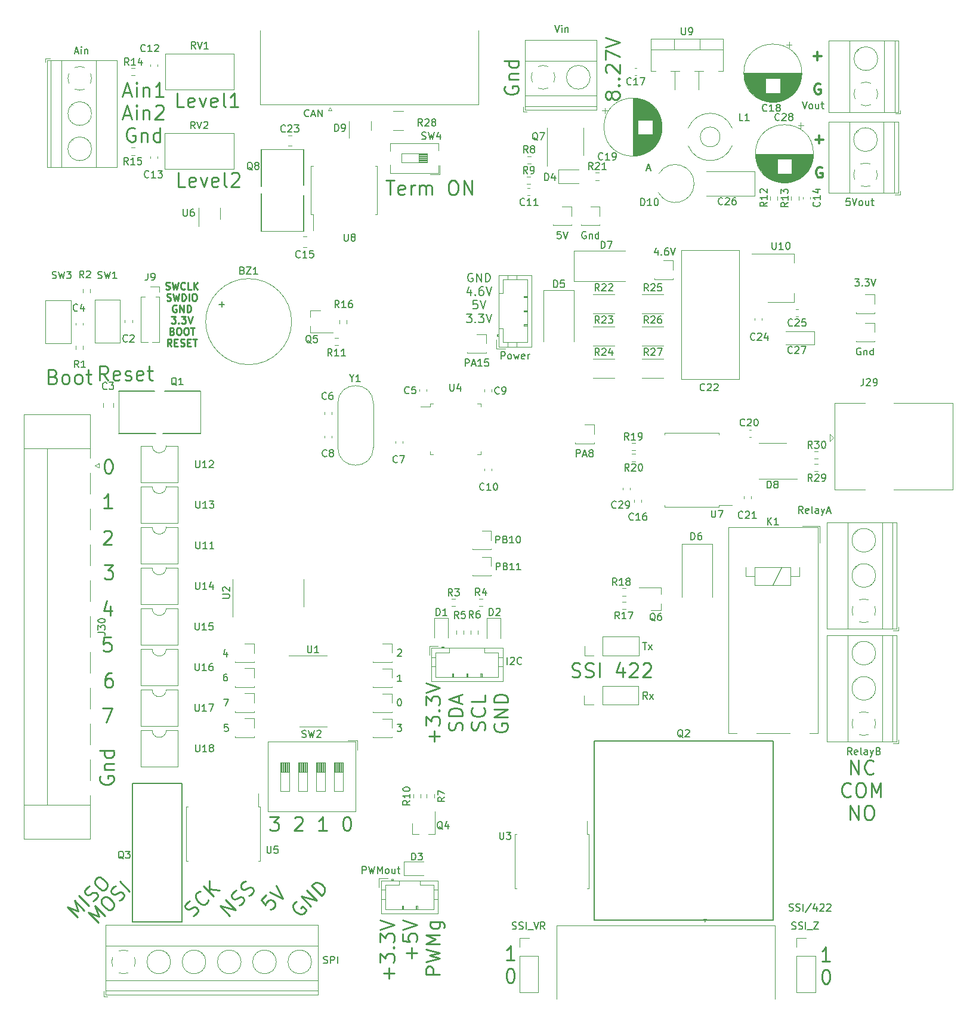
<source format=gbr>
%TF.GenerationSoftware,KiCad,Pcbnew,6.0.5*%
%TF.CreationDate,2022-11-11T14:10:47+03:00*%
%TF.ProjectId,stm32,73746d33-322e-46b6-9963-61645f706362,rev?*%
%TF.SameCoordinates,Original*%
%TF.FileFunction,Legend,Top*%
%TF.FilePolarity,Positive*%
%FSLAX46Y46*%
G04 Gerber Fmt 4.6, Leading zero omitted, Abs format (unit mm)*
G04 Created by KiCad (PCBNEW 6.0.5) date 2022-11-11 14:10:47*
%MOMM*%
%LPD*%
G01*
G04 APERTURE LIST*
%ADD10C,0.140000*%
%ADD11C,0.250000*%
%ADD12C,0.300000*%
%ADD13C,0.150000*%
%ADD14C,0.120000*%
G04 APERTURE END LIST*
D10*
X74269714Y-53194800D02*
X74155428Y-53137657D01*
X73984000Y-53137657D01*
X73812571Y-53194800D01*
X73698285Y-53309085D01*
X73641142Y-53423371D01*
X73584000Y-53651942D01*
X73584000Y-53823371D01*
X73641142Y-54051942D01*
X73698285Y-54166228D01*
X73812571Y-54280514D01*
X73984000Y-54337657D01*
X74098285Y-54337657D01*
X74269714Y-54280514D01*
X74326857Y-54223371D01*
X74326857Y-53823371D01*
X74098285Y-53823371D01*
X74841142Y-54337657D02*
X74841142Y-53137657D01*
X75526857Y-54337657D01*
X75526857Y-53137657D01*
X76098285Y-54337657D02*
X76098285Y-53137657D01*
X76384000Y-53137657D01*
X76555428Y-53194800D01*
X76669714Y-53309085D01*
X76726857Y-53423371D01*
X76784000Y-53651942D01*
X76784000Y-53823371D01*
X76726857Y-54051942D01*
X76669714Y-54166228D01*
X76555428Y-54280514D01*
X76384000Y-54337657D01*
X76098285Y-54337657D01*
X74041142Y-55469657D02*
X74041142Y-56269657D01*
X73755428Y-55012514D02*
X73469714Y-55869657D01*
X74212571Y-55869657D01*
X74669714Y-56155371D02*
X74726857Y-56212514D01*
X74669714Y-56269657D01*
X74612571Y-56212514D01*
X74669714Y-56155371D01*
X74669714Y-56269657D01*
X75755428Y-55069657D02*
X75526857Y-55069657D01*
X75412571Y-55126800D01*
X75355428Y-55183942D01*
X75241142Y-55355371D01*
X75184000Y-55583942D01*
X75184000Y-56041085D01*
X75241142Y-56155371D01*
X75298285Y-56212514D01*
X75412571Y-56269657D01*
X75641142Y-56269657D01*
X75755428Y-56212514D01*
X75812571Y-56155371D01*
X75869714Y-56041085D01*
X75869714Y-55755371D01*
X75812571Y-55641085D01*
X75755428Y-55583942D01*
X75641142Y-55526800D01*
X75412571Y-55526800D01*
X75298285Y-55583942D01*
X75241142Y-55641085D01*
X75184000Y-55755371D01*
X76212571Y-55069657D02*
X76612571Y-56269657D01*
X77012571Y-55069657D01*
X74955428Y-57001657D02*
X74384000Y-57001657D01*
X74326857Y-57573085D01*
X74384000Y-57515942D01*
X74498285Y-57458800D01*
X74784000Y-57458800D01*
X74898285Y-57515942D01*
X74955428Y-57573085D01*
X75012571Y-57687371D01*
X75012571Y-57973085D01*
X74955428Y-58087371D01*
X74898285Y-58144514D01*
X74784000Y-58201657D01*
X74498285Y-58201657D01*
X74384000Y-58144514D01*
X74326857Y-58087371D01*
X75355428Y-57001657D02*
X75755428Y-58201657D01*
X76155428Y-57001657D01*
X73412571Y-58933657D02*
X74155428Y-58933657D01*
X73755428Y-59390800D01*
X73926857Y-59390800D01*
X74041142Y-59447942D01*
X74098285Y-59505085D01*
X74155428Y-59619371D01*
X74155428Y-59905085D01*
X74098285Y-60019371D01*
X74041142Y-60076514D01*
X73926857Y-60133657D01*
X73584000Y-60133657D01*
X73469714Y-60076514D01*
X73412571Y-60019371D01*
X74669714Y-60019371D02*
X74726857Y-60076514D01*
X74669714Y-60133657D01*
X74612571Y-60076514D01*
X74669714Y-60019371D01*
X74669714Y-60133657D01*
X75126857Y-58933657D02*
X75869714Y-58933657D01*
X75469714Y-59390800D01*
X75641142Y-59390800D01*
X75755428Y-59447942D01*
X75812571Y-59505085D01*
X75869714Y-59619371D01*
X75869714Y-59905085D01*
X75812571Y-60019371D01*
X75755428Y-60076514D01*
X75641142Y-60133657D01*
X75298285Y-60133657D01*
X75184000Y-60076514D01*
X75126857Y-60019371D01*
X76212571Y-58933657D02*
X76612571Y-60133657D01*
X77012571Y-58933657D01*
D11*
X34628945Y-144237694D02*
X34898319Y-144103007D01*
X35235036Y-143766289D01*
X35302380Y-143564259D01*
X35302380Y-143429572D01*
X35235036Y-143227541D01*
X35100349Y-143092854D01*
X34898319Y-143025511D01*
X34763632Y-143025511D01*
X34561601Y-143092854D01*
X34224884Y-143294885D01*
X34022853Y-143362228D01*
X33888166Y-143362228D01*
X33686136Y-143294885D01*
X33551449Y-143160198D01*
X33484105Y-142958167D01*
X33484105Y-142823480D01*
X33551449Y-142621450D01*
X33888166Y-142284732D01*
X34157540Y-142150045D01*
X36783937Y-141948015D02*
X36783937Y-142082702D01*
X36649250Y-142352076D01*
X36514563Y-142486763D01*
X36245189Y-142621450D01*
X35975815Y-142621450D01*
X35773784Y-142554106D01*
X35437067Y-142352076D01*
X35235036Y-142150045D01*
X35033006Y-141813328D01*
X34965662Y-141611297D01*
X34965662Y-141341923D01*
X35100349Y-141072549D01*
X35235036Y-140937862D01*
X35504410Y-140803175D01*
X35639097Y-140803175D01*
X37524715Y-141476610D02*
X36110502Y-140062397D01*
X38332837Y-140668488D02*
X36918624Y-140466458D01*
X36918624Y-139254275D02*
X36918624Y-140870519D01*
X124999628Y-150667861D02*
X123856771Y-150667861D01*
X124428200Y-150667861D02*
X124428200Y-148667861D01*
X124237723Y-148953576D01*
X124047247Y-149144052D01*
X123856771Y-149239290D01*
X124332961Y-151887861D02*
X124523438Y-151887861D01*
X124713914Y-151983100D01*
X124809152Y-152078338D01*
X124904390Y-152268814D01*
X124999628Y-152649766D01*
X124999628Y-153125957D01*
X124904390Y-153506909D01*
X124809152Y-153697385D01*
X124713914Y-153792623D01*
X124523438Y-153887861D01*
X124332961Y-153887861D01*
X124142485Y-153792623D01*
X124047247Y-153697385D01*
X123952009Y-153506909D01*
X123856771Y-153125957D01*
X123856771Y-152649766D01*
X123952009Y-152268814D01*
X124047247Y-152078338D01*
X124142485Y-151983100D01*
X124332961Y-151887861D01*
D12*
X122922571Y-34168642D02*
X124065428Y-34168642D01*
X123494000Y-34740071D02*
X123494000Y-33597214D01*
X123886857Y-38141500D02*
X123744000Y-38070071D01*
X123529714Y-38070071D01*
X123315428Y-38141500D01*
X123172571Y-38284357D01*
X123101142Y-38427214D01*
X123029714Y-38712928D01*
X123029714Y-38927214D01*
X123101142Y-39212928D01*
X123172571Y-39355785D01*
X123315428Y-39498642D01*
X123529714Y-39570071D01*
X123672571Y-39570071D01*
X123886857Y-39498642D01*
X123958285Y-39427214D01*
X123958285Y-38927214D01*
X123672571Y-38927214D01*
D11*
X23037752Y-109851961D02*
X22656800Y-109851961D01*
X22466323Y-109947200D01*
X22371085Y-110042438D01*
X22180609Y-110328152D01*
X22085371Y-110709104D01*
X22085371Y-111471009D01*
X22180609Y-111661485D01*
X22275847Y-111756723D01*
X22466323Y-111851961D01*
X22847276Y-111851961D01*
X23037752Y-111756723D01*
X23132990Y-111661485D01*
X23228228Y-111471009D01*
X23228228Y-110994819D01*
X23132990Y-110804342D01*
X23037752Y-110709104D01*
X22847276Y-110613866D01*
X22466323Y-110613866D01*
X22275847Y-110709104D01*
X22180609Y-110804342D01*
X22085371Y-110994819D01*
X24795476Y-27495333D02*
X25747857Y-27495333D01*
X24605000Y-28066761D02*
X25271666Y-26066761D01*
X25938333Y-28066761D01*
X26605000Y-28066761D02*
X26605000Y-26733428D01*
X26605000Y-26066761D02*
X26509761Y-26162000D01*
X26605000Y-26257238D01*
X26700238Y-26162000D01*
X26605000Y-26066761D01*
X26605000Y-26257238D01*
X27557380Y-26733428D02*
X27557380Y-28066761D01*
X27557380Y-26923904D02*
X27652619Y-26828666D01*
X27843095Y-26733428D01*
X28128809Y-26733428D01*
X28319285Y-26828666D01*
X28414523Y-27019142D01*
X28414523Y-28066761D01*
X30414523Y-28066761D02*
X29271666Y-28066761D01*
X29843095Y-28066761D02*
X29843095Y-26066761D01*
X29652619Y-26352476D01*
X29462142Y-26542952D01*
X29271666Y-26638190D01*
X24795476Y-30715333D02*
X25747857Y-30715333D01*
X24605000Y-31286761D02*
X25271666Y-29286761D01*
X25938333Y-31286761D01*
X26605000Y-31286761D02*
X26605000Y-29953428D01*
X26605000Y-29286761D02*
X26509761Y-29382000D01*
X26605000Y-29477238D01*
X26700238Y-29382000D01*
X26605000Y-29286761D01*
X26605000Y-29477238D01*
X27557380Y-29953428D02*
X27557380Y-31286761D01*
X27557380Y-30143904D02*
X27652619Y-30048666D01*
X27843095Y-29953428D01*
X28128809Y-29953428D01*
X28319285Y-30048666D01*
X28414523Y-30239142D01*
X28414523Y-31286761D01*
X29271666Y-29477238D02*
X29366904Y-29382000D01*
X29557380Y-29286761D01*
X30033571Y-29286761D01*
X30224047Y-29382000D01*
X30319285Y-29477238D01*
X30414523Y-29667714D01*
X30414523Y-29858190D01*
X30319285Y-30143904D01*
X29176428Y-31286761D01*
X30414523Y-31286761D01*
X26319285Y-32602000D02*
X26128809Y-32506761D01*
X25843095Y-32506761D01*
X25557380Y-32602000D01*
X25366904Y-32792476D01*
X25271666Y-32982952D01*
X25176428Y-33363904D01*
X25176428Y-33649619D01*
X25271666Y-34030571D01*
X25366904Y-34221047D01*
X25557380Y-34411523D01*
X25843095Y-34506761D01*
X26033571Y-34506761D01*
X26319285Y-34411523D01*
X26414523Y-34316285D01*
X26414523Y-33649619D01*
X26033571Y-33649619D01*
X27271666Y-33173428D02*
X27271666Y-34506761D01*
X27271666Y-33363904D02*
X27366904Y-33268666D01*
X27557380Y-33173428D01*
X27843095Y-33173428D01*
X28033571Y-33268666D01*
X28128809Y-33459142D01*
X28128809Y-34506761D01*
X29938333Y-34506761D02*
X29938333Y-32506761D01*
X29938333Y-34411523D02*
X29747857Y-34506761D01*
X29366904Y-34506761D01*
X29176428Y-34411523D01*
X29081190Y-34316285D01*
X28985952Y-34125809D01*
X28985952Y-33554380D01*
X29081190Y-33363904D01*
X29176428Y-33268666D01*
X29366904Y-33173428D01*
X29747857Y-33173428D01*
X29938333Y-33268666D01*
X22510761Y-79524361D02*
X22701238Y-79524361D01*
X22891714Y-79619600D01*
X22986952Y-79714838D01*
X23082190Y-79905314D01*
X23177428Y-80286266D01*
X23177428Y-80762457D01*
X23082190Y-81143409D01*
X22986952Y-81333885D01*
X22891714Y-81429123D01*
X22701238Y-81524361D01*
X22510761Y-81524361D01*
X22320285Y-81429123D01*
X22225047Y-81333885D01*
X22129809Y-81143409D01*
X22034571Y-80762457D01*
X22034571Y-80286266D01*
X22129809Y-79905314D01*
X22225047Y-79714838D01*
X22320285Y-79619600D01*
X22510761Y-79524361D01*
X33466466Y-40862561D02*
X32514085Y-40862561D01*
X32514085Y-38862561D01*
X34895038Y-40767323D02*
X34704561Y-40862561D01*
X34323609Y-40862561D01*
X34133133Y-40767323D01*
X34037895Y-40576847D01*
X34037895Y-39814942D01*
X34133133Y-39624466D01*
X34323609Y-39529228D01*
X34704561Y-39529228D01*
X34895038Y-39624466D01*
X34990276Y-39814942D01*
X34990276Y-40005419D01*
X34037895Y-40195895D01*
X35656942Y-39529228D02*
X36133133Y-40862561D01*
X36609323Y-39529228D01*
X38133133Y-40767323D02*
X37942657Y-40862561D01*
X37561704Y-40862561D01*
X37371228Y-40767323D01*
X37275990Y-40576847D01*
X37275990Y-39814942D01*
X37371228Y-39624466D01*
X37561704Y-39529228D01*
X37942657Y-39529228D01*
X38133133Y-39624466D01*
X38228371Y-39814942D01*
X38228371Y-40005419D01*
X37275990Y-40195895D01*
X39371228Y-40862561D02*
X39180752Y-40767323D01*
X39085514Y-40576847D01*
X39085514Y-38862561D01*
X40037895Y-39053038D02*
X40133133Y-38957800D01*
X40323609Y-38862561D01*
X40799800Y-38862561D01*
X40990276Y-38957800D01*
X41085514Y-39053038D01*
X41180752Y-39243514D01*
X41180752Y-39433990D01*
X41085514Y-39719704D01*
X39942657Y-40862561D01*
X41180752Y-40862561D01*
X45512676Y-130197361D02*
X46750771Y-130197361D01*
X46084104Y-130959266D01*
X46369819Y-130959266D01*
X46560295Y-131054504D01*
X46655533Y-131149742D01*
X46750771Y-131340219D01*
X46750771Y-131816409D01*
X46655533Y-132006885D01*
X46560295Y-132102123D01*
X46369819Y-132197361D01*
X45798390Y-132197361D01*
X45607914Y-132102123D01*
X45512676Y-132006885D01*
X49036485Y-130387838D02*
X49131723Y-130292600D01*
X49322200Y-130197361D01*
X49798390Y-130197361D01*
X49988866Y-130292600D01*
X50084104Y-130387838D01*
X50179342Y-130578314D01*
X50179342Y-130768790D01*
X50084104Y-131054504D01*
X48941247Y-132197361D01*
X50179342Y-132197361D01*
X53607914Y-132197361D02*
X52465057Y-132197361D01*
X53036485Y-132197361D02*
X53036485Y-130197361D01*
X52846009Y-130483076D01*
X52655533Y-130673552D01*
X52465057Y-130768790D01*
X56369819Y-130197361D02*
X56560295Y-130197361D01*
X56750771Y-130292600D01*
X56846009Y-130387838D01*
X56941247Y-130578314D01*
X57036485Y-130959266D01*
X57036485Y-131435457D01*
X56941247Y-131816409D01*
X56846009Y-132006885D01*
X56750771Y-132102123D01*
X56560295Y-132197361D01*
X56369819Y-132197361D01*
X56179342Y-132102123D01*
X56084104Y-132006885D01*
X55988866Y-131816409D01*
X55893628Y-131435457D01*
X55893628Y-130959266D01*
X55988866Y-130578314D01*
X56084104Y-130387838D01*
X56179342Y-130292600D01*
X56369819Y-130197361D01*
X21932971Y-89824038D02*
X22028209Y-89728800D01*
X22218685Y-89633561D01*
X22694876Y-89633561D01*
X22885352Y-89728800D01*
X22980590Y-89824038D01*
X23075828Y-90014514D01*
X23075828Y-90204990D01*
X22980590Y-90490704D01*
X21837733Y-91633561D01*
X23075828Y-91633561D01*
D12*
X122668571Y-22357642D02*
X123811428Y-22357642D01*
X123240000Y-22929071D02*
X123240000Y-21786214D01*
X123632857Y-26330500D02*
X123490000Y-26259071D01*
X123275714Y-26259071D01*
X123061428Y-26330500D01*
X122918571Y-26473357D01*
X122847142Y-26616214D01*
X122775714Y-26901928D01*
X122775714Y-27116214D01*
X122847142Y-27401928D01*
X122918571Y-27544785D01*
X123061428Y-27687642D01*
X123275714Y-27759071D01*
X123418571Y-27759071D01*
X123632857Y-27687642D01*
X123704285Y-27616214D01*
X123704285Y-27116214D01*
X123418571Y-27116214D01*
D11*
X62422857Y-153138690D02*
X62422857Y-151614880D01*
X63184761Y-152376785D02*
X61660952Y-152376785D01*
X61184761Y-150852976D02*
X61184761Y-149614880D01*
X61946666Y-150281547D01*
X61946666Y-149995833D01*
X62041904Y-149805357D01*
X62137142Y-149710119D01*
X62327619Y-149614880D01*
X62803809Y-149614880D01*
X62994285Y-149710119D01*
X63089523Y-149805357D01*
X63184761Y-149995833D01*
X63184761Y-150567261D01*
X63089523Y-150757738D01*
X62994285Y-150852976D01*
X62994285Y-148757738D02*
X63089523Y-148662500D01*
X63184761Y-148757738D01*
X63089523Y-148852976D01*
X62994285Y-148757738D01*
X63184761Y-148757738D01*
X61184761Y-147995833D02*
X61184761Y-146757738D01*
X61946666Y-147424404D01*
X61946666Y-147138690D01*
X62041904Y-146948214D01*
X62137142Y-146852976D01*
X62327619Y-146757738D01*
X62803809Y-146757738D01*
X62994285Y-146852976D01*
X63089523Y-146948214D01*
X63184761Y-147138690D01*
X63184761Y-147710119D01*
X63089523Y-147900595D01*
X62994285Y-147995833D01*
X61184761Y-146186309D02*
X63184761Y-145519642D01*
X61184761Y-144852976D01*
X65642857Y-150281547D02*
X65642857Y-148757738D01*
X66404761Y-149519642D02*
X64880952Y-149519642D01*
X64404761Y-146852976D02*
X64404761Y-147805357D01*
X65357142Y-147900595D01*
X65261904Y-147805357D01*
X65166666Y-147614880D01*
X65166666Y-147138690D01*
X65261904Y-146948214D01*
X65357142Y-146852976D01*
X65547619Y-146757738D01*
X66023809Y-146757738D01*
X66214285Y-146852976D01*
X66309523Y-146948214D01*
X66404761Y-147138690D01*
X66404761Y-147614880D01*
X66309523Y-147805357D01*
X66214285Y-147900595D01*
X64404761Y-146186309D02*
X66404761Y-145519642D01*
X64404761Y-144852976D01*
X69624761Y-152567261D02*
X67624761Y-152567261D01*
X67624761Y-151805357D01*
X67720000Y-151614880D01*
X67815238Y-151519642D01*
X68005714Y-151424404D01*
X68291428Y-151424404D01*
X68481904Y-151519642D01*
X68577142Y-151614880D01*
X68672380Y-151805357D01*
X68672380Y-152567261D01*
X67624761Y-150757738D02*
X69624761Y-150281547D01*
X68196190Y-149900595D01*
X69624761Y-149519642D01*
X67624761Y-149043452D01*
X69624761Y-148281547D02*
X67624761Y-148281547D01*
X69053333Y-147614880D01*
X67624761Y-146948214D01*
X69624761Y-146948214D01*
X68291428Y-145138690D02*
X69910476Y-145138690D01*
X70100952Y-145233928D01*
X70196190Y-145329166D01*
X70291428Y-145519642D01*
X70291428Y-145805357D01*
X70196190Y-145995833D01*
X69529523Y-145138690D02*
X69624761Y-145329166D01*
X69624761Y-145710119D01*
X69529523Y-145900595D01*
X69434285Y-145995833D01*
X69243809Y-146091071D01*
X68672380Y-146091071D01*
X68481904Y-145995833D01*
X68386666Y-145900595D01*
X68291428Y-145710119D01*
X68291428Y-145329166D01*
X68386666Y-145138690D01*
X88380952Y-110309523D02*
X88666666Y-110404761D01*
X89142857Y-110404761D01*
X89333333Y-110309523D01*
X89428571Y-110214285D01*
X89523809Y-110023809D01*
X89523809Y-109833333D01*
X89428571Y-109642857D01*
X89333333Y-109547619D01*
X89142857Y-109452380D01*
X88761904Y-109357142D01*
X88571428Y-109261904D01*
X88476190Y-109166666D01*
X88380952Y-108976190D01*
X88380952Y-108785714D01*
X88476190Y-108595238D01*
X88571428Y-108500000D01*
X88761904Y-108404761D01*
X89238095Y-108404761D01*
X89523809Y-108500000D01*
X90285714Y-110309523D02*
X90571428Y-110404761D01*
X91047619Y-110404761D01*
X91238095Y-110309523D01*
X91333333Y-110214285D01*
X91428571Y-110023809D01*
X91428571Y-109833333D01*
X91333333Y-109642857D01*
X91238095Y-109547619D01*
X91047619Y-109452380D01*
X90666666Y-109357142D01*
X90476190Y-109261904D01*
X90380952Y-109166666D01*
X90285714Y-108976190D01*
X90285714Y-108785714D01*
X90380952Y-108595238D01*
X90476190Y-108500000D01*
X90666666Y-108404761D01*
X91142857Y-108404761D01*
X91428571Y-108500000D01*
X92285714Y-110404761D02*
X92285714Y-108404761D01*
X95619047Y-109071428D02*
X95619047Y-110404761D01*
X95142857Y-108309523D02*
X94666666Y-109738095D01*
X95904761Y-109738095D01*
X96571428Y-108595238D02*
X96666666Y-108500000D01*
X96857142Y-108404761D01*
X97333333Y-108404761D01*
X97523809Y-108500000D01*
X97619047Y-108595238D01*
X97714285Y-108785714D01*
X97714285Y-108976190D01*
X97619047Y-109261904D01*
X96476190Y-110404761D01*
X97714285Y-110404761D01*
X98476190Y-108595238D02*
X98571428Y-108500000D01*
X98761904Y-108404761D01*
X99238095Y-108404761D01*
X99428571Y-108500000D01*
X99523809Y-108595238D01*
X99619047Y-108785714D01*
X99619047Y-108976190D01*
X99523809Y-109261904D01*
X98380952Y-110404761D01*
X99619047Y-110404761D01*
X68877857Y-119517600D02*
X68877857Y-117993790D01*
X69639761Y-118755695D02*
X68115952Y-118755695D01*
X67639761Y-117231885D02*
X67639761Y-115993790D01*
X68401666Y-116660457D01*
X68401666Y-116374742D01*
X68496904Y-116184266D01*
X68592142Y-116089028D01*
X68782619Y-115993790D01*
X69258809Y-115993790D01*
X69449285Y-116089028D01*
X69544523Y-116184266D01*
X69639761Y-116374742D01*
X69639761Y-116946171D01*
X69544523Y-117136647D01*
X69449285Y-117231885D01*
X69449285Y-115136647D02*
X69544523Y-115041409D01*
X69639761Y-115136647D01*
X69544523Y-115231885D01*
X69449285Y-115136647D01*
X69639761Y-115136647D01*
X67639761Y-114374742D02*
X67639761Y-113136647D01*
X68401666Y-113803314D01*
X68401666Y-113517600D01*
X68496904Y-113327123D01*
X68592142Y-113231885D01*
X68782619Y-113136647D01*
X69258809Y-113136647D01*
X69449285Y-113231885D01*
X69544523Y-113327123D01*
X69639761Y-113517600D01*
X69639761Y-114089028D01*
X69544523Y-114279504D01*
X69449285Y-114374742D01*
X67639761Y-112565219D02*
X69639761Y-111898552D01*
X67639761Y-111231885D01*
X72764523Y-117946171D02*
X72859761Y-117660457D01*
X72859761Y-117184266D01*
X72764523Y-116993790D01*
X72669285Y-116898552D01*
X72478809Y-116803314D01*
X72288333Y-116803314D01*
X72097857Y-116898552D01*
X72002619Y-116993790D01*
X71907380Y-117184266D01*
X71812142Y-117565219D01*
X71716904Y-117755695D01*
X71621666Y-117850933D01*
X71431190Y-117946171D01*
X71240714Y-117946171D01*
X71050238Y-117850933D01*
X70955000Y-117755695D01*
X70859761Y-117565219D01*
X70859761Y-117089028D01*
X70955000Y-116803314D01*
X72859761Y-115946171D02*
X70859761Y-115946171D01*
X70859761Y-115469980D01*
X70955000Y-115184266D01*
X71145476Y-114993790D01*
X71335952Y-114898552D01*
X71716904Y-114803314D01*
X72002619Y-114803314D01*
X72383571Y-114898552D01*
X72574047Y-114993790D01*
X72764523Y-115184266D01*
X72859761Y-115469980D01*
X72859761Y-115946171D01*
X72288333Y-114041409D02*
X72288333Y-113089028D01*
X72859761Y-114231885D02*
X70859761Y-113565219D01*
X72859761Y-112898552D01*
X75984523Y-117898552D02*
X76079761Y-117612838D01*
X76079761Y-117136647D01*
X75984523Y-116946171D01*
X75889285Y-116850933D01*
X75698809Y-116755695D01*
X75508333Y-116755695D01*
X75317857Y-116850933D01*
X75222619Y-116946171D01*
X75127380Y-117136647D01*
X75032142Y-117517600D01*
X74936904Y-117708076D01*
X74841666Y-117803314D01*
X74651190Y-117898552D01*
X74460714Y-117898552D01*
X74270238Y-117803314D01*
X74175000Y-117708076D01*
X74079761Y-117517600D01*
X74079761Y-117041409D01*
X74175000Y-116755695D01*
X75889285Y-114755695D02*
X75984523Y-114850933D01*
X76079761Y-115136647D01*
X76079761Y-115327123D01*
X75984523Y-115612838D01*
X75794047Y-115803314D01*
X75603571Y-115898552D01*
X75222619Y-115993790D01*
X74936904Y-115993790D01*
X74555952Y-115898552D01*
X74365476Y-115803314D01*
X74175000Y-115612838D01*
X74079761Y-115327123D01*
X74079761Y-115136647D01*
X74175000Y-114850933D01*
X74270238Y-114755695D01*
X76079761Y-112946171D02*
X76079761Y-113898552D01*
X74079761Y-113898552D01*
X77395000Y-117041409D02*
X77299761Y-117231885D01*
X77299761Y-117517600D01*
X77395000Y-117803314D01*
X77585476Y-117993790D01*
X77775952Y-118089028D01*
X78156904Y-118184266D01*
X78442619Y-118184266D01*
X78823571Y-118089028D01*
X79014047Y-117993790D01*
X79204523Y-117803314D01*
X79299761Y-117517600D01*
X79299761Y-117327123D01*
X79204523Y-117041409D01*
X79109285Y-116946171D01*
X78442619Y-116946171D01*
X78442619Y-117327123D01*
X79299761Y-116089028D02*
X77299761Y-116089028D01*
X79299761Y-114946171D01*
X77299761Y-114946171D01*
X79299761Y-113993790D02*
X77299761Y-113993790D01*
X77299761Y-113517600D01*
X77395000Y-113231885D01*
X77585476Y-113041409D01*
X77775952Y-112946171D01*
X78156904Y-112850933D01*
X78442619Y-112850933D01*
X78823571Y-112946171D01*
X79014047Y-113041409D01*
X79204523Y-113231885D01*
X79299761Y-113517600D01*
X79299761Y-113993790D01*
X22885352Y-100307828D02*
X22885352Y-101641161D01*
X22409161Y-99545923D02*
X21932971Y-100974495D01*
X23171066Y-100974495D01*
X22929790Y-104771961D02*
X21977409Y-104771961D01*
X21882171Y-105724342D01*
X21977409Y-105629104D01*
X22167885Y-105533866D01*
X22644076Y-105533866D01*
X22834552Y-105629104D01*
X22929790Y-105724342D01*
X23025028Y-105914819D01*
X23025028Y-106391009D01*
X22929790Y-106581485D01*
X22834552Y-106676723D01*
X22644076Y-106771961D01*
X22167885Y-106771961D01*
X21977409Y-106676723D01*
X21882171Y-106581485D01*
X33314066Y-29584961D02*
X32361685Y-29584961D01*
X32361685Y-27584961D01*
X34742638Y-29489723D02*
X34552161Y-29584961D01*
X34171209Y-29584961D01*
X33980733Y-29489723D01*
X33885495Y-29299247D01*
X33885495Y-28537342D01*
X33980733Y-28346866D01*
X34171209Y-28251628D01*
X34552161Y-28251628D01*
X34742638Y-28346866D01*
X34837876Y-28537342D01*
X34837876Y-28727819D01*
X33885495Y-28918295D01*
X35504542Y-28251628D02*
X35980733Y-29584961D01*
X36456923Y-28251628D01*
X37980733Y-29489723D02*
X37790257Y-29584961D01*
X37409304Y-29584961D01*
X37218828Y-29489723D01*
X37123590Y-29299247D01*
X37123590Y-28537342D01*
X37218828Y-28346866D01*
X37409304Y-28251628D01*
X37790257Y-28251628D01*
X37980733Y-28346866D01*
X38075971Y-28537342D01*
X38075971Y-28727819D01*
X37123590Y-28918295D01*
X39218828Y-29584961D02*
X39028352Y-29489723D01*
X38933114Y-29299247D01*
X38933114Y-27584961D01*
X41028352Y-29584961D02*
X39885495Y-29584961D01*
X40456923Y-29584961D02*
X40456923Y-27584961D01*
X40266447Y-27870676D01*
X40075971Y-28061152D01*
X39885495Y-28156390D01*
X30738095Y-55379761D02*
X30880952Y-55427380D01*
X31119047Y-55427380D01*
X31214285Y-55379761D01*
X31261904Y-55332142D01*
X31309523Y-55236904D01*
X31309523Y-55141666D01*
X31261904Y-55046428D01*
X31214285Y-54998809D01*
X31119047Y-54951190D01*
X30928571Y-54903571D01*
X30833333Y-54855952D01*
X30785714Y-54808333D01*
X30738095Y-54713095D01*
X30738095Y-54617857D01*
X30785714Y-54522619D01*
X30833333Y-54475000D01*
X30928571Y-54427380D01*
X31166666Y-54427380D01*
X31309523Y-54475000D01*
X31642857Y-54427380D02*
X31880952Y-55427380D01*
X32071428Y-54713095D01*
X32261904Y-55427380D01*
X32500000Y-54427380D01*
X33452380Y-55332142D02*
X33404761Y-55379761D01*
X33261904Y-55427380D01*
X33166666Y-55427380D01*
X33023809Y-55379761D01*
X32928571Y-55284523D01*
X32880952Y-55189285D01*
X32833333Y-54998809D01*
X32833333Y-54855952D01*
X32880952Y-54665476D01*
X32928571Y-54570238D01*
X33023809Y-54475000D01*
X33166666Y-54427380D01*
X33261904Y-54427380D01*
X33404761Y-54475000D01*
X33452380Y-54522619D01*
X34357142Y-55427380D02*
X33880952Y-55427380D01*
X33880952Y-54427380D01*
X34690476Y-55427380D02*
X34690476Y-54427380D01*
X35261904Y-55427380D02*
X34833333Y-54855952D01*
X35261904Y-54427380D02*
X34690476Y-54998809D01*
X30880952Y-56989761D02*
X31023809Y-57037380D01*
X31261904Y-57037380D01*
X31357142Y-56989761D01*
X31404761Y-56942142D01*
X31452380Y-56846904D01*
X31452380Y-56751666D01*
X31404761Y-56656428D01*
X31357142Y-56608809D01*
X31261904Y-56561190D01*
X31071428Y-56513571D01*
X30976190Y-56465952D01*
X30928571Y-56418333D01*
X30880952Y-56323095D01*
X30880952Y-56227857D01*
X30928571Y-56132619D01*
X30976190Y-56085000D01*
X31071428Y-56037380D01*
X31309523Y-56037380D01*
X31452380Y-56085000D01*
X31785714Y-56037380D02*
X32023809Y-57037380D01*
X32214285Y-56323095D01*
X32404761Y-57037380D01*
X32642857Y-56037380D01*
X33023809Y-57037380D02*
X33023809Y-56037380D01*
X33261904Y-56037380D01*
X33404761Y-56085000D01*
X33500000Y-56180238D01*
X33547619Y-56275476D01*
X33595238Y-56465952D01*
X33595238Y-56608809D01*
X33547619Y-56799285D01*
X33500000Y-56894523D01*
X33404761Y-56989761D01*
X33261904Y-57037380D01*
X33023809Y-57037380D01*
X34023809Y-57037380D02*
X34023809Y-56037380D01*
X34690476Y-56037380D02*
X34880952Y-56037380D01*
X34976190Y-56085000D01*
X35071428Y-56180238D01*
X35119047Y-56370714D01*
X35119047Y-56704047D01*
X35071428Y-56894523D01*
X34976190Y-56989761D01*
X34880952Y-57037380D01*
X34690476Y-57037380D01*
X34595238Y-56989761D01*
X34500000Y-56894523D01*
X34452380Y-56704047D01*
X34452380Y-56370714D01*
X34500000Y-56180238D01*
X34595238Y-56085000D01*
X34690476Y-56037380D01*
X32238095Y-57695000D02*
X32142857Y-57647380D01*
X32000000Y-57647380D01*
X31857142Y-57695000D01*
X31761904Y-57790238D01*
X31714285Y-57885476D01*
X31666666Y-58075952D01*
X31666666Y-58218809D01*
X31714285Y-58409285D01*
X31761904Y-58504523D01*
X31857142Y-58599761D01*
X32000000Y-58647380D01*
X32095238Y-58647380D01*
X32238095Y-58599761D01*
X32285714Y-58552142D01*
X32285714Y-58218809D01*
X32095238Y-58218809D01*
X32714285Y-58647380D02*
X32714285Y-57647380D01*
X33285714Y-58647380D01*
X33285714Y-57647380D01*
X33761904Y-58647380D02*
X33761904Y-57647380D01*
X34000000Y-57647380D01*
X34142857Y-57695000D01*
X34238095Y-57790238D01*
X34285714Y-57885476D01*
X34333333Y-58075952D01*
X34333333Y-58218809D01*
X34285714Y-58409285D01*
X34238095Y-58504523D01*
X34142857Y-58599761D01*
X34000000Y-58647380D01*
X33761904Y-58647380D01*
X31523809Y-59257380D02*
X32142857Y-59257380D01*
X31809523Y-59638333D01*
X31952380Y-59638333D01*
X32047619Y-59685952D01*
X32095238Y-59733571D01*
X32142857Y-59828809D01*
X32142857Y-60066904D01*
X32095238Y-60162142D01*
X32047619Y-60209761D01*
X31952380Y-60257380D01*
X31666666Y-60257380D01*
X31571428Y-60209761D01*
X31523809Y-60162142D01*
X32571428Y-60162142D02*
X32619047Y-60209761D01*
X32571428Y-60257380D01*
X32523809Y-60209761D01*
X32571428Y-60162142D01*
X32571428Y-60257380D01*
X32952380Y-59257380D02*
X33571428Y-59257380D01*
X33238095Y-59638333D01*
X33380952Y-59638333D01*
X33476190Y-59685952D01*
X33523809Y-59733571D01*
X33571428Y-59828809D01*
X33571428Y-60066904D01*
X33523809Y-60162142D01*
X33476190Y-60209761D01*
X33380952Y-60257380D01*
X33095238Y-60257380D01*
X33000000Y-60209761D01*
X32952380Y-60162142D01*
X33857142Y-59257380D02*
X34190476Y-60257380D01*
X34523809Y-59257380D01*
X31642857Y-61343571D02*
X31785714Y-61391190D01*
X31833333Y-61438809D01*
X31880952Y-61534047D01*
X31880952Y-61676904D01*
X31833333Y-61772142D01*
X31785714Y-61819761D01*
X31690476Y-61867380D01*
X31309523Y-61867380D01*
X31309523Y-60867380D01*
X31642857Y-60867380D01*
X31738095Y-60915000D01*
X31785714Y-60962619D01*
X31833333Y-61057857D01*
X31833333Y-61153095D01*
X31785714Y-61248333D01*
X31738095Y-61295952D01*
X31642857Y-61343571D01*
X31309523Y-61343571D01*
X32500000Y-60867380D02*
X32690476Y-60867380D01*
X32785714Y-60915000D01*
X32880952Y-61010238D01*
X32928571Y-61200714D01*
X32928571Y-61534047D01*
X32880952Y-61724523D01*
X32785714Y-61819761D01*
X32690476Y-61867380D01*
X32500000Y-61867380D01*
X32404761Y-61819761D01*
X32309523Y-61724523D01*
X32261904Y-61534047D01*
X32261904Y-61200714D01*
X32309523Y-61010238D01*
X32404761Y-60915000D01*
X32500000Y-60867380D01*
X33547619Y-60867380D02*
X33738095Y-60867380D01*
X33833333Y-60915000D01*
X33928571Y-61010238D01*
X33976190Y-61200714D01*
X33976190Y-61534047D01*
X33928571Y-61724523D01*
X33833333Y-61819761D01*
X33738095Y-61867380D01*
X33547619Y-61867380D01*
X33452380Y-61819761D01*
X33357142Y-61724523D01*
X33309523Y-61534047D01*
X33309523Y-61200714D01*
X33357142Y-61010238D01*
X33452380Y-60915000D01*
X33547619Y-60867380D01*
X34261904Y-60867380D02*
X34833333Y-60867380D01*
X34547619Y-61867380D02*
X34547619Y-60867380D01*
X31547619Y-63477380D02*
X31214285Y-63001190D01*
X30976190Y-63477380D02*
X30976190Y-62477380D01*
X31357142Y-62477380D01*
X31452380Y-62525000D01*
X31500000Y-62572619D01*
X31547619Y-62667857D01*
X31547619Y-62810714D01*
X31500000Y-62905952D01*
X31452380Y-62953571D01*
X31357142Y-63001190D01*
X30976190Y-63001190D01*
X31976190Y-62953571D02*
X32309523Y-62953571D01*
X32452380Y-63477380D02*
X31976190Y-63477380D01*
X31976190Y-62477380D01*
X32452380Y-62477380D01*
X32833333Y-63429761D02*
X32976190Y-63477380D01*
X33214285Y-63477380D01*
X33309523Y-63429761D01*
X33357142Y-63382142D01*
X33404761Y-63286904D01*
X33404761Y-63191666D01*
X33357142Y-63096428D01*
X33309523Y-63048809D01*
X33214285Y-63001190D01*
X33023809Y-62953571D01*
X32928571Y-62905952D01*
X32880952Y-62858333D01*
X32833333Y-62763095D01*
X32833333Y-62667857D01*
X32880952Y-62572619D01*
X32928571Y-62525000D01*
X33023809Y-62477380D01*
X33261904Y-62477380D01*
X33404761Y-62525000D01*
X33833333Y-62953571D02*
X34166666Y-62953571D01*
X34309523Y-63477380D02*
X33833333Y-63477380D01*
X33833333Y-62477380D01*
X34309523Y-62477380D01*
X34595238Y-62477380D02*
X35166666Y-62477380D01*
X34880952Y-63477380D02*
X34880952Y-62477380D01*
X22517409Y-68316361D02*
X21850742Y-67363980D01*
X21374552Y-68316361D02*
X21374552Y-66316361D01*
X22136457Y-66316361D01*
X22326933Y-66411600D01*
X22422171Y-66506838D01*
X22517409Y-66697314D01*
X22517409Y-66983028D01*
X22422171Y-67173504D01*
X22326933Y-67268742D01*
X22136457Y-67363980D01*
X21374552Y-67363980D01*
X24136457Y-68221123D02*
X23945980Y-68316361D01*
X23565028Y-68316361D01*
X23374552Y-68221123D01*
X23279314Y-68030647D01*
X23279314Y-67268742D01*
X23374552Y-67078266D01*
X23565028Y-66983028D01*
X23945980Y-66983028D01*
X24136457Y-67078266D01*
X24231695Y-67268742D01*
X24231695Y-67459219D01*
X23279314Y-67649695D01*
X24993599Y-68221123D02*
X25184076Y-68316361D01*
X25565028Y-68316361D01*
X25755504Y-68221123D01*
X25850742Y-68030647D01*
X25850742Y-67935409D01*
X25755504Y-67744933D01*
X25565028Y-67649695D01*
X25279314Y-67649695D01*
X25088838Y-67554457D01*
X24993599Y-67363980D01*
X24993599Y-67268742D01*
X25088838Y-67078266D01*
X25279314Y-66983028D01*
X25565028Y-66983028D01*
X25755504Y-67078266D01*
X27469790Y-68221123D02*
X27279314Y-68316361D01*
X26898361Y-68316361D01*
X26707885Y-68221123D01*
X26612647Y-68030647D01*
X26612647Y-67268742D01*
X26707885Y-67078266D01*
X26898361Y-66983028D01*
X27279314Y-66983028D01*
X27469790Y-67078266D01*
X27565028Y-67268742D01*
X27565028Y-67459219D01*
X26612647Y-67649695D01*
X28136457Y-66983028D02*
X28898361Y-66983028D01*
X28422171Y-66316361D02*
X28422171Y-68030647D01*
X28517409Y-68221123D01*
X28707885Y-68316361D01*
X28898361Y-68316361D01*
X127928571Y-124184761D02*
X127928571Y-122184761D01*
X129071428Y-124184761D01*
X129071428Y-122184761D01*
X131166666Y-123994285D02*
X131071428Y-124089523D01*
X130785714Y-124184761D01*
X130595238Y-124184761D01*
X130309523Y-124089523D01*
X130119047Y-123899047D01*
X130023809Y-123708571D01*
X129928571Y-123327619D01*
X129928571Y-123041904D01*
X130023809Y-122660952D01*
X130119047Y-122470476D01*
X130309523Y-122280000D01*
X130595238Y-122184761D01*
X130785714Y-122184761D01*
X131071428Y-122280000D01*
X131166666Y-122375238D01*
X127928571Y-127214285D02*
X127833333Y-127309523D01*
X127547619Y-127404761D01*
X127357142Y-127404761D01*
X127071428Y-127309523D01*
X126880952Y-127119047D01*
X126785714Y-126928571D01*
X126690476Y-126547619D01*
X126690476Y-126261904D01*
X126785714Y-125880952D01*
X126880952Y-125690476D01*
X127071428Y-125500000D01*
X127357142Y-125404761D01*
X127547619Y-125404761D01*
X127833333Y-125500000D01*
X127928571Y-125595238D01*
X129166666Y-125404761D02*
X129547619Y-125404761D01*
X129738095Y-125500000D01*
X129928571Y-125690476D01*
X130023809Y-126071428D01*
X130023809Y-126738095D01*
X129928571Y-127119047D01*
X129738095Y-127309523D01*
X129547619Y-127404761D01*
X129166666Y-127404761D01*
X128976190Y-127309523D01*
X128785714Y-127119047D01*
X128690476Y-126738095D01*
X128690476Y-126071428D01*
X128785714Y-125690476D01*
X128976190Y-125500000D01*
X129166666Y-125404761D01*
X130880952Y-127404761D02*
X130880952Y-125404761D01*
X131547619Y-126833333D01*
X132214285Y-125404761D01*
X132214285Y-127404761D01*
X127880952Y-130624761D02*
X127880952Y-128624761D01*
X129023809Y-130624761D01*
X129023809Y-128624761D01*
X130357142Y-128624761D02*
X130738095Y-128624761D01*
X130928571Y-128720000D01*
X131119047Y-128910476D01*
X131214285Y-129291428D01*
X131214285Y-129958095D01*
X131119047Y-130339047D01*
X130928571Y-130529523D01*
X130738095Y-130624761D01*
X130357142Y-130624761D01*
X130166666Y-130529523D01*
X129976190Y-130339047D01*
X129880952Y-129958095D01*
X129880952Y-129291428D01*
X129976190Y-128910476D01*
X130166666Y-128720000D01*
X130357142Y-128624761D01*
X14779904Y-67776742D02*
X15065619Y-67871980D01*
X15160857Y-67967219D01*
X15256095Y-68157695D01*
X15256095Y-68443409D01*
X15160857Y-68633885D01*
X15065619Y-68729123D01*
X14875142Y-68824361D01*
X14113238Y-68824361D01*
X14113238Y-66824361D01*
X14779904Y-66824361D01*
X14970380Y-66919600D01*
X15065619Y-67014838D01*
X15160857Y-67205314D01*
X15160857Y-67395790D01*
X15065619Y-67586266D01*
X14970380Y-67681504D01*
X14779904Y-67776742D01*
X14113238Y-67776742D01*
X16398952Y-68824361D02*
X16208476Y-68729123D01*
X16113238Y-68633885D01*
X16018000Y-68443409D01*
X16018000Y-67871980D01*
X16113238Y-67681504D01*
X16208476Y-67586266D01*
X16398952Y-67491028D01*
X16684666Y-67491028D01*
X16875142Y-67586266D01*
X16970380Y-67681504D01*
X17065619Y-67871980D01*
X17065619Y-68443409D01*
X16970380Y-68633885D01*
X16875142Y-68729123D01*
X16684666Y-68824361D01*
X16398952Y-68824361D01*
X18208476Y-68824361D02*
X18018000Y-68729123D01*
X17922761Y-68633885D01*
X17827523Y-68443409D01*
X17827523Y-67871980D01*
X17922761Y-67681504D01*
X18018000Y-67586266D01*
X18208476Y-67491028D01*
X18494190Y-67491028D01*
X18684666Y-67586266D01*
X18779904Y-67681504D01*
X18875142Y-67871980D01*
X18875142Y-68443409D01*
X18779904Y-68633885D01*
X18684666Y-68729123D01*
X18494190Y-68824361D01*
X18208476Y-68824361D01*
X19446571Y-67491028D02*
X20208476Y-67491028D01*
X19732285Y-66824361D02*
X19732285Y-68538647D01*
X19827523Y-68729123D01*
X20018000Y-68824361D01*
X20208476Y-68824361D01*
X78893000Y-26637214D02*
X78797761Y-26827690D01*
X78797761Y-27113404D01*
X78893000Y-27399119D01*
X79083476Y-27589595D01*
X79273952Y-27684833D01*
X79654904Y-27780071D01*
X79940619Y-27780071D01*
X80321571Y-27684833D01*
X80512047Y-27589595D01*
X80702523Y-27399119D01*
X80797761Y-27113404D01*
X80797761Y-26922928D01*
X80702523Y-26637214D01*
X80607285Y-26541976D01*
X79940619Y-26541976D01*
X79940619Y-26922928D01*
X79464428Y-25684833D02*
X80797761Y-25684833D01*
X79654904Y-25684833D02*
X79559666Y-25589595D01*
X79464428Y-25399119D01*
X79464428Y-25113404D01*
X79559666Y-24922928D01*
X79750142Y-24827690D01*
X80797761Y-24827690D01*
X80797761Y-23018166D02*
X78797761Y-23018166D01*
X80702523Y-23018166D02*
X80797761Y-23208642D01*
X80797761Y-23589595D01*
X80702523Y-23780071D01*
X80607285Y-23875309D01*
X80416809Y-23970547D01*
X79845380Y-23970547D01*
X79654904Y-23875309D01*
X79559666Y-23780071D01*
X79464428Y-23589595D01*
X79464428Y-23208642D01*
X79559666Y-23018166D01*
X21990133Y-94510361D02*
X23228228Y-94510361D01*
X22561561Y-95272266D01*
X22847276Y-95272266D01*
X23037752Y-95367504D01*
X23132990Y-95462742D01*
X23228228Y-95653219D01*
X23228228Y-96129409D01*
X23132990Y-96319885D01*
X23037752Y-96415123D01*
X22847276Y-96510361D01*
X22275847Y-96510361D01*
X22085371Y-96415123D01*
X21990133Y-96319885D01*
X94005904Y-28113261D02*
X93910666Y-28303738D01*
X93815428Y-28398976D01*
X93624952Y-28494214D01*
X93529714Y-28494214D01*
X93339238Y-28398976D01*
X93244000Y-28303738D01*
X93148761Y-28113261D01*
X93148761Y-27732309D01*
X93244000Y-27541833D01*
X93339238Y-27446595D01*
X93529714Y-27351357D01*
X93624952Y-27351357D01*
X93815428Y-27446595D01*
X93910666Y-27541833D01*
X94005904Y-27732309D01*
X94005904Y-28113261D01*
X94101142Y-28303738D01*
X94196380Y-28398976D01*
X94386857Y-28494214D01*
X94767809Y-28494214D01*
X94958285Y-28398976D01*
X95053523Y-28303738D01*
X95148761Y-28113261D01*
X95148761Y-27732309D01*
X95053523Y-27541833D01*
X94958285Y-27446595D01*
X94767809Y-27351357D01*
X94386857Y-27351357D01*
X94196380Y-27446595D01*
X94101142Y-27541833D01*
X94005904Y-27732309D01*
X94958285Y-26494214D02*
X95053523Y-26398976D01*
X95148761Y-26494214D01*
X95053523Y-26589452D01*
X94958285Y-26494214D01*
X95148761Y-26494214D01*
X94958285Y-25541833D02*
X95053523Y-25446595D01*
X95148761Y-25541833D01*
X95053523Y-25637071D01*
X94958285Y-25541833D01*
X95148761Y-25541833D01*
X93339238Y-24684690D02*
X93244000Y-24589452D01*
X93148761Y-24398976D01*
X93148761Y-23922785D01*
X93244000Y-23732309D01*
X93339238Y-23637071D01*
X93529714Y-23541833D01*
X93720190Y-23541833D01*
X94005904Y-23637071D01*
X95148761Y-24779928D01*
X95148761Y-23541833D01*
X93148761Y-22875166D02*
X93148761Y-21541833D01*
X95148761Y-22398976D01*
X93148761Y-21065642D02*
X95148761Y-20398976D01*
X93148761Y-19732309D01*
X21453600Y-124475714D02*
X21358361Y-124666190D01*
X21358361Y-124951904D01*
X21453600Y-125237619D01*
X21644076Y-125428095D01*
X21834552Y-125523333D01*
X22215504Y-125618571D01*
X22501219Y-125618571D01*
X22882171Y-125523333D01*
X23072647Y-125428095D01*
X23263123Y-125237619D01*
X23358361Y-124951904D01*
X23358361Y-124761428D01*
X23263123Y-124475714D01*
X23167885Y-124380476D01*
X22501219Y-124380476D01*
X22501219Y-124761428D01*
X22025028Y-123523333D02*
X23358361Y-123523333D01*
X22215504Y-123523333D02*
X22120266Y-123428095D01*
X22025028Y-123237619D01*
X22025028Y-122951904D01*
X22120266Y-122761428D01*
X22310742Y-122666190D01*
X23358361Y-122666190D01*
X23358361Y-120856666D02*
X21358361Y-120856666D01*
X23263123Y-120856666D02*
X23358361Y-121047142D01*
X23358361Y-121428095D01*
X23263123Y-121618571D01*
X23167885Y-121713809D01*
X22977409Y-121809047D01*
X22405980Y-121809047D01*
X22215504Y-121713809D01*
X22120266Y-121618571D01*
X22025028Y-121428095D01*
X22025028Y-121047142D01*
X22120266Y-120856666D01*
X39843632Y-144237694D02*
X38429418Y-142823480D01*
X40651754Y-143429572D01*
X39237540Y-142015358D01*
X41190502Y-142756137D02*
X41459876Y-142621450D01*
X41796593Y-142284732D01*
X41863937Y-142082702D01*
X41863937Y-141948015D01*
X41796593Y-141745984D01*
X41661906Y-141611297D01*
X41459876Y-141543954D01*
X41325189Y-141543954D01*
X41123158Y-141611297D01*
X40786441Y-141813328D01*
X40584410Y-141880671D01*
X40449723Y-141880671D01*
X40247693Y-141813328D01*
X40113006Y-141678641D01*
X40045662Y-141476610D01*
X40045662Y-141341923D01*
X40113006Y-141139893D01*
X40449723Y-140803175D01*
X40719097Y-140668488D01*
X42537372Y-141409267D02*
X42806746Y-141274580D01*
X43143463Y-140937862D01*
X43210807Y-140735832D01*
X43210807Y-140601145D01*
X43143463Y-140399114D01*
X43008776Y-140264427D01*
X42806746Y-140197084D01*
X42672059Y-140197084D01*
X42470028Y-140264427D01*
X42133311Y-140466458D01*
X41931280Y-140533801D01*
X41796593Y-140533801D01*
X41594563Y-140466458D01*
X41459876Y-140331771D01*
X41392532Y-140129740D01*
X41392532Y-139995053D01*
X41459876Y-139793023D01*
X41796593Y-139456305D01*
X42065967Y-139321618D01*
X49330197Y-142217389D02*
X49128166Y-142284732D01*
X48926136Y-142486763D01*
X48791449Y-142756137D01*
X48791449Y-143025511D01*
X48858792Y-143227541D01*
X49060823Y-143564259D01*
X49262853Y-143766289D01*
X49599571Y-143968320D01*
X49801601Y-144035663D01*
X50070975Y-144035663D01*
X50340349Y-143900976D01*
X50475036Y-143766289D01*
X50609723Y-143496915D01*
X50609723Y-143362228D01*
X50138319Y-142890824D01*
X49868945Y-143160198D01*
X51350502Y-142890824D02*
X49936288Y-141476610D01*
X52158624Y-142082702D01*
X50744410Y-140668488D01*
X52832059Y-141409267D02*
X51417845Y-139995053D01*
X51754563Y-139658336D01*
X52023937Y-139523649D01*
X52293311Y-139523649D01*
X52495341Y-139590992D01*
X52832059Y-139793023D01*
X53034089Y-139995053D01*
X53236120Y-140331771D01*
X53303463Y-140533801D01*
X53303463Y-140803175D01*
X53168776Y-141072549D01*
X52832059Y-141409267D01*
X23126628Y-86401161D02*
X21983771Y-86401161D01*
X22555200Y-86401161D02*
X22555200Y-84401161D01*
X22364723Y-84686876D01*
X22174247Y-84877352D01*
X21983771Y-84972590D01*
X62011704Y-40001961D02*
X63154561Y-40001961D01*
X62583133Y-42001961D02*
X62583133Y-40001961D01*
X64583133Y-41906723D02*
X64392657Y-42001961D01*
X64011704Y-42001961D01*
X63821228Y-41906723D01*
X63725990Y-41716247D01*
X63725990Y-40954342D01*
X63821228Y-40763866D01*
X64011704Y-40668628D01*
X64392657Y-40668628D01*
X64583133Y-40763866D01*
X64678371Y-40954342D01*
X64678371Y-41144819D01*
X63725990Y-41335295D01*
X65535514Y-42001961D02*
X65535514Y-40668628D01*
X65535514Y-41049580D02*
X65630752Y-40859104D01*
X65725990Y-40763866D01*
X65916466Y-40668628D01*
X66106942Y-40668628D01*
X66773609Y-42001961D02*
X66773609Y-40668628D01*
X66773609Y-40859104D02*
X66868847Y-40763866D01*
X67059323Y-40668628D01*
X67345038Y-40668628D01*
X67535514Y-40763866D01*
X67630752Y-40954342D01*
X67630752Y-42001961D01*
X67630752Y-40954342D02*
X67725990Y-40763866D01*
X67916466Y-40668628D01*
X68202180Y-40668628D01*
X68392657Y-40763866D01*
X68487895Y-40954342D01*
X68487895Y-42001961D01*
X71345038Y-40001961D02*
X71725990Y-40001961D01*
X71916466Y-40097200D01*
X72106942Y-40287676D01*
X72202180Y-40668628D01*
X72202180Y-41335295D01*
X72106942Y-41716247D01*
X71916466Y-41906723D01*
X71725990Y-42001961D01*
X71345038Y-42001961D01*
X71154561Y-41906723D01*
X70964085Y-41716247D01*
X70868847Y-41335295D01*
X70868847Y-40668628D01*
X70964085Y-40287676D01*
X71154561Y-40097200D01*
X71345038Y-40001961D01*
X73059323Y-42001961D02*
X73059323Y-40001961D01*
X74202180Y-42001961D01*
X74202180Y-40001961D01*
X21175827Y-145203698D02*
X19761614Y-143789485D01*
X21243171Y-144328233D01*
X20704423Y-142846676D01*
X22118636Y-144260889D01*
X21647232Y-141903867D02*
X21916606Y-141634493D01*
X22118636Y-141567149D01*
X22388010Y-141567149D01*
X22724728Y-141769180D01*
X23196132Y-142240584D01*
X23398163Y-142577302D01*
X23398163Y-142846676D01*
X23330819Y-143048706D01*
X23061445Y-143318080D01*
X22859415Y-143385424D01*
X22590041Y-143385424D01*
X22253323Y-143183393D01*
X21781919Y-142711989D01*
X21579888Y-142375271D01*
X21579888Y-142105897D01*
X21647232Y-141903867D01*
X24138941Y-142105897D02*
X24408315Y-141971210D01*
X24745033Y-141634493D01*
X24812376Y-141432462D01*
X24812376Y-141297775D01*
X24745033Y-141095745D01*
X24610346Y-140961058D01*
X24408315Y-140893714D01*
X24273628Y-140893714D01*
X24071598Y-140961058D01*
X23734880Y-141163088D01*
X23532850Y-141230432D01*
X23398163Y-141230432D01*
X23196132Y-141163088D01*
X23061445Y-141028401D01*
X22994102Y-140826371D01*
X22994102Y-140691684D01*
X23061445Y-140489653D01*
X23398163Y-140152936D01*
X23667537Y-140018249D01*
X25620498Y-140759027D02*
X24206285Y-139344814D01*
X18229427Y-144441698D02*
X16815214Y-143027485D01*
X18296771Y-143566233D01*
X17758023Y-142084676D01*
X19172236Y-143498889D01*
X19845671Y-142825454D02*
X18431458Y-141411241D01*
X20384419Y-142152019D02*
X20653793Y-142017332D01*
X20990511Y-141680615D01*
X21057854Y-141478584D01*
X21057854Y-141343897D01*
X20990511Y-141141867D01*
X20855824Y-141007180D01*
X20653793Y-140939836D01*
X20519106Y-140939836D01*
X20317076Y-141007180D01*
X19980358Y-141209210D01*
X19778328Y-141276554D01*
X19643641Y-141276554D01*
X19441610Y-141209210D01*
X19306923Y-141074523D01*
X19239580Y-140872493D01*
X19239580Y-140737806D01*
X19306923Y-140535775D01*
X19643641Y-140199058D01*
X19913015Y-140064371D01*
X20721137Y-139121562D02*
X20990511Y-138852188D01*
X21192541Y-138784844D01*
X21461915Y-138784844D01*
X21798633Y-138986875D01*
X22270037Y-139458279D01*
X22472068Y-139794997D01*
X22472068Y-140064371D01*
X22404724Y-140266401D01*
X22135350Y-140535775D01*
X21933320Y-140603119D01*
X21663946Y-140603119D01*
X21327228Y-140401088D01*
X20855824Y-139929684D01*
X20653793Y-139592966D01*
X20653793Y-139323592D01*
X20721137Y-139121562D01*
X44990975Y-141341923D02*
X44317540Y-142015358D01*
X44923632Y-142756137D01*
X44923632Y-142621450D01*
X44990975Y-142419419D01*
X45327693Y-142082702D01*
X45529723Y-142015358D01*
X45664410Y-142015358D01*
X45866441Y-142082702D01*
X46203158Y-142419419D01*
X46270502Y-142621450D01*
X46270502Y-142756137D01*
X46203158Y-142958167D01*
X45866441Y-143294885D01*
X45664410Y-143362228D01*
X45529723Y-143362228D01*
X45462380Y-140870519D02*
X47347998Y-141813328D01*
X46405189Y-139927710D01*
X80219428Y-150515461D02*
X79076571Y-150515461D01*
X79648000Y-150515461D02*
X79648000Y-148515461D01*
X79457523Y-148801176D01*
X79267047Y-148991652D01*
X79076571Y-149086890D01*
X79552761Y-151735461D02*
X79743238Y-151735461D01*
X79933714Y-151830700D01*
X80028952Y-151925938D01*
X80124190Y-152116414D01*
X80219428Y-152497366D01*
X80219428Y-152973557D01*
X80124190Y-153354509D01*
X80028952Y-153544985D01*
X79933714Y-153640223D01*
X79743238Y-153735461D01*
X79552761Y-153735461D01*
X79362285Y-153640223D01*
X79267047Y-153544985D01*
X79171809Y-153354509D01*
X79076571Y-152973557D01*
X79076571Y-152497366D01*
X79171809Y-152116414D01*
X79267047Y-151925938D01*
X79362285Y-151830700D01*
X79552761Y-151735461D01*
X21786933Y-114830361D02*
X23120266Y-114830361D01*
X22263123Y-116830361D01*
D13*
%TO.C,C17*%
X96789642Y-26325642D02*
X96742023Y-26373261D01*
X96599166Y-26420880D01*
X96503928Y-26420880D01*
X96361071Y-26373261D01*
X96265833Y-26278023D01*
X96218214Y-26182785D01*
X96170595Y-25992309D01*
X96170595Y-25849452D01*
X96218214Y-25658976D01*
X96265833Y-25563738D01*
X96361071Y-25468500D01*
X96503928Y-25420880D01*
X96599166Y-25420880D01*
X96742023Y-25468500D01*
X96789642Y-25516119D01*
X97742023Y-26420880D02*
X97170595Y-26420880D01*
X97456309Y-26420880D02*
X97456309Y-25420880D01*
X97361071Y-25563738D01*
X97265833Y-25658976D01*
X97170595Y-25706595D01*
X98075357Y-25420880D02*
X98742023Y-25420880D01*
X98313452Y-26420880D01*
%TO.C,Q6*%
X100205011Y-102437219D02*
X100109773Y-102389600D01*
X100014535Y-102294361D01*
X99871678Y-102151504D01*
X99776440Y-102103885D01*
X99681202Y-102103885D01*
X99728821Y-102341980D02*
X99633583Y-102294361D01*
X99538345Y-102199123D01*
X99490726Y-102008647D01*
X99490726Y-101675314D01*
X99538345Y-101484838D01*
X99633583Y-101389600D01*
X99728821Y-101341980D01*
X99919297Y-101341980D01*
X100014535Y-101389600D01*
X100109773Y-101484838D01*
X100157392Y-101675314D01*
X100157392Y-102008647D01*
X100109773Y-102199123D01*
X100014535Y-102294361D01*
X99919297Y-102341980D01*
X99728821Y-102341980D01*
X101014535Y-101341980D02*
X100824059Y-101341980D01*
X100728821Y-101389600D01*
X100681202Y-101437219D01*
X100585964Y-101580076D01*
X100538345Y-101770552D01*
X100538345Y-102151504D01*
X100585964Y-102246742D01*
X100633583Y-102294361D01*
X100728821Y-102341980D01*
X100919297Y-102341980D01*
X101014535Y-102294361D01*
X101062154Y-102246742D01*
X101109773Y-102151504D01*
X101109773Y-101913409D01*
X101062154Y-101818171D01*
X101014535Y-101770552D01*
X100919297Y-101722933D01*
X100728821Y-101722933D01*
X100633583Y-101770552D01*
X100585964Y-101818171D01*
X100538345Y-101913409D01*
%TO.C,C14*%
X123496342Y-43060857D02*
X123543961Y-43108476D01*
X123591580Y-43251333D01*
X123591580Y-43346571D01*
X123543961Y-43489428D01*
X123448723Y-43584666D01*
X123353485Y-43632285D01*
X123163009Y-43679904D01*
X123020152Y-43679904D01*
X122829676Y-43632285D01*
X122734438Y-43584666D01*
X122639200Y-43489428D01*
X122591580Y-43346571D01*
X122591580Y-43251333D01*
X122639200Y-43108476D01*
X122686819Y-43060857D01*
X123591580Y-42108476D02*
X123591580Y-42679904D01*
X123591580Y-42394190D02*
X122591580Y-42394190D01*
X122734438Y-42489428D01*
X122829676Y-42584666D01*
X122877295Y-42679904D01*
X122924914Y-41251333D02*
X123591580Y-41251333D01*
X122543961Y-41489428D02*
X123258247Y-41727523D01*
X123258247Y-41108476D01*
%TO.C,U10*%
X116794904Y-48745380D02*
X116794904Y-49554904D01*
X116842523Y-49650142D01*
X116890142Y-49697761D01*
X116985380Y-49745380D01*
X117175857Y-49745380D01*
X117271095Y-49697761D01*
X117318714Y-49650142D01*
X117366333Y-49554904D01*
X117366333Y-48745380D01*
X118366333Y-49745380D02*
X117794904Y-49745380D01*
X118080619Y-49745380D02*
X118080619Y-48745380D01*
X117985380Y-48888238D01*
X117890142Y-48983476D01*
X117794904Y-49031095D01*
X118985380Y-48745380D02*
X119080619Y-48745380D01*
X119175857Y-48793000D01*
X119223476Y-48840619D01*
X119271095Y-48935857D01*
X119318714Y-49126333D01*
X119318714Y-49364428D01*
X119271095Y-49554904D01*
X119223476Y-49650142D01*
X119175857Y-49697761D01*
X119080619Y-49745380D01*
X118985380Y-49745380D01*
X118890142Y-49697761D01*
X118842523Y-49650142D01*
X118794904Y-49554904D01*
X118747285Y-49364428D01*
X118747285Y-49126333D01*
X118794904Y-48935857D01*
X118842523Y-48840619D01*
X118890142Y-48793000D01*
X118985380Y-48745380D01*
%TO.C,R7*%
X70321180Y-127449266D02*
X69844990Y-127782600D01*
X70321180Y-128020695D02*
X69321180Y-128020695D01*
X69321180Y-127639742D01*
X69368800Y-127544504D01*
X69416419Y-127496885D01*
X69511657Y-127449266D01*
X69654514Y-127449266D01*
X69749752Y-127496885D01*
X69797371Y-127544504D01*
X69844990Y-127639742D01*
X69844990Y-128020695D01*
X69321180Y-127115933D02*
X69321180Y-126449266D01*
X70321180Y-126877838D01*
%TO.C,R1*%
X18375333Y-66488580D02*
X18042000Y-66012390D01*
X17803904Y-66488580D02*
X17803904Y-65488580D01*
X18184857Y-65488580D01*
X18280095Y-65536200D01*
X18327714Y-65583819D01*
X18375333Y-65679057D01*
X18375333Y-65821914D01*
X18327714Y-65917152D01*
X18280095Y-65964771D01*
X18184857Y-66012390D01*
X17803904Y-66012390D01*
X19327714Y-66488580D02*
X18756285Y-66488580D01*
X19042000Y-66488580D02*
X19042000Y-65488580D01*
X18946761Y-65631438D01*
X18851523Y-65726676D01*
X18756285Y-65774295D01*
%TO.C,R23*%
X92257142Y-60220380D02*
X91923809Y-59744190D01*
X91685714Y-60220380D02*
X91685714Y-59220380D01*
X92066666Y-59220380D01*
X92161904Y-59268000D01*
X92209523Y-59315619D01*
X92257142Y-59410857D01*
X92257142Y-59553714D01*
X92209523Y-59648952D01*
X92161904Y-59696571D01*
X92066666Y-59744190D01*
X91685714Y-59744190D01*
X92638095Y-59315619D02*
X92685714Y-59268000D01*
X92780952Y-59220380D01*
X93019047Y-59220380D01*
X93114285Y-59268000D01*
X93161904Y-59315619D01*
X93209523Y-59410857D01*
X93209523Y-59506095D01*
X93161904Y-59648952D01*
X92590476Y-60220380D01*
X93209523Y-60220380D01*
X93542857Y-59220380D02*
X94161904Y-59220380D01*
X93828571Y-59601333D01*
X93971428Y-59601333D01*
X94066666Y-59648952D01*
X94114285Y-59696571D01*
X94161904Y-59791809D01*
X94161904Y-60029904D01*
X94114285Y-60125142D01*
X94066666Y-60172761D01*
X93971428Y-60220380D01*
X93685714Y-60220380D01*
X93590476Y-60172761D01*
X93542857Y-60125142D01*
%TO.C,R28*%
X67149742Y-32253180D02*
X66816409Y-31776990D01*
X66578314Y-32253180D02*
X66578314Y-31253180D01*
X66959266Y-31253180D01*
X67054504Y-31300800D01*
X67102123Y-31348419D01*
X67149742Y-31443657D01*
X67149742Y-31586514D01*
X67102123Y-31681752D01*
X67054504Y-31729371D01*
X66959266Y-31776990D01*
X66578314Y-31776990D01*
X67530695Y-31348419D02*
X67578314Y-31300800D01*
X67673552Y-31253180D01*
X67911647Y-31253180D01*
X68006885Y-31300800D01*
X68054504Y-31348419D01*
X68102123Y-31443657D01*
X68102123Y-31538895D01*
X68054504Y-31681752D01*
X67483076Y-32253180D01*
X68102123Y-32253180D01*
X68673552Y-31681752D02*
X68578314Y-31634133D01*
X68530695Y-31586514D01*
X68483076Y-31491276D01*
X68483076Y-31443657D01*
X68530695Y-31348419D01*
X68578314Y-31300800D01*
X68673552Y-31253180D01*
X68864028Y-31253180D01*
X68959266Y-31300800D01*
X69006885Y-31348419D01*
X69054504Y-31443657D01*
X69054504Y-31491276D01*
X69006885Y-31586514D01*
X68959266Y-31634133D01*
X68864028Y-31681752D01*
X68673552Y-31681752D01*
X68578314Y-31729371D01*
X68530695Y-31776990D01*
X68483076Y-31872228D01*
X68483076Y-32062704D01*
X68530695Y-32157942D01*
X68578314Y-32205561D01*
X68673552Y-32253180D01*
X68864028Y-32253180D01*
X68959266Y-32205561D01*
X69006885Y-32157942D01*
X69054504Y-32062704D01*
X69054504Y-31872228D01*
X69006885Y-31776990D01*
X68959266Y-31729371D01*
X68864028Y-31681752D01*
%TO.C,C3*%
X22388533Y-69517442D02*
X22340914Y-69565061D01*
X22198057Y-69612680D01*
X22102819Y-69612680D01*
X21959961Y-69565061D01*
X21864723Y-69469823D01*
X21817104Y-69374585D01*
X21769485Y-69184109D01*
X21769485Y-69041252D01*
X21817104Y-68850776D01*
X21864723Y-68755538D01*
X21959961Y-68660300D01*
X22102819Y-68612680D01*
X22198057Y-68612680D01*
X22340914Y-68660300D01*
X22388533Y-68707919D01*
X22721866Y-68612680D02*
X23340914Y-68612680D01*
X23007580Y-68993633D01*
X23150438Y-68993633D01*
X23245676Y-69041252D01*
X23293295Y-69088871D01*
X23340914Y-69184109D01*
X23340914Y-69422204D01*
X23293295Y-69517442D01*
X23245676Y-69565061D01*
X23150438Y-69612680D01*
X22864723Y-69612680D01*
X22769485Y-69565061D01*
X22721866Y-69517442D01*
%TO.C,SW3*%
X14624666Y-53835161D02*
X14767523Y-53882780D01*
X15005619Y-53882780D01*
X15100857Y-53835161D01*
X15148476Y-53787542D01*
X15196095Y-53692304D01*
X15196095Y-53597066D01*
X15148476Y-53501828D01*
X15100857Y-53454209D01*
X15005619Y-53406590D01*
X14815142Y-53358971D01*
X14719904Y-53311352D01*
X14672285Y-53263733D01*
X14624666Y-53168495D01*
X14624666Y-53073257D01*
X14672285Y-52978019D01*
X14719904Y-52930400D01*
X14815142Y-52882780D01*
X15053238Y-52882780D01*
X15196095Y-52930400D01*
X15529428Y-52882780D02*
X15767523Y-53882780D01*
X15958000Y-53168495D01*
X16148476Y-53882780D01*
X16386571Y-52882780D01*
X16672285Y-52882780D02*
X17291333Y-52882780D01*
X16958000Y-53263733D01*
X17100857Y-53263733D01*
X17196095Y-53311352D01*
X17243714Y-53358971D01*
X17291333Y-53454209D01*
X17291333Y-53692304D01*
X17243714Y-53787542D01*
X17196095Y-53835161D01*
X17100857Y-53882780D01*
X16815142Y-53882780D01*
X16719904Y-53835161D01*
X16672285Y-53787542D01*
%TO.C,U17*%
X34921904Y-114251466D02*
X34921904Y-115060990D01*
X34969523Y-115156228D01*
X35017142Y-115203847D01*
X35112380Y-115251466D01*
X35302857Y-115251466D01*
X35398095Y-115203847D01*
X35445714Y-115156228D01*
X35493333Y-115060990D01*
X35493333Y-114251466D01*
X36493333Y-115251466D02*
X35921904Y-115251466D01*
X36207619Y-115251466D02*
X36207619Y-114251466D01*
X36112380Y-114394324D01*
X36017142Y-114489562D01*
X35921904Y-114537181D01*
X36826666Y-114251466D02*
X37493333Y-114251466D01*
X37064761Y-115251466D01*
%TO.C,J27*%
X127828047Y-42532880D02*
X127351857Y-42532880D01*
X127304238Y-43009071D01*
X127351857Y-42961452D01*
X127447095Y-42913833D01*
X127685190Y-42913833D01*
X127780428Y-42961452D01*
X127828047Y-43009071D01*
X127875666Y-43104309D01*
X127875666Y-43342404D01*
X127828047Y-43437642D01*
X127780428Y-43485261D01*
X127685190Y-43532880D01*
X127447095Y-43532880D01*
X127351857Y-43485261D01*
X127304238Y-43437642D01*
X128161380Y-42532880D02*
X128494714Y-43532880D01*
X128828047Y-42532880D01*
X129304238Y-43532880D02*
X129209000Y-43485261D01*
X129161380Y-43437642D01*
X129113761Y-43342404D01*
X129113761Y-43056690D01*
X129161380Y-42961452D01*
X129209000Y-42913833D01*
X129304238Y-42866214D01*
X129447095Y-42866214D01*
X129542333Y-42913833D01*
X129589952Y-42961452D01*
X129637571Y-43056690D01*
X129637571Y-43342404D01*
X129589952Y-43437642D01*
X129542333Y-43485261D01*
X129447095Y-43532880D01*
X129304238Y-43532880D01*
X130494714Y-42866214D02*
X130494714Y-43532880D01*
X130066142Y-42866214D02*
X130066142Y-43390023D01*
X130113761Y-43485261D01*
X130209000Y-43532880D01*
X130351857Y-43532880D01*
X130447095Y-43485261D01*
X130494714Y-43437642D01*
X130828047Y-42866214D02*
X131209000Y-42866214D01*
X130970904Y-42532880D02*
X130970904Y-43390023D01*
X131018523Y-43485261D01*
X131113761Y-43532880D01*
X131209000Y-43532880D01*
%TO.C,C19*%
X92752142Y-36960642D02*
X92704523Y-37008261D01*
X92561666Y-37055880D01*
X92466428Y-37055880D01*
X92323571Y-37008261D01*
X92228333Y-36913023D01*
X92180714Y-36817785D01*
X92133095Y-36627309D01*
X92133095Y-36484452D01*
X92180714Y-36293976D01*
X92228333Y-36198738D01*
X92323571Y-36103500D01*
X92466428Y-36055880D01*
X92561666Y-36055880D01*
X92704523Y-36103500D01*
X92752142Y-36151119D01*
X93704523Y-37055880D02*
X93133095Y-37055880D01*
X93418809Y-37055880D02*
X93418809Y-36055880D01*
X93323571Y-36198738D01*
X93228333Y-36293976D01*
X93133095Y-36341595D01*
X94180714Y-37055880D02*
X94371190Y-37055880D01*
X94466428Y-37008261D01*
X94514047Y-36960642D01*
X94609285Y-36817785D01*
X94656904Y-36627309D01*
X94656904Y-36246357D01*
X94609285Y-36151119D01*
X94561666Y-36103500D01*
X94466428Y-36055880D01*
X94275952Y-36055880D01*
X94180714Y-36103500D01*
X94133095Y-36151119D01*
X94085476Y-36246357D01*
X94085476Y-36484452D01*
X94133095Y-36579690D01*
X94180714Y-36627309D01*
X94275952Y-36674928D01*
X94466428Y-36674928D01*
X94561666Y-36627309D01*
X94609285Y-36579690D01*
X94656904Y-36484452D01*
%TO.C,C28*%
X117822742Y-31395942D02*
X117775123Y-31443561D01*
X117632266Y-31491180D01*
X117537028Y-31491180D01*
X117394171Y-31443561D01*
X117298933Y-31348323D01*
X117251314Y-31253085D01*
X117203695Y-31062609D01*
X117203695Y-30919752D01*
X117251314Y-30729276D01*
X117298933Y-30634038D01*
X117394171Y-30538800D01*
X117537028Y-30491180D01*
X117632266Y-30491180D01*
X117775123Y-30538800D01*
X117822742Y-30586419D01*
X118203695Y-30586419D02*
X118251314Y-30538800D01*
X118346552Y-30491180D01*
X118584647Y-30491180D01*
X118679885Y-30538800D01*
X118727504Y-30586419D01*
X118775123Y-30681657D01*
X118775123Y-30776895D01*
X118727504Y-30919752D01*
X118156076Y-31491180D01*
X118775123Y-31491180D01*
X119346552Y-30919752D02*
X119251314Y-30872133D01*
X119203695Y-30824514D01*
X119156076Y-30729276D01*
X119156076Y-30681657D01*
X119203695Y-30586419D01*
X119251314Y-30538800D01*
X119346552Y-30491180D01*
X119537028Y-30491180D01*
X119632266Y-30538800D01*
X119679885Y-30586419D01*
X119727504Y-30681657D01*
X119727504Y-30729276D01*
X119679885Y-30824514D01*
X119632266Y-30872133D01*
X119537028Y-30919752D01*
X119346552Y-30919752D01*
X119251314Y-30967371D01*
X119203695Y-31014990D01*
X119156076Y-31110228D01*
X119156076Y-31300704D01*
X119203695Y-31395942D01*
X119251314Y-31443561D01*
X119346552Y-31491180D01*
X119537028Y-31491180D01*
X119632266Y-31443561D01*
X119679885Y-31395942D01*
X119727504Y-31300704D01*
X119727504Y-31110228D01*
X119679885Y-31014990D01*
X119632266Y-30967371D01*
X119537028Y-30919752D01*
%TO.C,JP4*%
X119594792Y-146106661D02*
X119737649Y-146154280D01*
X119975744Y-146154280D01*
X120070982Y-146106661D01*
X120118601Y-146059042D01*
X120166220Y-145963804D01*
X120166220Y-145868566D01*
X120118601Y-145773328D01*
X120070982Y-145725709D01*
X119975744Y-145678090D01*
X119785268Y-145630471D01*
X119690030Y-145582852D01*
X119642411Y-145535233D01*
X119594792Y-145439995D01*
X119594792Y-145344757D01*
X119642411Y-145249519D01*
X119690030Y-145201900D01*
X119785268Y-145154280D01*
X120023363Y-145154280D01*
X120166220Y-145201900D01*
X120547173Y-146106661D02*
X120690030Y-146154280D01*
X120928125Y-146154280D01*
X121023363Y-146106661D01*
X121070982Y-146059042D01*
X121118601Y-145963804D01*
X121118601Y-145868566D01*
X121070982Y-145773328D01*
X121023363Y-145725709D01*
X120928125Y-145678090D01*
X120737649Y-145630471D01*
X120642411Y-145582852D01*
X120594792Y-145535233D01*
X120547173Y-145439995D01*
X120547173Y-145344757D01*
X120594792Y-145249519D01*
X120642411Y-145201900D01*
X120737649Y-145154280D01*
X120975744Y-145154280D01*
X121118601Y-145201900D01*
X121547173Y-146154280D02*
X121547173Y-145154280D01*
X121785268Y-146249519D02*
X122547173Y-146249519D01*
X122690030Y-145154280D02*
X123356696Y-145154280D01*
X122690030Y-146154280D01*
X123356696Y-146154280D01*
%TO.C,J16*%
X77635314Y-95194380D02*
X77635314Y-94194380D01*
X78016266Y-94194380D01*
X78111504Y-94242000D01*
X78159123Y-94289619D01*
X78206742Y-94384857D01*
X78206742Y-94527714D01*
X78159123Y-94622952D01*
X78111504Y-94670571D01*
X78016266Y-94718190D01*
X77635314Y-94718190D01*
X78968647Y-94670571D02*
X79111504Y-94718190D01*
X79159123Y-94765809D01*
X79206742Y-94861047D01*
X79206742Y-95003904D01*
X79159123Y-95099142D01*
X79111504Y-95146761D01*
X79016266Y-95194380D01*
X78635314Y-95194380D01*
X78635314Y-94194380D01*
X78968647Y-94194380D01*
X79063885Y-94242000D01*
X79111504Y-94289619D01*
X79159123Y-94384857D01*
X79159123Y-94480095D01*
X79111504Y-94575333D01*
X79063885Y-94622952D01*
X78968647Y-94670571D01*
X78635314Y-94670571D01*
X80159123Y-95194380D02*
X79587695Y-95194380D01*
X79873409Y-95194380D02*
X79873409Y-94194380D01*
X79778171Y-94337238D01*
X79682933Y-94432476D01*
X79587695Y-94480095D01*
X81111504Y-95194380D02*
X80540076Y-95194380D01*
X80825790Y-95194380D02*
X80825790Y-94194380D01*
X80730552Y-94337238D01*
X80635314Y-94432476D01*
X80540076Y-94480095D01*
%TO.C,TP4*%
X128523809Y-53952380D02*
X129142857Y-53952380D01*
X128809523Y-54333333D01*
X128952380Y-54333333D01*
X129047619Y-54380952D01*
X129095238Y-54428571D01*
X129142857Y-54523809D01*
X129142857Y-54761904D01*
X129095238Y-54857142D01*
X129047619Y-54904761D01*
X128952380Y-54952380D01*
X128666666Y-54952380D01*
X128571428Y-54904761D01*
X128523809Y-54857142D01*
X129571428Y-54857142D02*
X129619047Y-54904761D01*
X129571428Y-54952380D01*
X129523809Y-54904761D01*
X129571428Y-54857142D01*
X129571428Y-54952380D01*
X129952380Y-53952380D02*
X130571428Y-53952380D01*
X130238095Y-54333333D01*
X130380952Y-54333333D01*
X130476190Y-54380952D01*
X130523809Y-54428571D01*
X130571428Y-54523809D01*
X130571428Y-54761904D01*
X130523809Y-54857142D01*
X130476190Y-54904761D01*
X130380952Y-54952380D01*
X130095238Y-54952380D01*
X130000000Y-54904761D01*
X129952380Y-54857142D01*
X130857142Y-53952380D02*
X131190476Y-54952380D01*
X131523809Y-53952380D01*
%TO.C,D3*%
X65625504Y-136342780D02*
X65625504Y-135342780D01*
X65863600Y-135342780D01*
X66006457Y-135390400D01*
X66101695Y-135485638D01*
X66149314Y-135580876D01*
X66196933Y-135771352D01*
X66196933Y-135914209D01*
X66149314Y-136104685D01*
X66101695Y-136199923D01*
X66006457Y-136295161D01*
X65863600Y-136342780D01*
X65625504Y-136342780D01*
X66530266Y-135342780D02*
X67149314Y-135342780D01*
X66815980Y-135723733D01*
X66958838Y-135723733D01*
X67054076Y-135771352D01*
X67101695Y-135818971D01*
X67149314Y-135914209D01*
X67149314Y-136152304D01*
X67101695Y-136247542D01*
X67054076Y-136295161D01*
X66958838Y-136342780D01*
X66673123Y-136342780D01*
X66577885Y-136295161D01*
X66530266Y-136247542D01*
%TO.C,C12*%
X27825742Y-21618342D02*
X27778123Y-21665961D01*
X27635266Y-21713580D01*
X27540028Y-21713580D01*
X27397171Y-21665961D01*
X27301933Y-21570723D01*
X27254314Y-21475485D01*
X27206695Y-21285009D01*
X27206695Y-21142152D01*
X27254314Y-20951676D01*
X27301933Y-20856438D01*
X27397171Y-20761200D01*
X27540028Y-20713580D01*
X27635266Y-20713580D01*
X27778123Y-20761200D01*
X27825742Y-20808819D01*
X28778123Y-21713580D02*
X28206695Y-21713580D01*
X28492409Y-21713580D02*
X28492409Y-20713580D01*
X28397171Y-20856438D01*
X28301933Y-20951676D01*
X28206695Y-20999295D01*
X29159076Y-20808819D02*
X29206695Y-20761200D01*
X29301933Y-20713580D01*
X29540028Y-20713580D01*
X29635266Y-20761200D01*
X29682885Y-20808819D01*
X29730504Y-20904057D01*
X29730504Y-20999295D01*
X29682885Y-21142152D01*
X29111457Y-21713580D01*
X29730504Y-21713580D01*
%TO.C,C24*%
X114342142Y-62532142D02*
X114294523Y-62579761D01*
X114151666Y-62627380D01*
X114056428Y-62627380D01*
X113913571Y-62579761D01*
X113818333Y-62484523D01*
X113770714Y-62389285D01*
X113723095Y-62198809D01*
X113723095Y-62055952D01*
X113770714Y-61865476D01*
X113818333Y-61770238D01*
X113913571Y-61675000D01*
X114056428Y-61627380D01*
X114151666Y-61627380D01*
X114294523Y-61675000D01*
X114342142Y-61722619D01*
X114723095Y-61722619D02*
X114770714Y-61675000D01*
X114865952Y-61627380D01*
X115104047Y-61627380D01*
X115199285Y-61675000D01*
X115246904Y-61722619D01*
X115294523Y-61817857D01*
X115294523Y-61913095D01*
X115246904Y-62055952D01*
X114675476Y-62627380D01*
X115294523Y-62627380D01*
X116151666Y-61960714D02*
X116151666Y-62627380D01*
X115913571Y-61579761D02*
X115675476Y-62294047D01*
X116294523Y-62294047D01*
%TO.C,SW4*%
X67084266Y-34085161D02*
X67227123Y-34132780D01*
X67465219Y-34132780D01*
X67560457Y-34085161D01*
X67608076Y-34037542D01*
X67655695Y-33942304D01*
X67655695Y-33847066D01*
X67608076Y-33751828D01*
X67560457Y-33704209D01*
X67465219Y-33656590D01*
X67274742Y-33608971D01*
X67179504Y-33561352D01*
X67131885Y-33513733D01*
X67084266Y-33418495D01*
X67084266Y-33323257D01*
X67131885Y-33228019D01*
X67179504Y-33180400D01*
X67274742Y-33132780D01*
X67512838Y-33132780D01*
X67655695Y-33180400D01*
X67989028Y-33132780D02*
X68227123Y-34132780D01*
X68417600Y-33418495D01*
X68608076Y-34132780D01*
X68846171Y-33132780D01*
X69655695Y-33466114D02*
X69655695Y-34132780D01*
X69417600Y-33085161D02*
X69179504Y-33799447D01*
X69798552Y-33799447D01*
%TO.C,C22*%
X107205542Y-69699142D02*
X107157923Y-69746761D01*
X107015066Y-69794380D01*
X106919828Y-69794380D01*
X106776971Y-69746761D01*
X106681733Y-69651523D01*
X106634114Y-69556285D01*
X106586495Y-69365809D01*
X106586495Y-69222952D01*
X106634114Y-69032476D01*
X106681733Y-68937238D01*
X106776971Y-68842000D01*
X106919828Y-68794380D01*
X107015066Y-68794380D01*
X107157923Y-68842000D01*
X107205542Y-68889619D01*
X107586495Y-68889619D02*
X107634114Y-68842000D01*
X107729352Y-68794380D01*
X107967447Y-68794380D01*
X108062685Y-68842000D01*
X108110304Y-68889619D01*
X108157923Y-68984857D01*
X108157923Y-69080095D01*
X108110304Y-69222952D01*
X107538876Y-69794380D01*
X108157923Y-69794380D01*
X108538876Y-68889619D02*
X108586495Y-68842000D01*
X108681733Y-68794380D01*
X108919828Y-68794380D01*
X109015066Y-68842000D01*
X109062685Y-68889619D01*
X109110304Y-68984857D01*
X109110304Y-69080095D01*
X109062685Y-69222952D01*
X108491257Y-69794380D01*
X109110304Y-69794380D01*
%TO.C,JP2*%
X99097161Y-113503180D02*
X98763828Y-113026990D01*
X98525733Y-113503180D02*
X98525733Y-112503180D01*
X98906685Y-112503180D01*
X99001923Y-112550800D01*
X99049542Y-112598419D01*
X99097161Y-112693657D01*
X99097161Y-112836514D01*
X99049542Y-112931752D01*
X99001923Y-112979371D01*
X98906685Y-113026990D01*
X98525733Y-113026990D01*
X99430495Y-113503180D02*
X99954304Y-112836514D01*
X99430495Y-112836514D02*
X99954304Y-113503180D01*
%TO.C,U15*%
X34921904Y-102719866D02*
X34921904Y-103529390D01*
X34969523Y-103624628D01*
X35017142Y-103672247D01*
X35112380Y-103719866D01*
X35302857Y-103719866D01*
X35398095Y-103672247D01*
X35445714Y-103624628D01*
X35493333Y-103529390D01*
X35493333Y-102719866D01*
X36493333Y-103719866D02*
X35921904Y-103719866D01*
X36207619Y-103719866D02*
X36207619Y-102719866D01*
X36112380Y-102862724D01*
X36017142Y-102957962D01*
X35921904Y-103005581D01*
X37398095Y-102719866D02*
X36921904Y-102719866D01*
X36874285Y-103196057D01*
X36921904Y-103148438D01*
X37017142Y-103100819D01*
X37255238Y-103100819D01*
X37350476Y-103148438D01*
X37398095Y-103196057D01*
X37445714Y-103291295D01*
X37445714Y-103529390D01*
X37398095Y-103624628D01*
X37350476Y-103672247D01*
X37255238Y-103719866D01*
X37017142Y-103719866D01*
X36921904Y-103672247D01*
X36874285Y-103624628D01*
%TO.C,J20*%
X53138990Y-150938561D02*
X53281847Y-150986180D01*
X53519942Y-150986180D01*
X53615180Y-150938561D01*
X53662800Y-150890942D01*
X53710419Y-150795704D01*
X53710419Y-150700466D01*
X53662800Y-150605228D01*
X53615180Y-150557609D01*
X53519942Y-150509990D01*
X53329466Y-150462371D01*
X53234228Y-150414752D01*
X53186609Y-150367133D01*
X53138990Y-150271895D01*
X53138990Y-150176657D01*
X53186609Y-150081419D01*
X53234228Y-150033800D01*
X53329466Y-149986180D01*
X53567561Y-149986180D01*
X53710419Y-150033800D01*
X54138990Y-150986180D02*
X54138990Y-149986180D01*
X54519942Y-149986180D01*
X54615180Y-150033800D01*
X54662800Y-150081419D01*
X54710419Y-150176657D01*
X54710419Y-150319514D01*
X54662800Y-150414752D01*
X54615180Y-150462371D01*
X54519942Y-150509990D01*
X54138990Y-150509990D01*
X55138990Y-150986180D02*
X55138990Y-149986180D01*
%TO.C,C20*%
X112888375Y-74701342D02*
X112840756Y-74748961D01*
X112697899Y-74796580D01*
X112602661Y-74796580D01*
X112459804Y-74748961D01*
X112364566Y-74653723D01*
X112316947Y-74558485D01*
X112269328Y-74368009D01*
X112269328Y-74225152D01*
X112316947Y-74034676D01*
X112364566Y-73939438D01*
X112459804Y-73844200D01*
X112602661Y-73796580D01*
X112697899Y-73796580D01*
X112840756Y-73844200D01*
X112888375Y-73891819D01*
X113269328Y-73891819D02*
X113316947Y-73844200D01*
X113412185Y-73796580D01*
X113650280Y-73796580D01*
X113745518Y-73844200D01*
X113793137Y-73891819D01*
X113840756Y-73987057D01*
X113840756Y-74082295D01*
X113793137Y-74225152D01*
X113221709Y-74796580D01*
X113840756Y-74796580D01*
X114459804Y-73796580D02*
X114555042Y-73796580D01*
X114650280Y-73844200D01*
X114697899Y-73891819D01*
X114745518Y-73987057D01*
X114793137Y-74177533D01*
X114793137Y-74415628D01*
X114745518Y-74606104D01*
X114697899Y-74701342D01*
X114650280Y-74748961D01*
X114555042Y-74796580D01*
X114459804Y-74796580D01*
X114364566Y-74748961D01*
X114316947Y-74701342D01*
X114269328Y-74606104D01*
X114221709Y-74415628D01*
X114221709Y-74177533D01*
X114269328Y-73987057D01*
X114316947Y-73891819D01*
X114364566Y-73844200D01*
X114459804Y-73796580D01*
%TO.C,TP2*%
X129357142Y-63770000D02*
X129261904Y-63722380D01*
X129119047Y-63722380D01*
X128976190Y-63770000D01*
X128880952Y-63865238D01*
X128833333Y-63960476D01*
X128785714Y-64150952D01*
X128785714Y-64293809D01*
X128833333Y-64484285D01*
X128880952Y-64579523D01*
X128976190Y-64674761D01*
X129119047Y-64722380D01*
X129214285Y-64722380D01*
X129357142Y-64674761D01*
X129404761Y-64627142D01*
X129404761Y-64293809D01*
X129214285Y-64293809D01*
X129833333Y-64055714D02*
X129833333Y-64722380D01*
X129833333Y-64150952D02*
X129880952Y-64103333D01*
X129976190Y-64055714D01*
X130119047Y-64055714D01*
X130214285Y-64103333D01*
X130261904Y-64198571D01*
X130261904Y-64722380D01*
X131166666Y-64722380D02*
X131166666Y-63722380D01*
X131166666Y-64674761D02*
X131071428Y-64722380D01*
X130880952Y-64722380D01*
X130785714Y-64674761D01*
X130738095Y-64627142D01*
X130690476Y-64531904D01*
X130690476Y-64246190D01*
X130738095Y-64150952D01*
X130785714Y-64103333D01*
X130880952Y-64055714D01*
X131071428Y-64055714D01*
X131166666Y-64103333D01*
%TO.C,R16*%
X55341142Y-58012080D02*
X55007809Y-57535890D01*
X54769714Y-58012080D02*
X54769714Y-57012080D01*
X55150666Y-57012080D01*
X55245904Y-57059700D01*
X55293523Y-57107319D01*
X55341142Y-57202557D01*
X55341142Y-57345414D01*
X55293523Y-57440652D01*
X55245904Y-57488271D01*
X55150666Y-57535890D01*
X54769714Y-57535890D01*
X56293523Y-58012080D02*
X55722095Y-58012080D01*
X56007809Y-58012080D02*
X56007809Y-57012080D01*
X55912571Y-57154938D01*
X55817333Y-57250176D01*
X55722095Y-57297795D01*
X57150666Y-57012080D02*
X56960190Y-57012080D01*
X56864952Y-57059700D01*
X56817333Y-57107319D01*
X56722095Y-57250176D01*
X56674476Y-57440652D01*
X56674476Y-57821604D01*
X56722095Y-57916842D01*
X56769714Y-57964461D01*
X56864952Y-58012080D01*
X57055428Y-58012080D01*
X57150666Y-57964461D01*
X57198285Y-57916842D01*
X57245904Y-57821604D01*
X57245904Y-57583509D01*
X57198285Y-57488271D01*
X57150666Y-57440652D01*
X57055428Y-57393033D01*
X56864952Y-57393033D01*
X56769714Y-57440652D01*
X56722095Y-57488271D01*
X56674476Y-57583509D01*
%TO.C,BZ1*%
X41619047Y-52728571D02*
X41761904Y-52776190D01*
X41809523Y-52823809D01*
X41857142Y-52919047D01*
X41857142Y-53061904D01*
X41809523Y-53157142D01*
X41761904Y-53204761D01*
X41666666Y-53252380D01*
X41285714Y-53252380D01*
X41285714Y-52252380D01*
X41619047Y-52252380D01*
X41714285Y-52300000D01*
X41761904Y-52347619D01*
X41809523Y-52442857D01*
X41809523Y-52538095D01*
X41761904Y-52633333D01*
X41714285Y-52680952D01*
X41619047Y-52728571D01*
X41285714Y-52728571D01*
X42190476Y-52252380D02*
X42857142Y-52252380D01*
X42190476Y-53252380D01*
X42857142Y-53252380D01*
X43761904Y-53252380D02*
X43190476Y-53252380D01*
X43476190Y-53252380D02*
X43476190Y-52252380D01*
X43380952Y-52395238D01*
X43285714Y-52490476D01*
X43190476Y-52538095D01*
X38309047Y-57531428D02*
X39070952Y-57531428D01*
X38690000Y-57912380D02*
X38690000Y-57150476D01*
%TO.C,R10*%
X65393580Y-127921657D02*
X64917390Y-128254990D01*
X65393580Y-128493085D02*
X64393580Y-128493085D01*
X64393580Y-128112133D01*
X64441200Y-128016895D01*
X64488819Y-127969276D01*
X64584057Y-127921657D01*
X64726914Y-127921657D01*
X64822152Y-127969276D01*
X64869771Y-128016895D01*
X64917390Y-128112133D01*
X64917390Y-128493085D01*
X65393580Y-126969276D02*
X65393580Y-127540704D01*
X65393580Y-127254990D02*
X64393580Y-127254990D01*
X64536438Y-127350228D01*
X64631676Y-127445466D01*
X64679295Y-127540704D01*
X64393580Y-126350228D02*
X64393580Y-126254990D01*
X64441200Y-126159752D01*
X64488819Y-126112133D01*
X64584057Y-126064514D01*
X64774533Y-126016895D01*
X65012628Y-126016895D01*
X65203104Y-126064514D01*
X65298342Y-126112133D01*
X65345961Y-126159752D01*
X65393580Y-126254990D01*
X65393580Y-126350228D01*
X65345961Y-126445466D01*
X65298342Y-126493085D01*
X65203104Y-126540704D01*
X65012628Y-126588323D01*
X64774533Y-126588323D01*
X64584057Y-126540704D01*
X64488819Y-126493085D01*
X64441200Y-126445466D01*
X64393580Y-126350228D01*
%TO.C,J15*%
X77584514Y-91384380D02*
X77584514Y-90384380D01*
X77965466Y-90384380D01*
X78060704Y-90432000D01*
X78108323Y-90479619D01*
X78155942Y-90574857D01*
X78155942Y-90717714D01*
X78108323Y-90812952D01*
X78060704Y-90860571D01*
X77965466Y-90908190D01*
X77584514Y-90908190D01*
X78917847Y-90860571D02*
X79060704Y-90908190D01*
X79108323Y-90955809D01*
X79155942Y-91051047D01*
X79155942Y-91193904D01*
X79108323Y-91289142D01*
X79060704Y-91336761D01*
X78965466Y-91384380D01*
X78584514Y-91384380D01*
X78584514Y-90384380D01*
X78917847Y-90384380D01*
X79013085Y-90432000D01*
X79060704Y-90479619D01*
X79108323Y-90574857D01*
X79108323Y-90670095D01*
X79060704Y-90765333D01*
X79013085Y-90812952D01*
X78917847Y-90860571D01*
X78584514Y-90860571D01*
X80108323Y-91384380D02*
X79536895Y-91384380D01*
X79822609Y-91384380D02*
X79822609Y-90384380D01*
X79727371Y-90527238D01*
X79632133Y-90622476D01*
X79536895Y-90670095D01*
X80727371Y-90384380D02*
X80822609Y-90384380D01*
X80917847Y-90432000D01*
X80965466Y-90479619D01*
X81013085Y-90574857D01*
X81060704Y-90765333D01*
X81060704Y-91003428D01*
X81013085Y-91193904D01*
X80965466Y-91289142D01*
X80917847Y-91336761D01*
X80822609Y-91384380D01*
X80727371Y-91384380D01*
X80632133Y-91336761D01*
X80584514Y-91289142D01*
X80536895Y-91193904D01*
X80489276Y-91003428D01*
X80489276Y-90765333D01*
X80536895Y-90574857D01*
X80584514Y-90479619D01*
X80632133Y-90432000D01*
X80727371Y-90384380D01*
%TO.C,R22*%
X92257142Y-55639380D02*
X91923809Y-55163190D01*
X91685714Y-55639380D02*
X91685714Y-54639380D01*
X92066666Y-54639380D01*
X92161904Y-54687000D01*
X92209523Y-54734619D01*
X92257142Y-54829857D01*
X92257142Y-54972714D01*
X92209523Y-55067952D01*
X92161904Y-55115571D01*
X92066666Y-55163190D01*
X91685714Y-55163190D01*
X92638095Y-54734619D02*
X92685714Y-54687000D01*
X92780952Y-54639380D01*
X93019047Y-54639380D01*
X93114285Y-54687000D01*
X93161904Y-54734619D01*
X93209523Y-54829857D01*
X93209523Y-54925095D01*
X93161904Y-55067952D01*
X92590476Y-55639380D01*
X93209523Y-55639380D01*
X93590476Y-54734619D02*
X93638095Y-54687000D01*
X93733333Y-54639380D01*
X93971428Y-54639380D01*
X94066666Y-54687000D01*
X94114285Y-54734619D01*
X94161904Y-54829857D01*
X94161904Y-54925095D01*
X94114285Y-55067952D01*
X93542857Y-55639380D01*
X94161904Y-55639380D01*
%TO.C,R12*%
X116073180Y-43061957D02*
X115596990Y-43395290D01*
X116073180Y-43633385D02*
X115073180Y-43633385D01*
X115073180Y-43252433D01*
X115120800Y-43157195D01*
X115168419Y-43109576D01*
X115263657Y-43061957D01*
X115406514Y-43061957D01*
X115501752Y-43109576D01*
X115549371Y-43157195D01*
X115596990Y-43252433D01*
X115596990Y-43633385D01*
X116073180Y-42109576D02*
X116073180Y-42681004D01*
X116073180Y-42395290D02*
X115073180Y-42395290D01*
X115216038Y-42490528D01*
X115311276Y-42585766D01*
X115358895Y-42681004D01*
X115168419Y-41728623D02*
X115120800Y-41681004D01*
X115073180Y-41585766D01*
X115073180Y-41347671D01*
X115120800Y-41252433D01*
X115168419Y-41204814D01*
X115263657Y-41157195D01*
X115358895Y-41157195D01*
X115501752Y-41204814D01*
X116073180Y-41776242D01*
X116073180Y-41157195D01*
%TO.C,R15*%
X25414642Y-37725380D02*
X25081309Y-37249190D01*
X24843214Y-37725380D02*
X24843214Y-36725380D01*
X25224166Y-36725380D01*
X25319404Y-36773000D01*
X25367023Y-36820619D01*
X25414642Y-36915857D01*
X25414642Y-37058714D01*
X25367023Y-37153952D01*
X25319404Y-37201571D01*
X25224166Y-37249190D01*
X24843214Y-37249190D01*
X26367023Y-37725380D02*
X25795595Y-37725380D01*
X26081309Y-37725380D02*
X26081309Y-36725380D01*
X25986071Y-36868238D01*
X25890833Y-36963476D01*
X25795595Y-37011095D01*
X27271785Y-36725380D02*
X26795595Y-36725380D01*
X26747976Y-37201571D01*
X26795595Y-37153952D01*
X26890833Y-37106333D01*
X27128928Y-37106333D01*
X27224166Y-37153952D01*
X27271785Y-37201571D01*
X27319404Y-37296809D01*
X27319404Y-37534904D01*
X27271785Y-37630142D01*
X27224166Y-37677761D01*
X27128928Y-37725380D01*
X26890833Y-37725380D01*
X26795595Y-37677761D01*
X26747976Y-37630142D01*
%TO.C,J30*%
X21135780Y-104068481D02*
X21850066Y-104068481D01*
X21992923Y-104116100D01*
X22088161Y-104211338D01*
X22135780Y-104354196D01*
X22135780Y-104449434D01*
X21135780Y-103687529D02*
X21135780Y-103068481D01*
X21516733Y-103401815D01*
X21516733Y-103258958D01*
X21564352Y-103163719D01*
X21611971Y-103116100D01*
X21707209Y-103068481D01*
X21945304Y-103068481D01*
X22040542Y-103116100D01*
X22088161Y-103163719D01*
X22135780Y-103258958D01*
X22135780Y-103544672D01*
X22088161Y-103639910D01*
X22040542Y-103687529D01*
X21135780Y-102449434D02*
X21135780Y-102354196D01*
X21183400Y-102258958D01*
X21231019Y-102211338D01*
X21326257Y-102163719D01*
X21516733Y-102116100D01*
X21754828Y-102116100D01*
X21945304Y-102163719D01*
X22040542Y-102211338D01*
X22088161Y-102258958D01*
X22135780Y-102354196D01*
X22135780Y-102449434D01*
X22088161Y-102544672D01*
X22040542Y-102592291D01*
X21945304Y-102639910D01*
X21754828Y-102687529D01*
X21516733Y-102687529D01*
X21326257Y-102639910D01*
X21231019Y-102592291D01*
X21183400Y-102544672D01*
X21135780Y-102449434D01*
%TO.C,J28*%
X51046142Y-30837142D02*
X50998523Y-30884761D01*
X50855666Y-30932380D01*
X50760428Y-30932380D01*
X50617571Y-30884761D01*
X50522333Y-30789523D01*
X50474714Y-30694285D01*
X50427095Y-30503809D01*
X50427095Y-30360952D01*
X50474714Y-30170476D01*
X50522333Y-30075238D01*
X50617571Y-29980000D01*
X50760428Y-29932380D01*
X50855666Y-29932380D01*
X50998523Y-29980000D01*
X51046142Y-30027619D01*
X51427095Y-30646666D02*
X51903285Y-30646666D01*
X51331857Y-30932380D02*
X51665190Y-29932380D01*
X51998523Y-30932380D01*
X52331857Y-30932380D02*
X52331857Y-29932380D01*
X52903285Y-30932380D01*
X52903285Y-29932380D01*
%TO.C,Q2*%
X104146361Y-118962419D02*
X104051123Y-118914800D01*
X103955885Y-118819561D01*
X103813028Y-118676704D01*
X103717790Y-118629085D01*
X103622552Y-118629085D01*
X103670171Y-118867180D02*
X103574933Y-118819561D01*
X103479695Y-118724323D01*
X103432076Y-118533847D01*
X103432076Y-118200514D01*
X103479695Y-118010038D01*
X103574933Y-117914800D01*
X103670171Y-117867180D01*
X103860647Y-117867180D01*
X103955885Y-117914800D01*
X104051123Y-118010038D01*
X104098742Y-118200514D01*
X104098742Y-118533847D01*
X104051123Y-118724323D01*
X103955885Y-118819561D01*
X103860647Y-118867180D01*
X103670171Y-118867180D01*
X104479695Y-117962419D02*
X104527314Y-117914800D01*
X104622552Y-117867180D01*
X104860647Y-117867180D01*
X104955885Y-117914800D01*
X105003504Y-117962419D01*
X105051123Y-118057657D01*
X105051123Y-118152895D01*
X105003504Y-118295752D01*
X104432076Y-118867180D01*
X105051123Y-118867180D01*
%TO.C,C6*%
X53524133Y-70942042D02*
X53476514Y-70989661D01*
X53333657Y-71037280D01*
X53238419Y-71037280D01*
X53095561Y-70989661D01*
X53000323Y-70894423D01*
X52952704Y-70799185D01*
X52905085Y-70608709D01*
X52905085Y-70465852D01*
X52952704Y-70275376D01*
X53000323Y-70180138D01*
X53095561Y-70084900D01*
X53238419Y-70037280D01*
X53333657Y-70037280D01*
X53476514Y-70084900D01*
X53524133Y-70132519D01*
X54381276Y-70037280D02*
X54190800Y-70037280D01*
X54095561Y-70084900D01*
X54047942Y-70132519D01*
X53952704Y-70275376D01*
X53905085Y-70465852D01*
X53905085Y-70846804D01*
X53952704Y-70942042D01*
X54000323Y-70989661D01*
X54095561Y-71037280D01*
X54286038Y-71037280D01*
X54381276Y-70989661D01*
X54428895Y-70942042D01*
X54476514Y-70846804D01*
X54476514Y-70608709D01*
X54428895Y-70513471D01*
X54381276Y-70465852D01*
X54286038Y-70418233D01*
X54095561Y-70418233D01*
X54000323Y-70465852D01*
X53952704Y-70513471D01*
X53905085Y-70608709D01*
%TO.C,R18*%
X94734142Y-97378780D02*
X94400809Y-96902590D01*
X94162714Y-97378780D02*
X94162714Y-96378780D01*
X94543666Y-96378780D01*
X94638904Y-96426400D01*
X94686523Y-96474019D01*
X94734142Y-96569257D01*
X94734142Y-96712114D01*
X94686523Y-96807352D01*
X94638904Y-96854971D01*
X94543666Y-96902590D01*
X94162714Y-96902590D01*
X95686523Y-97378780D02*
X95115095Y-97378780D01*
X95400809Y-97378780D02*
X95400809Y-96378780D01*
X95305571Y-96521638D01*
X95210333Y-96616876D01*
X95115095Y-96664495D01*
X96257952Y-96807352D02*
X96162714Y-96759733D01*
X96115095Y-96712114D01*
X96067476Y-96616876D01*
X96067476Y-96569257D01*
X96115095Y-96474019D01*
X96162714Y-96426400D01*
X96257952Y-96378780D01*
X96448428Y-96378780D01*
X96543666Y-96426400D01*
X96591285Y-96474019D01*
X96638904Y-96569257D01*
X96638904Y-96616876D01*
X96591285Y-96712114D01*
X96543666Y-96759733D01*
X96448428Y-96807352D01*
X96257952Y-96807352D01*
X96162714Y-96854971D01*
X96115095Y-96902590D01*
X96067476Y-96997828D01*
X96067476Y-97188304D01*
X96115095Y-97283542D01*
X96162714Y-97331161D01*
X96257952Y-97378780D01*
X96448428Y-97378780D01*
X96543666Y-97331161D01*
X96591285Y-97283542D01*
X96638904Y-97188304D01*
X96638904Y-96997828D01*
X96591285Y-96902590D01*
X96543666Y-96854971D01*
X96448428Y-96807352D01*
%TO.C,Q5*%
X51367561Y-63047619D02*
X51272323Y-63000000D01*
X51177085Y-62904761D01*
X51034228Y-62761904D01*
X50938990Y-62714285D01*
X50843752Y-62714285D01*
X50891371Y-62952380D02*
X50796133Y-62904761D01*
X50700895Y-62809523D01*
X50653276Y-62619047D01*
X50653276Y-62285714D01*
X50700895Y-62095238D01*
X50796133Y-62000000D01*
X50891371Y-61952380D01*
X51081847Y-61952380D01*
X51177085Y-62000000D01*
X51272323Y-62095238D01*
X51319942Y-62285714D01*
X51319942Y-62619047D01*
X51272323Y-62809523D01*
X51177085Y-62904761D01*
X51081847Y-62952380D01*
X50891371Y-62952380D01*
X52224704Y-61952380D02*
X51748514Y-61952380D01*
X51700895Y-62428571D01*
X51748514Y-62380952D01*
X51843752Y-62333333D01*
X52081847Y-62333333D01*
X52177085Y-62380952D01*
X52224704Y-62428571D01*
X52272323Y-62523809D01*
X52272323Y-62761904D01*
X52224704Y-62857142D01*
X52177085Y-62904761D01*
X52081847Y-62952380D01*
X51843752Y-62952380D01*
X51748514Y-62904761D01*
X51700895Y-62857142D01*
%TO.C,R19*%
X96449242Y-76752380D02*
X96115909Y-76276190D01*
X95877814Y-76752380D02*
X95877814Y-75752380D01*
X96258766Y-75752380D01*
X96354004Y-75800000D01*
X96401623Y-75847619D01*
X96449242Y-75942857D01*
X96449242Y-76085714D01*
X96401623Y-76180952D01*
X96354004Y-76228571D01*
X96258766Y-76276190D01*
X95877814Y-76276190D01*
X97401623Y-76752380D02*
X96830195Y-76752380D01*
X97115909Y-76752380D02*
X97115909Y-75752380D01*
X97020671Y-75895238D01*
X96925433Y-75990476D01*
X96830195Y-76038095D01*
X97877814Y-76752380D02*
X98068290Y-76752380D01*
X98163528Y-76704761D01*
X98211147Y-76657142D01*
X98306385Y-76514285D01*
X98354004Y-76323809D01*
X98354004Y-75942857D01*
X98306385Y-75847619D01*
X98258766Y-75800000D01*
X98163528Y-75752380D01*
X97973052Y-75752380D01*
X97877814Y-75800000D01*
X97830195Y-75847619D01*
X97782576Y-75942857D01*
X97782576Y-76180952D01*
X97830195Y-76276190D01*
X97877814Y-76323809D01*
X97973052Y-76371428D01*
X98163528Y-76371428D01*
X98258766Y-76323809D01*
X98306385Y-76276190D01*
X98354004Y-76180952D01*
%TO.C,Y1*%
X57126209Y-68022190D02*
X57126209Y-68498380D01*
X56792876Y-67498380D02*
X57126209Y-68022190D01*
X57459542Y-67498380D01*
X58316685Y-68498380D02*
X57745257Y-68498380D01*
X58030971Y-68498380D02*
X58030971Y-67498380D01*
X57935733Y-67641238D01*
X57840495Y-67736476D01*
X57745257Y-67784095D01*
%TO.C,C10*%
X75907942Y-83795542D02*
X75860323Y-83843161D01*
X75717466Y-83890780D01*
X75622228Y-83890780D01*
X75479371Y-83843161D01*
X75384133Y-83747923D01*
X75336514Y-83652685D01*
X75288895Y-83462209D01*
X75288895Y-83319352D01*
X75336514Y-83128876D01*
X75384133Y-83033638D01*
X75479371Y-82938400D01*
X75622228Y-82890780D01*
X75717466Y-82890780D01*
X75860323Y-82938400D01*
X75907942Y-82986019D01*
X76860323Y-83890780D02*
X76288895Y-83890780D01*
X76574609Y-83890780D02*
X76574609Y-82890780D01*
X76479371Y-83033638D01*
X76384133Y-83128876D01*
X76288895Y-83176495D01*
X77479371Y-82890780D02*
X77574609Y-82890780D01*
X77669847Y-82938400D01*
X77717466Y-82986019D01*
X77765085Y-83081257D01*
X77812704Y-83271733D01*
X77812704Y-83509828D01*
X77765085Y-83700304D01*
X77717466Y-83795542D01*
X77669847Y-83843161D01*
X77574609Y-83890780D01*
X77479371Y-83890780D01*
X77384133Y-83843161D01*
X77336514Y-83795542D01*
X77288895Y-83700304D01*
X77241276Y-83509828D01*
X77241276Y-83271733D01*
X77288895Y-83081257D01*
X77336514Y-82986019D01*
X77384133Y-82938400D01*
X77479371Y-82890780D01*
%TO.C,Q8*%
X43041161Y-38502888D02*
X42945923Y-38455269D01*
X42850685Y-38360030D01*
X42707828Y-38217173D01*
X42612590Y-38169554D01*
X42517352Y-38169554D01*
X42564971Y-38407649D02*
X42469733Y-38360030D01*
X42374495Y-38264792D01*
X42326876Y-38074316D01*
X42326876Y-37740983D01*
X42374495Y-37550507D01*
X42469733Y-37455269D01*
X42564971Y-37407649D01*
X42755447Y-37407649D01*
X42850685Y-37455269D01*
X42945923Y-37550507D01*
X42993542Y-37740983D01*
X42993542Y-38074316D01*
X42945923Y-38264792D01*
X42850685Y-38360030D01*
X42755447Y-38407649D01*
X42564971Y-38407649D01*
X43564971Y-37836221D02*
X43469733Y-37788602D01*
X43422114Y-37740983D01*
X43374495Y-37645745D01*
X43374495Y-37598126D01*
X43422114Y-37502888D01*
X43469733Y-37455269D01*
X43564971Y-37407649D01*
X43755447Y-37407649D01*
X43850685Y-37455269D01*
X43898304Y-37502888D01*
X43945923Y-37598126D01*
X43945923Y-37645745D01*
X43898304Y-37740983D01*
X43850685Y-37788602D01*
X43755447Y-37836221D01*
X43564971Y-37836221D01*
X43469733Y-37883840D01*
X43422114Y-37931459D01*
X43374495Y-38026697D01*
X43374495Y-38217173D01*
X43422114Y-38312411D01*
X43469733Y-38360030D01*
X43564971Y-38407649D01*
X43755447Y-38407649D01*
X43850685Y-38360030D01*
X43898304Y-38312411D01*
X43945923Y-38217173D01*
X43945923Y-38026697D01*
X43898304Y-37931459D01*
X43850685Y-37883840D01*
X43755447Y-37836221D01*
%TO.C,R17*%
X95117042Y-102136180D02*
X94783709Y-101659990D01*
X94545614Y-102136180D02*
X94545614Y-101136180D01*
X94926566Y-101136180D01*
X95021804Y-101183800D01*
X95069423Y-101231419D01*
X95117042Y-101326657D01*
X95117042Y-101469514D01*
X95069423Y-101564752D01*
X95021804Y-101612371D01*
X94926566Y-101659990D01*
X94545614Y-101659990D01*
X96069423Y-102136180D02*
X95497995Y-102136180D01*
X95783709Y-102136180D02*
X95783709Y-101136180D01*
X95688471Y-101279038D01*
X95593233Y-101374276D01*
X95497995Y-101421895D01*
X96402757Y-101136180D02*
X97069423Y-101136180D01*
X96640852Y-102136180D01*
%TO.C,R4*%
X75305233Y-98817380D02*
X74971900Y-98341190D01*
X74733804Y-98817380D02*
X74733804Y-97817380D01*
X75114757Y-97817380D01*
X75209995Y-97865000D01*
X75257614Y-97912619D01*
X75305233Y-98007857D01*
X75305233Y-98150714D01*
X75257614Y-98245952D01*
X75209995Y-98293571D01*
X75114757Y-98341190D01*
X74733804Y-98341190D01*
X76162376Y-98150714D02*
X76162376Y-98817380D01*
X75924280Y-97769761D02*
X75686185Y-98484047D01*
X76305233Y-98484047D01*
%TO.C,J25*%
X121140742Y-87167980D02*
X120807409Y-86691790D01*
X120569314Y-87167980D02*
X120569314Y-86167980D01*
X120950266Y-86167980D01*
X121045504Y-86215600D01*
X121093123Y-86263219D01*
X121140742Y-86358457D01*
X121140742Y-86501314D01*
X121093123Y-86596552D01*
X121045504Y-86644171D01*
X120950266Y-86691790D01*
X120569314Y-86691790D01*
X121950266Y-87120361D02*
X121855028Y-87167980D01*
X121664552Y-87167980D01*
X121569314Y-87120361D01*
X121521695Y-87025123D01*
X121521695Y-86644171D01*
X121569314Y-86548933D01*
X121664552Y-86501314D01*
X121855028Y-86501314D01*
X121950266Y-86548933D01*
X121997885Y-86644171D01*
X121997885Y-86739409D01*
X121521695Y-86834647D01*
X122569314Y-87167980D02*
X122474076Y-87120361D01*
X122426457Y-87025123D01*
X122426457Y-86167980D01*
X123378838Y-87167980D02*
X123378838Y-86644171D01*
X123331219Y-86548933D01*
X123235980Y-86501314D01*
X123045504Y-86501314D01*
X122950266Y-86548933D01*
X123378838Y-87120361D02*
X123283600Y-87167980D01*
X123045504Y-87167980D01*
X122950266Y-87120361D01*
X122902647Y-87025123D01*
X122902647Y-86929885D01*
X122950266Y-86834647D01*
X123045504Y-86787028D01*
X123283600Y-86787028D01*
X123378838Y-86739409D01*
X123759790Y-86501314D02*
X123997885Y-87167980D01*
X124235980Y-86501314D02*
X123997885Y-87167980D01*
X123902647Y-87406076D01*
X123855028Y-87453695D01*
X123759790Y-87501314D01*
X124569314Y-86882266D02*
X125045504Y-86882266D01*
X124474076Y-87167980D02*
X124807409Y-86167980D01*
X125140742Y-87167980D01*
%TO.C,J3*%
X39412276Y-106831314D02*
X39412276Y-107497980D01*
X39174180Y-106450361D02*
X38936085Y-107164647D01*
X39555133Y-107164647D01*
%TO.C,TP3*%
X90357142Y-47270000D02*
X90261904Y-47222380D01*
X90119047Y-47222380D01*
X89976190Y-47270000D01*
X89880952Y-47365238D01*
X89833333Y-47460476D01*
X89785714Y-47650952D01*
X89785714Y-47793809D01*
X89833333Y-47984285D01*
X89880952Y-48079523D01*
X89976190Y-48174761D01*
X90119047Y-48222380D01*
X90214285Y-48222380D01*
X90357142Y-48174761D01*
X90404761Y-48127142D01*
X90404761Y-47793809D01*
X90214285Y-47793809D01*
X90833333Y-47555714D02*
X90833333Y-48222380D01*
X90833333Y-47650952D02*
X90880952Y-47603333D01*
X90976190Y-47555714D01*
X91119047Y-47555714D01*
X91214285Y-47603333D01*
X91261904Y-47698571D01*
X91261904Y-48222380D01*
X92166666Y-48222380D02*
X92166666Y-47222380D01*
X92166666Y-48174761D02*
X92071428Y-48222380D01*
X91880952Y-48222380D01*
X91785714Y-48174761D01*
X91738095Y-48127142D01*
X91690476Y-48031904D01*
X91690476Y-47746190D01*
X91738095Y-47650952D01*
X91785714Y-47603333D01*
X91880952Y-47555714D01*
X92071428Y-47555714D01*
X92166666Y-47603333D01*
%TO.C,R5*%
X72306133Y-102076180D02*
X71972800Y-101599990D01*
X71734704Y-102076180D02*
X71734704Y-101076180D01*
X72115657Y-101076180D01*
X72210895Y-101123800D01*
X72258514Y-101171419D01*
X72306133Y-101266657D01*
X72306133Y-101409514D01*
X72258514Y-101504752D01*
X72210895Y-101552371D01*
X72115657Y-101599990D01*
X71734704Y-101599990D01*
X73210895Y-101076180D02*
X72734704Y-101076180D01*
X72687085Y-101552371D01*
X72734704Y-101504752D01*
X72829942Y-101457133D01*
X73068038Y-101457133D01*
X73163276Y-101504752D01*
X73210895Y-101552371D01*
X73258514Y-101647609D01*
X73258514Y-101885704D01*
X73210895Y-101980942D01*
X73163276Y-102028561D01*
X73068038Y-102076180D01*
X72829942Y-102076180D01*
X72734704Y-102028561D01*
X72687085Y-101980942D01*
%TO.C,RV1*%
X34944561Y-21306980D02*
X34611228Y-20830790D01*
X34373133Y-21306980D02*
X34373133Y-20306980D01*
X34754085Y-20306980D01*
X34849323Y-20354600D01*
X34896942Y-20402219D01*
X34944561Y-20497457D01*
X34944561Y-20640314D01*
X34896942Y-20735552D01*
X34849323Y-20783171D01*
X34754085Y-20830790D01*
X34373133Y-20830790D01*
X35230276Y-20306980D02*
X35563609Y-21306980D01*
X35896942Y-20306980D01*
X36754085Y-21306980D02*
X36182657Y-21306980D01*
X36468371Y-21306980D02*
X36468371Y-20306980D01*
X36373133Y-20449838D01*
X36277895Y-20545076D01*
X36182657Y-20592695D01*
%TO.C,R24*%
X92257142Y-64792380D02*
X91923809Y-64316190D01*
X91685714Y-64792380D02*
X91685714Y-63792380D01*
X92066666Y-63792380D01*
X92161904Y-63840000D01*
X92209523Y-63887619D01*
X92257142Y-63982857D01*
X92257142Y-64125714D01*
X92209523Y-64220952D01*
X92161904Y-64268571D01*
X92066666Y-64316190D01*
X91685714Y-64316190D01*
X92638095Y-63887619D02*
X92685714Y-63840000D01*
X92780952Y-63792380D01*
X93019047Y-63792380D01*
X93114285Y-63840000D01*
X93161904Y-63887619D01*
X93209523Y-63982857D01*
X93209523Y-64078095D01*
X93161904Y-64220952D01*
X92590476Y-64792380D01*
X93209523Y-64792380D01*
X94066666Y-64125714D02*
X94066666Y-64792380D01*
X93828571Y-63744761D02*
X93590476Y-64459047D01*
X94209523Y-64459047D01*
%TO.C,R29*%
X122486142Y-82619780D02*
X122152809Y-82143590D01*
X121914714Y-82619780D02*
X121914714Y-81619780D01*
X122295666Y-81619780D01*
X122390904Y-81667400D01*
X122438523Y-81715019D01*
X122486142Y-81810257D01*
X122486142Y-81953114D01*
X122438523Y-82048352D01*
X122390904Y-82095971D01*
X122295666Y-82143590D01*
X121914714Y-82143590D01*
X122867095Y-81715019D02*
X122914714Y-81667400D01*
X123009952Y-81619780D01*
X123248047Y-81619780D01*
X123343285Y-81667400D01*
X123390904Y-81715019D01*
X123438523Y-81810257D01*
X123438523Y-81905495D01*
X123390904Y-82048352D01*
X122819476Y-82619780D01*
X123438523Y-82619780D01*
X123914714Y-82619780D02*
X124105190Y-82619780D01*
X124200428Y-82572161D01*
X124248047Y-82524542D01*
X124343285Y-82381685D01*
X124390904Y-82191209D01*
X124390904Y-81810257D01*
X124343285Y-81715019D01*
X124295666Y-81667400D01*
X124200428Y-81619780D01*
X124009952Y-81619780D01*
X123914714Y-81667400D01*
X123867095Y-81715019D01*
X123819476Y-81810257D01*
X123819476Y-82048352D01*
X123867095Y-82143590D01*
X123914714Y-82191209D01*
X124009952Y-82238828D01*
X124200428Y-82238828D01*
X124295666Y-82191209D01*
X124343285Y-82143590D01*
X124390904Y-82048352D01*
%TO.C,J19*%
X79218209Y-108603980D02*
X79218209Y-107603980D01*
X79646780Y-107699219D02*
X79694400Y-107651600D01*
X79789638Y-107603980D01*
X80027733Y-107603980D01*
X80122971Y-107651600D01*
X80170590Y-107699219D01*
X80218209Y-107794457D01*
X80218209Y-107889695D01*
X80170590Y-108032552D01*
X79599161Y-108603980D01*
X80218209Y-108603980D01*
X81218209Y-108508742D02*
X81170590Y-108556361D01*
X81027733Y-108603980D01*
X80932495Y-108603980D01*
X80789638Y-108556361D01*
X80694400Y-108461123D01*
X80646780Y-108365885D01*
X80599161Y-108175409D01*
X80599161Y-108032552D01*
X80646780Y-107842076D01*
X80694400Y-107746838D01*
X80789638Y-107651600D01*
X80932495Y-107603980D01*
X81027733Y-107603980D01*
X81170590Y-107651600D01*
X81218209Y-107699219D01*
%TO.C,U2*%
X38805580Y-99203390D02*
X39615104Y-99203390D01*
X39710342Y-99155771D01*
X39757961Y-99108152D01*
X39805580Y-99012914D01*
X39805580Y-98822438D01*
X39757961Y-98727200D01*
X39710342Y-98679581D01*
X39615104Y-98631962D01*
X38805580Y-98631962D01*
X38900819Y-98203390D02*
X38853200Y-98155771D01*
X38805580Y-98060533D01*
X38805580Y-97822438D01*
X38853200Y-97727200D01*
X38900819Y-97679581D01*
X38996057Y-97631962D01*
X39091295Y-97631962D01*
X39234152Y-97679581D01*
X39805580Y-98251009D01*
X39805580Y-97631962D01*
%TO.C,D2*%
X76662304Y-101653380D02*
X76662304Y-100653380D01*
X76900400Y-100653380D01*
X77043257Y-100701000D01*
X77138495Y-100796238D01*
X77186114Y-100891476D01*
X77233733Y-101081952D01*
X77233733Y-101224809D01*
X77186114Y-101415285D01*
X77138495Y-101510523D01*
X77043257Y-101605761D01*
X76900400Y-101653380D01*
X76662304Y-101653380D01*
X77614685Y-100748619D02*
X77662304Y-100701000D01*
X77757542Y-100653380D01*
X77995638Y-100653380D01*
X78090876Y-100701000D01*
X78138495Y-100748619D01*
X78186114Y-100843857D01*
X78186114Y-100939095D01*
X78138495Y-101081952D01*
X77567066Y-101653380D01*
X78186114Y-101653380D01*
%TO.C,U7*%
X108190095Y-86750580D02*
X108190095Y-87560104D01*
X108237714Y-87655342D01*
X108285333Y-87702961D01*
X108380571Y-87750580D01*
X108571047Y-87750580D01*
X108666285Y-87702961D01*
X108713904Y-87655342D01*
X108761523Y-87560104D01*
X108761523Y-86750580D01*
X109142476Y-86750580D02*
X109809142Y-86750580D01*
X109380571Y-87750580D01*
%TO.C,U8*%
X56057895Y-47559980D02*
X56057895Y-48369504D01*
X56105514Y-48464742D01*
X56153133Y-48512361D01*
X56248371Y-48559980D01*
X56438847Y-48559980D01*
X56534085Y-48512361D01*
X56581704Y-48464742D01*
X56629323Y-48369504D01*
X56629323Y-47559980D01*
X57248371Y-47988552D02*
X57153133Y-47940933D01*
X57105514Y-47893314D01*
X57057895Y-47798076D01*
X57057895Y-47750457D01*
X57105514Y-47655219D01*
X57153133Y-47607600D01*
X57248371Y-47559980D01*
X57438847Y-47559980D01*
X57534085Y-47607600D01*
X57581704Y-47655219D01*
X57629323Y-47750457D01*
X57629323Y-47798076D01*
X57581704Y-47893314D01*
X57534085Y-47940933D01*
X57438847Y-47988552D01*
X57248371Y-47988552D01*
X57153133Y-48036171D01*
X57105514Y-48083790D01*
X57057895Y-48179028D01*
X57057895Y-48369504D01*
X57105514Y-48464742D01*
X57153133Y-48512361D01*
X57248371Y-48559980D01*
X57438847Y-48559980D01*
X57534085Y-48512361D01*
X57581704Y-48464742D01*
X57629323Y-48369504D01*
X57629323Y-48179028D01*
X57581704Y-48083790D01*
X57534085Y-48036171D01*
X57438847Y-47988552D01*
%TO.C,J1*%
X63862980Y-113482980D02*
X63958219Y-113482980D01*
X64053457Y-113530600D01*
X64101076Y-113578219D01*
X64148695Y-113673457D01*
X64196314Y-113863933D01*
X64196314Y-114102028D01*
X64148695Y-114292504D01*
X64101076Y-114387742D01*
X64053457Y-114435361D01*
X63958219Y-114482980D01*
X63862980Y-114482980D01*
X63767742Y-114435361D01*
X63720123Y-114387742D01*
X63672504Y-114292504D01*
X63624885Y-114102028D01*
X63624885Y-113863933D01*
X63672504Y-113673457D01*
X63720123Y-113578219D01*
X63767742Y-113530600D01*
X63862980Y-113482980D01*
%TO.C,C23*%
X47692742Y-33029211D02*
X47645123Y-33076830D01*
X47502266Y-33124449D01*
X47407028Y-33124449D01*
X47264171Y-33076830D01*
X47168933Y-32981592D01*
X47121314Y-32886354D01*
X47073695Y-32695878D01*
X47073695Y-32553021D01*
X47121314Y-32362545D01*
X47168933Y-32267307D01*
X47264171Y-32172069D01*
X47407028Y-32124449D01*
X47502266Y-32124449D01*
X47645123Y-32172069D01*
X47692742Y-32219688D01*
X48073695Y-32219688D02*
X48121314Y-32172069D01*
X48216552Y-32124449D01*
X48454647Y-32124449D01*
X48549885Y-32172069D01*
X48597504Y-32219688D01*
X48645123Y-32314926D01*
X48645123Y-32410164D01*
X48597504Y-32553021D01*
X48026076Y-33124449D01*
X48645123Y-33124449D01*
X48978457Y-32124449D02*
X49597504Y-32124449D01*
X49264171Y-32505402D01*
X49407028Y-32505402D01*
X49502266Y-32553021D01*
X49549885Y-32600640D01*
X49597504Y-32695878D01*
X49597504Y-32933973D01*
X49549885Y-33029211D01*
X49502266Y-33076830D01*
X49407028Y-33124449D01*
X49121314Y-33124449D01*
X49026076Y-33076830D01*
X48978457Y-33029211D01*
%TO.C,R3*%
X71417133Y-98875780D02*
X71083800Y-98399590D01*
X70845704Y-98875780D02*
X70845704Y-97875780D01*
X71226657Y-97875780D01*
X71321895Y-97923400D01*
X71369514Y-97971019D01*
X71417133Y-98066257D01*
X71417133Y-98209114D01*
X71369514Y-98304352D01*
X71321895Y-98351971D01*
X71226657Y-98399590D01*
X70845704Y-98399590D01*
X71750466Y-97875780D02*
X72369514Y-97875780D01*
X72036180Y-98256733D01*
X72179038Y-98256733D01*
X72274276Y-98304352D01*
X72321895Y-98351971D01*
X72369514Y-98447209D01*
X72369514Y-98685304D01*
X72321895Y-98780542D01*
X72274276Y-98828161D01*
X72179038Y-98875780D01*
X71893323Y-98875780D01*
X71798085Y-98828161D01*
X71750466Y-98780542D01*
%TO.C,R20*%
X96474642Y-81171980D02*
X96141309Y-80695790D01*
X95903214Y-81171980D02*
X95903214Y-80171980D01*
X96284166Y-80171980D01*
X96379404Y-80219600D01*
X96427023Y-80267219D01*
X96474642Y-80362457D01*
X96474642Y-80505314D01*
X96427023Y-80600552D01*
X96379404Y-80648171D01*
X96284166Y-80695790D01*
X95903214Y-80695790D01*
X96855595Y-80267219D02*
X96903214Y-80219600D01*
X96998452Y-80171980D01*
X97236547Y-80171980D01*
X97331785Y-80219600D01*
X97379404Y-80267219D01*
X97427023Y-80362457D01*
X97427023Y-80457695D01*
X97379404Y-80600552D01*
X96807976Y-81171980D01*
X97427023Y-81171980D01*
X98046071Y-80171980D02*
X98141309Y-80171980D01*
X98236547Y-80219600D01*
X98284166Y-80267219D01*
X98331785Y-80362457D01*
X98379404Y-80552933D01*
X98379404Y-80791028D01*
X98331785Y-80981504D01*
X98284166Y-81076742D01*
X98236547Y-81124361D01*
X98141309Y-81171980D01*
X98046071Y-81171980D01*
X97950833Y-81124361D01*
X97903214Y-81076742D01*
X97855595Y-80981504D01*
X97807976Y-80791028D01*
X97807976Y-80552933D01*
X97855595Y-80362457D01*
X97903214Y-80267219D01*
X97950833Y-80219600D01*
X98046071Y-80171980D01*
%TO.C,J2*%
X64196314Y-111028580D02*
X63624885Y-111028580D01*
X63910600Y-111028580D02*
X63910600Y-110028580D01*
X63815361Y-110171438D01*
X63720123Y-110266676D01*
X63624885Y-110314295D01*
%TO.C,C21*%
X112627142Y-87808842D02*
X112579523Y-87856461D01*
X112436666Y-87904080D01*
X112341428Y-87904080D01*
X112198571Y-87856461D01*
X112103333Y-87761223D01*
X112055714Y-87665985D01*
X112008095Y-87475509D01*
X112008095Y-87332652D01*
X112055714Y-87142176D01*
X112103333Y-87046938D01*
X112198571Y-86951700D01*
X112341428Y-86904080D01*
X112436666Y-86904080D01*
X112579523Y-86951700D01*
X112627142Y-86999319D01*
X113008095Y-86999319D02*
X113055714Y-86951700D01*
X113150952Y-86904080D01*
X113389047Y-86904080D01*
X113484285Y-86951700D01*
X113531904Y-86999319D01*
X113579523Y-87094557D01*
X113579523Y-87189795D01*
X113531904Y-87332652D01*
X112960476Y-87904080D01*
X113579523Y-87904080D01*
X114531904Y-87904080D02*
X113960476Y-87904080D01*
X114246190Y-87904080D02*
X114246190Y-86904080D01*
X114150952Y-87046938D01*
X114055714Y-87142176D01*
X113960476Y-87189795D01*
%TO.C,J29*%
X129746476Y-68083180D02*
X129746476Y-68797466D01*
X129698857Y-68940323D01*
X129603619Y-69035561D01*
X129460761Y-69083180D01*
X129365523Y-69083180D01*
X130175047Y-68178419D02*
X130222666Y-68130800D01*
X130317904Y-68083180D01*
X130556000Y-68083180D01*
X130651238Y-68130800D01*
X130698857Y-68178419D01*
X130746476Y-68273657D01*
X130746476Y-68368895D01*
X130698857Y-68511752D01*
X130127428Y-69083180D01*
X130746476Y-69083180D01*
X131222666Y-69083180D02*
X131413142Y-69083180D01*
X131508380Y-69035561D01*
X131556000Y-68987942D01*
X131651238Y-68845085D01*
X131698857Y-68654609D01*
X131698857Y-68273657D01*
X131651238Y-68178419D01*
X131603619Y-68130800D01*
X131508380Y-68083180D01*
X131317904Y-68083180D01*
X131222666Y-68130800D01*
X131175047Y-68178419D01*
X131127428Y-68273657D01*
X131127428Y-68511752D01*
X131175047Y-68606990D01*
X131222666Y-68654609D01*
X131317904Y-68702228D01*
X131508380Y-68702228D01*
X131603619Y-68654609D01*
X131651238Y-68606990D01*
X131698857Y-68511752D01*
%TO.C,K1*%
X116152704Y-88793580D02*
X116152704Y-87793580D01*
X116724133Y-88793580D02*
X116295561Y-88222152D01*
X116724133Y-87793580D02*
X116152704Y-88365009D01*
X117676514Y-88793580D02*
X117105085Y-88793580D01*
X117390800Y-88793580D02*
X117390800Y-87793580D01*
X117295561Y-87936438D01*
X117200323Y-88031676D01*
X117105085Y-88079295D01*
%TO.C,J5*%
X39412276Y-109952380D02*
X39221800Y-109952380D01*
X39126561Y-110000000D01*
X39078942Y-110047619D01*
X38983704Y-110190476D01*
X38936085Y-110380952D01*
X38936085Y-110761904D01*
X38983704Y-110857142D01*
X39031323Y-110904761D01*
X39126561Y-110952380D01*
X39317038Y-110952380D01*
X39412276Y-110904761D01*
X39459895Y-110857142D01*
X39507514Y-110761904D01*
X39507514Y-110523809D01*
X39459895Y-110428571D01*
X39412276Y-110380952D01*
X39317038Y-110333333D01*
X39126561Y-110333333D01*
X39031323Y-110380952D01*
X38983704Y-110428571D01*
X38936085Y-110523809D01*
%TO.C,JP3*%
X79912576Y-146106661D02*
X80055433Y-146154280D01*
X80293528Y-146154280D01*
X80388766Y-146106661D01*
X80436385Y-146059042D01*
X80484004Y-145963804D01*
X80484004Y-145868566D01*
X80436385Y-145773328D01*
X80388766Y-145725709D01*
X80293528Y-145678090D01*
X80103052Y-145630471D01*
X80007814Y-145582852D01*
X79960195Y-145535233D01*
X79912576Y-145439995D01*
X79912576Y-145344757D01*
X79960195Y-145249519D01*
X80007814Y-145201900D01*
X80103052Y-145154280D01*
X80341147Y-145154280D01*
X80484004Y-145201900D01*
X80864957Y-146106661D02*
X81007814Y-146154280D01*
X81245909Y-146154280D01*
X81341147Y-146106661D01*
X81388766Y-146059042D01*
X81436385Y-145963804D01*
X81436385Y-145868566D01*
X81388766Y-145773328D01*
X81341147Y-145725709D01*
X81245909Y-145678090D01*
X81055433Y-145630471D01*
X80960195Y-145582852D01*
X80912576Y-145535233D01*
X80864957Y-145439995D01*
X80864957Y-145344757D01*
X80912576Y-145249519D01*
X80960195Y-145201900D01*
X81055433Y-145154280D01*
X81293528Y-145154280D01*
X81436385Y-145201900D01*
X81864957Y-146154280D02*
X81864957Y-145154280D01*
X82103052Y-146249519D02*
X82864957Y-146249519D01*
X82960195Y-145154280D02*
X83293528Y-146154280D01*
X83626861Y-145154280D01*
X84531623Y-146154280D02*
X84198290Y-145678090D01*
X83960195Y-146154280D02*
X83960195Y-145154280D01*
X84341147Y-145154280D01*
X84436385Y-145201900D01*
X84484004Y-145249519D01*
X84531623Y-145344757D01*
X84531623Y-145487614D01*
X84484004Y-145582852D01*
X84436385Y-145630471D01*
X84341147Y-145678090D01*
X83960195Y-145678090D01*
%TO.C,U14*%
X34972704Y-96928666D02*
X34972704Y-97738190D01*
X35020323Y-97833428D01*
X35067942Y-97881047D01*
X35163180Y-97928666D01*
X35353657Y-97928666D01*
X35448895Y-97881047D01*
X35496514Y-97833428D01*
X35544133Y-97738190D01*
X35544133Y-96928666D01*
X36544133Y-97928666D02*
X35972704Y-97928666D01*
X36258419Y-97928666D02*
X36258419Y-96928666D01*
X36163180Y-97071524D01*
X36067942Y-97166762D01*
X35972704Y-97214381D01*
X37401276Y-97262000D02*
X37401276Y-97928666D01*
X37163180Y-96881047D02*
X36925085Y-97595333D01*
X37544133Y-97595333D01*
%TO.C,R21*%
X91331642Y-38419880D02*
X90998309Y-37943690D01*
X90760214Y-38419880D02*
X90760214Y-37419880D01*
X91141166Y-37419880D01*
X91236404Y-37467500D01*
X91284023Y-37515119D01*
X91331642Y-37610357D01*
X91331642Y-37753214D01*
X91284023Y-37848452D01*
X91236404Y-37896071D01*
X91141166Y-37943690D01*
X90760214Y-37943690D01*
X91712595Y-37515119D02*
X91760214Y-37467500D01*
X91855452Y-37419880D01*
X92093547Y-37419880D01*
X92188785Y-37467500D01*
X92236404Y-37515119D01*
X92284023Y-37610357D01*
X92284023Y-37705595D01*
X92236404Y-37848452D01*
X91664976Y-38419880D01*
X92284023Y-38419880D01*
X93236404Y-38419880D02*
X92664976Y-38419880D01*
X92950690Y-38419880D02*
X92950690Y-37419880D01*
X92855452Y-37562738D01*
X92760214Y-37657976D01*
X92664976Y-37705595D01*
%TO.C,C13*%
X28333742Y-39501042D02*
X28286123Y-39548661D01*
X28143266Y-39596280D01*
X28048028Y-39596280D01*
X27905171Y-39548661D01*
X27809933Y-39453423D01*
X27762314Y-39358185D01*
X27714695Y-39167709D01*
X27714695Y-39024852D01*
X27762314Y-38834376D01*
X27809933Y-38739138D01*
X27905171Y-38643900D01*
X28048028Y-38596280D01*
X28143266Y-38596280D01*
X28286123Y-38643900D01*
X28333742Y-38691519D01*
X29286123Y-39596280D02*
X28714695Y-39596280D01*
X29000409Y-39596280D02*
X29000409Y-38596280D01*
X28905171Y-38739138D01*
X28809933Y-38834376D01*
X28714695Y-38881995D01*
X29619457Y-38596280D02*
X30238504Y-38596280D01*
X29905171Y-38977233D01*
X30048028Y-38977233D01*
X30143266Y-39024852D01*
X30190885Y-39072471D01*
X30238504Y-39167709D01*
X30238504Y-39405804D01*
X30190885Y-39501042D01*
X30143266Y-39548661D01*
X30048028Y-39596280D01*
X29762314Y-39596280D01*
X29667076Y-39548661D01*
X29619457Y-39501042D01*
%TO.C,D10*%
X98149714Y-43532880D02*
X98149714Y-42532880D01*
X98387809Y-42532880D01*
X98530666Y-42580500D01*
X98625904Y-42675738D01*
X98673523Y-42770976D01*
X98721142Y-42961452D01*
X98721142Y-43104309D01*
X98673523Y-43294785D01*
X98625904Y-43390023D01*
X98530666Y-43485261D01*
X98387809Y-43532880D01*
X98149714Y-43532880D01*
X99673523Y-43532880D02*
X99102095Y-43532880D01*
X99387809Y-43532880D02*
X99387809Y-42532880D01*
X99292571Y-42675738D01*
X99197333Y-42770976D01*
X99102095Y-42818595D01*
X100292571Y-42532880D02*
X100387809Y-42532880D01*
X100483047Y-42580500D01*
X100530666Y-42628119D01*
X100578285Y-42723357D01*
X100625904Y-42913833D01*
X100625904Y-43151928D01*
X100578285Y-43342404D01*
X100530666Y-43437642D01*
X100483047Y-43485261D01*
X100387809Y-43532880D01*
X100292571Y-43532880D01*
X100197333Y-43485261D01*
X100149714Y-43437642D01*
X100102095Y-43342404D01*
X100054476Y-43151928D01*
X100054476Y-42913833D01*
X100102095Y-42723357D01*
X100149714Y-42628119D01*
X100197333Y-42580500D01*
X100292571Y-42532880D01*
X98978904Y-38280166D02*
X99455095Y-38280166D01*
X98883666Y-38565880D02*
X99217000Y-37565880D01*
X99550333Y-38565880D01*
%TO.C,C9*%
X78060533Y-70181142D02*
X78012914Y-70228761D01*
X77870057Y-70276380D01*
X77774819Y-70276380D01*
X77631961Y-70228761D01*
X77536723Y-70133523D01*
X77489104Y-70038285D01*
X77441485Y-69847809D01*
X77441485Y-69704952D01*
X77489104Y-69514476D01*
X77536723Y-69419238D01*
X77631961Y-69324000D01*
X77774819Y-69276380D01*
X77870057Y-69276380D01*
X78012914Y-69324000D01*
X78060533Y-69371619D01*
X78536723Y-70276380D02*
X78727200Y-70276380D01*
X78822438Y-70228761D01*
X78870057Y-70181142D01*
X78965295Y-70038285D01*
X79012914Y-69847809D01*
X79012914Y-69466857D01*
X78965295Y-69371619D01*
X78917676Y-69324000D01*
X78822438Y-69276380D01*
X78631961Y-69276380D01*
X78536723Y-69324000D01*
X78489104Y-69371619D01*
X78441485Y-69466857D01*
X78441485Y-69704952D01*
X78489104Y-69800190D01*
X78536723Y-69847809D01*
X78631961Y-69895428D01*
X78822438Y-69895428D01*
X78917676Y-69847809D01*
X78965295Y-69800190D01*
X79012914Y-69704952D01*
%TO.C,SW1*%
X21124666Y-53835161D02*
X21267523Y-53882780D01*
X21505619Y-53882780D01*
X21600857Y-53835161D01*
X21648476Y-53787542D01*
X21696095Y-53692304D01*
X21696095Y-53597066D01*
X21648476Y-53501828D01*
X21600857Y-53454209D01*
X21505619Y-53406590D01*
X21315142Y-53358971D01*
X21219904Y-53311352D01*
X21172285Y-53263733D01*
X21124666Y-53168495D01*
X21124666Y-53073257D01*
X21172285Y-52978019D01*
X21219904Y-52930400D01*
X21315142Y-52882780D01*
X21553238Y-52882780D01*
X21696095Y-52930400D01*
X22029428Y-52882780D02*
X22267523Y-53882780D01*
X22458000Y-53168495D01*
X22648476Y-53882780D01*
X22886571Y-52882780D01*
X23791333Y-53882780D02*
X23219904Y-53882780D01*
X23505619Y-53882780D02*
X23505619Y-52882780D01*
X23410380Y-53025638D01*
X23315142Y-53120876D01*
X23219904Y-53168495D01*
%TO.C,C25*%
X119676142Y-60533142D02*
X119628523Y-60580761D01*
X119485666Y-60628380D01*
X119390428Y-60628380D01*
X119247571Y-60580761D01*
X119152333Y-60485523D01*
X119104714Y-60390285D01*
X119057095Y-60199809D01*
X119057095Y-60056952D01*
X119104714Y-59866476D01*
X119152333Y-59771238D01*
X119247571Y-59676000D01*
X119390428Y-59628380D01*
X119485666Y-59628380D01*
X119628523Y-59676000D01*
X119676142Y-59723619D01*
X120057095Y-59723619D02*
X120104714Y-59676000D01*
X120199952Y-59628380D01*
X120438047Y-59628380D01*
X120533285Y-59676000D01*
X120580904Y-59723619D01*
X120628523Y-59818857D01*
X120628523Y-59914095D01*
X120580904Y-60056952D01*
X120009476Y-60628380D01*
X120628523Y-60628380D01*
X121533285Y-59628380D02*
X121057095Y-59628380D01*
X121009476Y-60104571D01*
X121057095Y-60056952D01*
X121152333Y-60009333D01*
X121390428Y-60009333D01*
X121485666Y-60056952D01*
X121533285Y-60104571D01*
X121580904Y-60199809D01*
X121580904Y-60437904D01*
X121533285Y-60533142D01*
X121485666Y-60580761D01*
X121390428Y-60628380D01*
X121152333Y-60628380D01*
X121057095Y-60580761D01*
X121009476Y-60533142D01*
%TO.C,U1*%
X50865095Y-105947380D02*
X50865095Y-106756904D01*
X50912714Y-106852142D01*
X50960333Y-106899761D01*
X51055571Y-106947380D01*
X51246047Y-106947380D01*
X51341285Y-106899761D01*
X51388904Y-106852142D01*
X51436523Y-106756904D01*
X51436523Y-105947380D01*
X52436523Y-106947380D02*
X51865095Y-106947380D01*
X52150809Y-106947380D02*
X52150809Y-105947380D01*
X52055571Y-106090238D01*
X51960333Y-106185476D01*
X51865095Y-106233095D01*
%TO.C,D8*%
X116102104Y-83606780D02*
X116102104Y-82606780D01*
X116340200Y-82606780D01*
X116483057Y-82654400D01*
X116578295Y-82749638D01*
X116625914Y-82844876D01*
X116673533Y-83035352D01*
X116673533Y-83178209D01*
X116625914Y-83368685D01*
X116578295Y-83463923D01*
X116483057Y-83559161D01*
X116340200Y-83606780D01*
X116102104Y-83606780D01*
X117244961Y-83035352D02*
X117149723Y-82987733D01*
X117102104Y-82940114D01*
X117054485Y-82844876D01*
X117054485Y-82797257D01*
X117102104Y-82702019D01*
X117149723Y-82654400D01*
X117244961Y-82606780D01*
X117435438Y-82606780D01*
X117530676Y-82654400D01*
X117578295Y-82702019D01*
X117625914Y-82797257D01*
X117625914Y-82844876D01*
X117578295Y-82940114D01*
X117530676Y-82987733D01*
X117435438Y-83035352D01*
X117244961Y-83035352D01*
X117149723Y-83082971D01*
X117102104Y-83130590D01*
X117054485Y-83225828D01*
X117054485Y-83416304D01*
X117102104Y-83511542D01*
X117149723Y-83559161D01*
X117244961Y-83606780D01*
X117435438Y-83606780D01*
X117530676Y-83559161D01*
X117578295Y-83511542D01*
X117625914Y-83416304D01*
X117625914Y-83225828D01*
X117578295Y-83130590D01*
X117530676Y-83082971D01*
X117435438Y-83035352D01*
%TO.C,C7*%
X63607933Y-79909342D02*
X63560314Y-79956961D01*
X63417457Y-80004580D01*
X63322219Y-80004580D01*
X63179361Y-79956961D01*
X63084123Y-79861723D01*
X63036504Y-79766485D01*
X62988885Y-79576009D01*
X62988885Y-79433152D01*
X63036504Y-79242676D01*
X63084123Y-79147438D01*
X63179361Y-79052200D01*
X63322219Y-79004580D01*
X63417457Y-79004580D01*
X63560314Y-79052200D01*
X63607933Y-79099819D01*
X63941266Y-79004580D02*
X64607933Y-79004580D01*
X64179361Y-80004580D01*
%TO.C,J18*%
X119221619Y-143508361D02*
X119364476Y-143555980D01*
X119602571Y-143555980D01*
X119697809Y-143508361D01*
X119745428Y-143460742D01*
X119793047Y-143365504D01*
X119793047Y-143270266D01*
X119745428Y-143175028D01*
X119697809Y-143127409D01*
X119602571Y-143079790D01*
X119412095Y-143032171D01*
X119316857Y-142984552D01*
X119269238Y-142936933D01*
X119221619Y-142841695D01*
X119221619Y-142746457D01*
X119269238Y-142651219D01*
X119316857Y-142603600D01*
X119412095Y-142555980D01*
X119650190Y-142555980D01*
X119793047Y-142603600D01*
X120174000Y-143508361D02*
X120316857Y-143555980D01*
X120554952Y-143555980D01*
X120650190Y-143508361D01*
X120697809Y-143460742D01*
X120745428Y-143365504D01*
X120745428Y-143270266D01*
X120697809Y-143175028D01*
X120650190Y-143127409D01*
X120554952Y-143079790D01*
X120364476Y-143032171D01*
X120269238Y-142984552D01*
X120221619Y-142936933D01*
X120174000Y-142841695D01*
X120174000Y-142746457D01*
X120221619Y-142651219D01*
X120269238Y-142603600D01*
X120364476Y-142555980D01*
X120602571Y-142555980D01*
X120745428Y-142603600D01*
X121174000Y-143555980D02*
X121174000Y-142555980D01*
X122364476Y-142508361D02*
X121507333Y-143794076D01*
X123126380Y-142889314D02*
X123126380Y-143555980D01*
X122888285Y-142508361D02*
X122650190Y-143222647D01*
X123269238Y-143222647D01*
X123602571Y-142651219D02*
X123650190Y-142603600D01*
X123745428Y-142555980D01*
X123983523Y-142555980D01*
X124078761Y-142603600D01*
X124126380Y-142651219D01*
X124174000Y-142746457D01*
X124174000Y-142841695D01*
X124126380Y-142984552D01*
X123554952Y-143555980D01*
X124174000Y-143555980D01*
X124554952Y-142651219D02*
X124602571Y-142603600D01*
X124697809Y-142555980D01*
X124935904Y-142555980D01*
X125031142Y-142603600D01*
X125078761Y-142651219D01*
X125126380Y-142746457D01*
X125126380Y-142841695D01*
X125078761Y-142984552D01*
X124507333Y-143555980D01*
X125126380Y-143555980D01*
%TO.C,R8*%
X82129333Y-36063180D02*
X81796000Y-35586990D01*
X81557904Y-36063180D02*
X81557904Y-35063180D01*
X81938857Y-35063180D01*
X82034095Y-35110800D01*
X82081714Y-35158419D01*
X82129333Y-35253657D01*
X82129333Y-35396514D01*
X82081714Y-35491752D01*
X82034095Y-35539371D01*
X81938857Y-35586990D01*
X81557904Y-35586990D01*
X82700761Y-35491752D02*
X82605523Y-35444133D01*
X82557904Y-35396514D01*
X82510285Y-35301276D01*
X82510285Y-35253657D01*
X82557904Y-35158419D01*
X82605523Y-35110800D01*
X82700761Y-35063180D01*
X82891238Y-35063180D01*
X82986476Y-35110800D01*
X83034095Y-35158419D01*
X83081714Y-35253657D01*
X83081714Y-35301276D01*
X83034095Y-35396514D01*
X82986476Y-35444133D01*
X82891238Y-35491752D01*
X82700761Y-35491752D01*
X82605523Y-35539371D01*
X82557904Y-35586990D01*
X82510285Y-35682228D01*
X82510285Y-35872704D01*
X82557904Y-35967942D01*
X82605523Y-36015561D01*
X82700761Y-36063180D01*
X82891238Y-36063180D01*
X82986476Y-36015561D01*
X83034095Y-35967942D01*
X83081714Y-35872704D01*
X83081714Y-35682228D01*
X83034095Y-35586990D01*
X82986476Y-35539371D01*
X82891238Y-35491752D01*
%TO.C,C15*%
X49808742Y-50834611D02*
X49761123Y-50882230D01*
X49618266Y-50929849D01*
X49523028Y-50929849D01*
X49380171Y-50882230D01*
X49284933Y-50786992D01*
X49237314Y-50691754D01*
X49189695Y-50501278D01*
X49189695Y-50358421D01*
X49237314Y-50167945D01*
X49284933Y-50072707D01*
X49380171Y-49977469D01*
X49523028Y-49929849D01*
X49618266Y-49929849D01*
X49761123Y-49977469D01*
X49808742Y-50025088D01*
X50761123Y-50929849D02*
X50189695Y-50929849D01*
X50475409Y-50929849D02*
X50475409Y-49929849D01*
X50380171Y-50072707D01*
X50284933Y-50167945D01*
X50189695Y-50215564D01*
X51665885Y-49929849D02*
X51189695Y-49929849D01*
X51142076Y-50406040D01*
X51189695Y-50358421D01*
X51284933Y-50310802D01*
X51523028Y-50310802D01*
X51618266Y-50358421D01*
X51665885Y-50406040D01*
X51713504Y-50501278D01*
X51713504Y-50739373D01*
X51665885Y-50834611D01*
X51618266Y-50882230D01*
X51523028Y-50929849D01*
X51284933Y-50929849D01*
X51189695Y-50882230D01*
X51142076Y-50834611D01*
%TO.C,RV2*%
X34893761Y-32635380D02*
X34560428Y-32159190D01*
X34322333Y-32635380D02*
X34322333Y-31635380D01*
X34703285Y-31635380D01*
X34798523Y-31683000D01*
X34846142Y-31730619D01*
X34893761Y-31825857D01*
X34893761Y-31968714D01*
X34846142Y-32063952D01*
X34798523Y-32111571D01*
X34703285Y-32159190D01*
X34322333Y-32159190D01*
X35179476Y-31635380D02*
X35512809Y-32635380D01*
X35846142Y-31635380D01*
X36131857Y-31730619D02*
X36179476Y-31683000D01*
X36274714Y-31635380D01*
X36512809Y-31635380D01*
X36608047Y-31683000D01*
X36655666Y-31730619D01*
X36703285Y-31825857D01*
X36703285Y-31921095D01*
X36655666Y-32063952D01*
X36084238Y-32635380D01*
X36703285Y-32635380D01*
%TO.C,J8*%
X63577266Y-117089780D02*
X64196314Y-117089780D01*
X63862980Y-117470733D01*
X64005838Y-117470733D01*
X64101076Y-117518352D01*
X64148695Y-117565971D01*
X64196314Y-117661209D01*
X64196314Y-117899304D01*
X64148695Y-117994542D01*
X64101076Y-118042161D01*
X64005838Y-118089780D01*
X63720123Y-118089780D01*
X63624885Y-118042161D01*
X63577266Y-117994542D01*
%TO.C,J17*%
X73236342Y-66315980D02*
X73236342Y-65315980D01*
X73617295Y-65315980D01*
X73712533Y-65363600D01*
X73760152Y-65411219D01*
X73807771Y-65506457D01*
X73807771Y-65649314D01*
X73760152Y-65744552D01*
X73712533Y-65792171D01*
X73617295Y-65839790D01*
X73236342Y-65839790D01*
X74188723Y-66030266D02*
X74664914Y-66030266D01*
X74093485Y-66315980D02*
X74426819Y-65315980D01*
X74760152Y-66315980D01*
X75617295Y-66315980D02*
X75045866Y-66315980D01*
X75331580Y-66315980D02*
X75331580Y-65315980D01*
X75236342Y-65458838D01*
X75141104Y-65554076D01*
X75045866Y-65601695D01*
X76522057Y-65315980D02*
X76045866Y-65315980D01*
X75998247Y-65792171D01*
X76045866Y-65744552D01*
X76141104Y-65696933D01*
X76379200Y-65696933D01*
X76474438Y-65744552D01*
X76522057Y-65792171D01*
X76569676Y-65887409D01*
X76569676Y-66125504D01*
X76522057Y-66220742D01*
X76474438Y-66268361D01*
X76379200Y-66315980D01*
X76141104Y-66315980D01*
X76045866Y-66268361D01*
X75998247Y-66220742D01*
%TO.C,C16*%
X97107742Y-88061742D02*
X97060123Y-88109361D01*
X96917266Y-88156980D01*
X96822028Y-88156980D01*
X96679171Y-88109361D01*
X96583933Y-88014123D01*
X96536314Y-87918885D01*
X96488695Y-87728409D01*
X96488695Y-87585552D01*
X96536314Y-87395076D01*
X96583933Y-87299838D01*
X96679171Y-87204600D01*
X96822028Y-87156980D01*
X96917266Y-87156980D01*
X97060123Y-87204600D01*
X97107742Y-87252219D01*
X98060123Y-88156980D02*
X97488695Y-88156980D01*
X97774409Y-88156980D02*
X97774409Y-87156980D01*
X97679171Y-87299838D01*
X97583933Y-87395076D01*
X97488695Y-87442695D01*
X98917266Y-87156980D02*
X98726790Y-87156980D01*
X98631552Y-87204600D01*
X98583933Y-87252219D01*
X98488695Y-87395076D01*
X98441076Y-87585552D01*
X98441076Y-87966504D01*
X98488695Y-88061742D01*
X98536314Y-88109361D01*
X98631552Y-88156980D01*
X98822028Y-88156980D01*
X98917266Y-88109361D01*
X98964885Y-88061742D01*
X99012504Y-87966504D01*
X99012504Y-87728409D01*
X98964885Y-87633171D01*
X98917266Y-87585552D01*
X98822028Y-87537933D01*
X98631552Y-87537933D01*
X98536314Y-87585552D01*
X98488695Y-87633171D01*
X98441076Y-87728409D01*
%TO.C,R30*%
X122482342Y-77946180D02*
X122149009Y-77469990D01*
X121910914Y-77946180D02*
X121910914Y-76946180D01*
X122291866Y-76946180D01*
X122387104Y-76993800D01*
X122434723Y-77041419D01*
X122482342Y-77136657D01*
X122482342Y-77279514D01*
X122434723Y-77374752D01*
X122387104Y-77422371D01*
X122291866Y-77469990D01*
X121910914Y-77469990D01*
X122815676Y-76946180D02*
X123434723Y-76946180D01*
X123101390Y-77327133D01*
X123244247Y-77327133D01*
X123339485Y-77374752D01*
X123387104Y-77422371D01*
X123434723Y-77517609D01*
X123434723Y-77755704D01*
X123387104Y-77850942D01*
X123339485Y-77898561D01*
X123244247Y-77946180D01*
X122958533Y-77946180D01*
X122863295Y-77898561D01*
X122815676Y-77850942D01*
X124053771Y-76946180D02*
X124149009Y-76946180D01*
X124244247Y-76993800D01*
X124291866Y-77041419D01*
X124339485Y-77136657D01*
X124387104Y-77327133D01*
X124387104Y-77565228D01*
X124339485Y-77755704D01*
X124291866Y-77850942D01*
X124244247Y-77898561D01*
X124149009Y-77946180D01*
X124053771Y-77946180D01*
X123958533Y-77898561D01*
X123910914Y-77850942D01*
X123863295Y-77755704D01*
X123815676Y-77565228D01*
X123815676Y-77327133D01*
X123863295Y-77136657D01*
X123910914Y-77041419D01*
X123958533Y-76993800D01*
X124053771Y-76946180D01*
%TO.C,R2*%
X19095333Y-53792380D02*
X18762000Y-53316190D01*
X18523904Y-53792380D02*
X18523904Y-52792380D01*
X18904857Y-52792380D01*
X19000095Y-52840000D01*
X19047714Y-52887619D01*
X19095333Y-52982857D01*
X19095333Y-53125714D01*
X19047714Y-53220952D01*
X19000095Y-53268571D01*
X18904857Y-53316190D01*
X18523904Y-53316190D01*
X19476285Y-52887619D02*
X19523904Y-52840000D01*
X19619142Y-52792380D01*
X19857238Y-52792380D01*
X19952476Y-52840000D01*
X20000095Y-52887619D01*
X20047714Y-52982857D01*
X20047714Y-53078095D01*
X20000095Y-53220952D01*
X19428666Y-53792380D01*
X20047714Y-53792380D01*
%TO.C,U5*%
X45112895Y-134365380D02*
X45112895Y-135174904D01*
X45160514Y-135270142D01*
X45208133Y-135317761D01*
X45303371Y-135365380D01*
X45493847Y-135365380D01*
X45589085Y-135317761D01*
X45636704Y-135270142D01*
X45684323Y-135174904D01*
X45684323Y-134365380D01*
X46636704Y-134365380D02*
X46160514Y-134365380D01*
X46112895Y-134841571D01*
X46160514Y-134793952D01*
X46255752Y-134746333D01*
X46493847Y-134746333D01*
X46589085Y-134793952D01*
X46636704Y-134841571D01*
X46684323Y-134936809D01*
X46684323Y-135174904D01*
X46636704Y-135270142D01*
X46589085Y-135317761D01*
X46493847Y-135365380D01*
X46255752Y-135365380D01*
X46160514Y-135317761D01*
X46112895Y-135270142D01*
%TO.C,J21*%
X17851428Y-21729666D02*
X18327619Y-21729666D01*
X17756190Y-22015380D02*
X18089523Y-21015380D01*
X18422857Y-22015380D01*
X18756190Y-22015380D02*
X18756190Y-21348714D01*
X18756190Y-21015380D02*
X18708571Y-21063000D01*
X18756190Y-21110619D01*
X18803809Y-21063000D01*
X18756190Y-21015380D01*
X18756190Y-21110619D01*
X19232380Y-21348714D02*
X19232380Y-22015380D01*
X19232380Y-21443952D02*
X19280000Y-21396333D01*
X19375238Y-21348714D01*
X19518095Y-21348714D01*
X19613333Y-21396333D01*
X19660952Y-21491571D01*
X19660952Y-22015380D01*
%TO.C,J9*%
X28191666Y-53142380D02*
X28191666Y-53856666D01*
X28144047Y-53999523D01*
X28048809Y-54094761D01*
X27905952Y-54142380D01*
X27810714Y-54142380D01*
X28715476Y-54142380D02*
X28905952Y-54142380D01*
X29001190Y-54094761D01*
X29048809Y-54047142D01*
X29144047Y-53904285D01*
X29191666Y-53713809D01*
X29191666Y-53332857D01*
X29144047Y-53237619D01*
X29096428Y-53190000D01*
X29001190Y-53142380D01*
X28810714Y-53142380D01*
X28715476Y-53190000D01*
X28667857Y-53237619D01*
X28620238Y-53332857D01*
X28620238Y-53570952D01*
X28667857Y-53666190D01*
X28715476Y-53713809D01*
X28810714Y-53761428D01*
X29001190Y-53761428D01*
X29096428Y-53713809D01*
X29144047Y-53666190D01*
X29191666Y-53570952D01*
%TO.C,U16*%
X34921904Y-108460266D02*
X34921904Y-109269790D01*
X34969523Y-109365028D01*
X35017142Y-109412647D01*
X35112380Y-109460266D01*
X35302857Y-109460266D01*
X35398095Y-109412647D01*
X35445714Y-109365028D01*
X35493333Y-109269790D01*
X35493333Y-108460266D01*
X36493333Y-109460266D02*
X35921904Y-109460266D01*
X36207619Y-109460266D02*
X36207619Y-108460266D01*
X36112380Y-108603124D01*
X36017142Y-108698362D01*
X35921904Y-108745981D01*
X37350476Y-108460266D02*
X37160000Y-108460266D01*
X37064761Y-108507886D01*
X37017142Y-108555505D01*
X36921904Y-108698362D01*
X36874285Y-108888838D01*
X36874285Y-109269790D01*
X36921904Y-109365028D01*
X36969523Y-109412647D01*
X37064761Y-109460266D01*
X37255238Y-109460266D01*
X37350476Y-109412647D01*
X37398095Y-109365028D01*
X37445714Y-109269790D01*
X37445714Y-109031695D01*
X37398095Y-108936457D01*
X37350476Y-108888838D01*
X37255238Y-108841219D01*
X37064761Y-108841219D01*
X36969523Y-108888838D01*
X36921904Y-108936457D01*
X36874285Y-109031695D01*
%TO.C,C18*%
X116044742Y-30075142D02*
X115997123Y-30122761D01*
X115854266Y-30170380D01*
X115759028Y-30170380D01*
X115616171Y-30122761D01*
X115520933Y-30027523D01*
X115473314Y-29932285D01*
X115425695Y-29741809D01*
X115425695Y-29598952D01*
X115473314Y-29408476D01*
X115520933Y-29313238D01*
X115616171Y-29218000D01*
X115759028Y-29170380D01*
X115854266Y-29170380D01*
X115997123Y-29218000D01*
X116044742Y-29265619D01*
X116997123Y-30170380D02*
X116425695Y-30170380D01*
X116711409Y-30170380D02*
X116711409Y-29170380D01*
X116616171Y-29313238D01*
X116520933Y-29408476D01*
X116425695Y-29456095D01*
X117568552Y-29598952D02*
X117473314Y-29551333D01*
X117425695Y-29503714D01*
X117378076Y-29408476D01*
X117378076Y-29360857D01*
X117425695Y-29265619D01*
X117473314Y-29218000D01*
X117568552Y-29170380D01*
X117759028Y-29170380D01*
X117854266Y-29218000D01*
X117901885Y-29265619D01*
X117949504Y-29360857D01*
X117949504Y-29408476D01*
X117901885Y-29503714D01*
X117854266Y-29551333D01*
X117759028Y-29598952D01*
X117568552Y-29598952D01*
X117473314Y-29646571D01*
X117425695Y-29694190D01*
X117378076Y-29789428D01*
X117378076Y-29979904D01*
X117425695Y-30075142D01*
X117473314Y-30122761D01*
X117568552Y-30170380D01*
X117759028Y-30170380D01*
X117854266Y-30122761D01*
X117901885Y-30075142D01*
X117949504Y-29979904D01*
X117949504Y-29789428D01*
X117901885Y-29694190D01*
X117854266Y-29646571D01*
X117759028Y-29598952D01*
%TO.C,Q1*%
X32280161Y-69042505D02*
X32184923Y-68994886D01*
X32089685Y-68899647D01*
X31946828Y-68756790D01*
X31851590Y-68709171D01*
X31756352Y-68709171D01*
X31803971Y-68947266D02*
X31708733Y-68899647D01*
X31613495Y-68804409D01*
X31565876Y-68613933D01*
X31565876Y-68280600D01*
X31613495Y-68090124D01*
X31708733Y-67994886D01*
X31803971Y-67947266D01*
X31994447Y-67947266D01*
X32089685Y-67994886D01*
X32184923Y-68090124D01*
X32232542Y-68280600D01*
X32232542Y-68613933D01*
X32184923Y-68804409D01*
X32089685Y-68899647D01*
X31994447Y-68947266D01*
X31803971Y-68947266D01*
X33184923Y-68947266D02*
X32613495Y-68947266D01*
X32899209Y-68947266D02*
X32899209Y-67947266D01*
X32803971Y-68090124D01*
X32708733Y-68185362D01*
X32613495Y-68232981D01*
%TO.C,U13*%
X35023504Y-85447866D02*
X35023504Y-86257390D01*
X35071123Y-86352628D01*
X35118742Y-86400247D01*
X35213980Y-86447866D01*
X35404457Y-86447866D01*
X35499695Y-86400247D01*
X35547314Y-86352628D01*
X35594933Y-86257390D01*
X35594933Y-85447866D01*
X36594933Y-86447866D02*
X36023504Y-86447866D01*
X36309219Y-86447866D02*
X36309219Y-85447866D01*
X36213980Y-85590724D01*
X36118742Y-85685962D01*
X36023504Y-85733581D01*
X36928266Y-85447866D02*
X37547314Y-85447866D01*
X37213980Y-85828819D01*
X37356838Y-85828819D01*
X37452076Y-85876438D01*
X37499695Y-85924057D01*
X37547314Y-86019295D01*
X37547314Y-86257390D01*
X37499695Y-86352628D01*
X37452076Y-86400247D01*
X37356838Y-86447866D01*
X37071123Y-86447866D01*
X36975885Y-86400247D01*
X36928266Y-86352628D01*
%TO.C,C29*%
X94643942Y-86359942D02*
X94596323Y-86407561D01*
X94453466Y-86455180D01*
X94358228Y-86455180D01*
X94215371Y-86407561D01*
X94120133Y-86312323D01*
X94072514Y-86217085D01*
X94024895Y-86026609D01*
X94024895Y-85883752D01*
X94072514Y-85693276D01*
X94120133Y-85598038D01*
X94215371Y-85502800D01*
X94358228Y-85455180D01*
X94453466Y-85455180D01*
X94596323Y-85502800D01*
X94643942Y-85550419D01*
X95024895Y-85550419D02*
X95072514Y-85502800D01*
X95167752Y-85455180D01*
X95405847Y-85455180D01*
X95501085Y-85502800D01*
X95548704Y-85550419D01*
X95596323Y-85645657D01*
X95596323Y-85740895D01*
X95548704Y-85883752D01*
X94977276Y-86455180D01*
X95596323Y-86455180D01*
X96072514Y-86455180D02*
X96262990Y-86455180D01*
X96358228Y-86407561D01*
X96405847Y-86359942D01*
X96501085Y-86217085D01*
X96548704Y-86026609D01*
X96548704Y-85645657D01*
X96501085Y-85550419D01*
X96453466Y-85502800D01*
X96358228Y-85455180D01*
X96167752Y-85455180D01*
X96072514Y-85502800D01*
X96024895Y-85550419D01*
X95977276Y-85645657D01*
X95977276Y-85883752D01*
X96024895Y-85978990D01*
X96072514Y-86026609D01*
X96167752Y-86074228D01*
X96358228Y-86074228D01*
X96453466Y-86026609D01*
X96501085Y-85978990D01*
X96548704Y-85883752D01*
%TO.C,J22*%
X58637561Y-138246780D02*
X58637561Y-137246780D01*
X59018514Y-137246780D01*
X59113752Y-137294400D01*
X59161371Y-137342019D01*
X59208990Y-137437257D01*
X59208990Y-137580114D01*
X59161371Y-137675352D01*
X59113752Y-137722971D01*
X59018514Y-137770590D01*
X58637561Y-137770590D01*
X59542323Y-137246780D02*
X59780419Y-138246780D01*
X59970895Y-137532495D01*
X60161371Y-138246780D01*
X60399466Y-137246780D01*
X60780419Y-138246780D02*
X60780419Y-137246780D01*
X61113752Y-137961066D01*
X61447085Y-137246780D01*
X61447085Y-138246780D01*
X62066133Y-138246780D02*
X61970895Y-138199161D01*
X61923276Y-138151542D01*
X61875657Y-138056304D01*
X61875657Y-137770590D01*
X61923276Y-137675352D01*
X61970895Y-137627733D01*
X62066133Y-137580114D01*
X62208990Y-137580114D01*
X62304228Y-137627733D01*
X62351847Y-137675352D01*
X62399466Y-137770590D01*
X62399466Y-138056304D01*
X62351847Y-138151542D01*
X62304228Y-138199161D01*
X62208990Y-138246780D01*
X62066133Y-138246780D01*
X63256609Y-137580114D02*
X63256609Y-138246780D01*
X62828038Y-137580114D02*
X62828038Y-138103923D01*
X62875657Y-138199161D01*
X62970895Y-138246780D01*
X63113752Y-138246780D01*
X63208990Y-138199161D01*
X63256609Y-138151542D01*
X63589942Y-137580114D02*
X63970895Y-137580114D01*
X63732800Y-137246780D02*
X63732800Y-138103923D01*
X63780419Y-138199161D01*
X63875657Y-138246780D01*
X63970895Y-138246780D01*
%TO.C,SW2*%
X50090466Y-118895761D02*
X50233323Y-118943380D01*
X50471419Y-118943380D01*
X50566657Y-118895761D01*
X50614276Y-118848142D01*
X50661895Y-118752904D01*
X50661895Y-118657666D01*
X50614276Y-118562428D01*
X50566657Y-118514809D01*
X50471419Y-118467190D01*
X50280942Y-118419571D01*
X50185704Y-118371952D01*
X50138085Y-118324333D01*
X50090466Y-118229095D01*
X50090466Y-118133857D01*
X50138085Y-118038619D01*
X50185704Y-117991000D01*
X50280942Y-117943380D01*
X50519038Y-117943380D01*
X50661895Y-117991000D01*
X50995228Y-117943380D02*
X51233323Y-118943380D01*
X51423800Y-118229095D01*
X51614276Y-118943380D01*
X51852371Y-117943380D01*
X52185704Y-118038619D02*
X52233323Y-117991000D01*
X52328561Y-117943380D01*
X52566657Y-117943380D01*
X52661895Y-117991000D01*
X52709514Y-118038619D01*
X52757133Y-118133857D01*
X52757133Y-118229095D01*
X52709514Y-118371952D01*
X52138085Y-118943380D01*
X52757133Y-118943380D01*
%TO.C,D9*%
X54717304Y-32997449D02*
X54717304Y-31997449D01*
X54955400Y-31997449D01*
X55098257Y-32045069D01*
X55193495Y-32140307D01*
X55241114Y-32235545D01*
X55288733Y-32426021D01*
X55288733Y-32568878D01*
X55241114Y-32759354D01*
X55193495Y-32854592D01*
X55098257Y-32949830D01*
X54955400Y-32997449D01*
X54717304Y-32997449D01*
X55764923Y-32997449D02*
X55955400Y-32997449D01*
X56050638Y-32949830D01*
X56098257Y-32902211D01*
X56193495Y-32759354D01*
X56241114Y-32568878D01*
X56241114Y-32187926D01*
X56193495Y-32092688D01*
X56145876Y-32045069D01*
X56050638Y-31997449D01*
X55860161Y-31997449D01*
X55764923Y-32045069D01*
X55717304Y-32092688D01*
X55669685Y-32187926D01*
X55669685Y-32426021D01*
X55717304Y-32521259D01*
X55764923Y-32568878D01*
X55860161Y-32616497D01*
X56050638Y-32616497D01*
X56145876Y-32568878D01*
X56193495Y-32521259D01*
X56241114Y-32426021D01*
%TO.C,U11*%
X35023504Y-91188266D02*
X35023504Y-91997790D01*
X35071123Y-92093028D01*
X35118742Y-92140647D01*
X35213980Y-92188266D01*
X35404457Y-92188266D01*
X35499695Y-92140647D01*
X35547314Y-92093028D01*
X35594933Y-91997790D01*
X35594933Y-91188266D01*
X36594933Y-92188266D02*
X36023504Y-92188266D01*
X36309219Y-92188266D02*
X36309219Y-91188266D01*
X36213980Y-91331124D01*
X36118742Y-91426362D01*
X36023504Y-91473981D01*
X37547314Y-92188266D02*
X36975885Y-92188266D01*
X37261600Y-92188266D02*
X37261600Y-91188266D01*
X37166361Y-91331124D01*
X37071123Y-91426362D01*
X36975885Y-91473981D01*
%TO.C,C5*%
X65258933Y-70130342D02*
X65211314Y-70177961D01*
X65068457Y-70225580D01*
X64973219Y-70225580D01*
X64830361Y-70177961D01*
X64735123Y-70082723D01*
X64687504Y-69987485D01*
X64639885Y-69797009D01*
X64639885Y-69654152D01*
X64687504Y-69463676D01*
X64735123Y-69368438D01*
X64830361Y-69273200D01*
X64973219Y-69225580D01*
X65068457Y-69225580D01*
X65211314Y-69273200D01*
X65258933Y-69320819D01*
X66163695Y-69225580D02*
X65687504Y-69225580D01*
X65639885Y-69701771D01*
X65687504Y-69654152D01*
X65782742Y-69606533D01*
X66020838Y-69606533D01*
X66116076Y-69654152D01*
X66163695Y-69701771D01*
X66211314Y-69797009D01*
X66211314Y-70035104D01*
X66163695Y-70130342D01*
X66116076Y-70177961D01*
X66020838Y-70225580D01*
X65782742Y-70225580D01*
X65687504Y-70177961D01*
X65639885Y-70130342D01*
%TO.C,D6*%
X105281504Y-90927180D02*
X105281504Y-89927180D01*
X105519600Y-89927180D01*
X105662457Y-89974800D01*
X105757695Y-90070038D01*
X105805314Y-90165276D01*
X105852933Y-90355752D01*
X105852933Y-90498609D01*
X105805314Y-90689085D01*
X105757695Y-90784323D01*
X105662457Y-90879561D01*
X105519600Y-90927180D01*
X105281504Y-90927180D01*
X106710076Y-89927180D02*
X106519600Y-89927180D01*
X106424361Y-89974800D01*
X106376742Y-90022419D01*
X106281504Y-90165276D01*
X106233885Y-90355752D01*
X106233885Y-90736704D01*
X106281504Y-90831942D01*
X106329123Y-90879561D01*
X106424361Y-90927180D01*
X106614838Y-90927180D01*
X106710076Y-90879561D01*
X106757695Y-90831942D01*
X106805314Y-90736704D01*
X106805314Y-90498609D01*
X106757695Y-90403371D01*
X106710076Y-90355752D01*
X106614838Y-90308133D01*
X106424361Y-90308133D01*
X106329123Y-90355752D01*
X106281504Y-90403371D01*
X106233885Y-90498609D01*
%TO.C,TP1*%
X100570619Y-49895714D02*
X100570619Y-50562380D01*
X100332523Y-49514761D02*
X100094428Y-50229047D01*
X100713476Y-50229047D01*
X101094428Y-50467142D02*
X101142047Y-50514761D01*
X101094428Y-50562380D01*
X101046809Y-50514761D01*
X101094428Y-50467142D01*
X101094428Y-50562380D01*
X101999190Y-49562380D02*
X101808714Y-49562380D01*
X101713476Y-49610000D01*
X101665857Y-49657619D01*
X101570619Y-49800476D01*
X101523000Y-49990952D01*
X101523000Y-50371904D01*
X101570619Y-50467142D01*
X101618238Y-50514761D01*
X101713476Y-50562380D01*
X101903952Y-50562380D01*
X101999190Y-50514761D01*
X102046809Y-50467142D01*
X102094428Y-50371904D01*
X102094428Y-50133809D01*
X102046809Y-50038571D01*
X101999190Y-49990952D01*
X101903952Y-49943333D01*
X101713476Y-49943333D01*
X101618238Y-49990952D01*
X101570619Y-50038571D01*
X101523000Y-50133809D01*
X102380142Y-49562380D02*
X102713476Y-50562380D01*
X103046809Y-49562380D01*
%TO.C,J24*%
X78337809Y-65294380D02*
X78337809Y-64294380D01*
X78718761Y-64294380D01*
X78814000Y-64342000D01*
X78861619Y-64389619D01*
X78909238Y-64484857D01*
X78909238Y-64627714D01*
X78861619Y-64722952D01*
X78814000Y-64770571D01*
X78718761Y-64818190D01*
X78337809Y-64818190D01*
X79480666Y-65294380D02*
X79385428Y-65246761D01*
X79337809Y-65199142D01*
X79290190Y-65103904D01*
X79290190Y-64818190D01*
X79337809Y-64722952D01*
X79385428Y-64675333D01*
X79480666Y-64627714D01*
X79623523Y-64627714D01*
X79718761Y-64675333D01*
X79766380Y-64722952D01*
X79814000Y-64818190D01*
X79814000Y-65103904D01*
X79766380Y-65199142D01*
X79718761Y-65246761D01*
X79623523Y-65294380D01*
X79480666Y-65294380D01*
X80147333Y-64627714D02*
X80337809Y-65294380D01*
X80528285Y-64818190D01*
X80718761Y-65294380D01*
X80909238Y-64627714D01*
X81671142Y-65246761D02*
X81575904Y-65294380D01*
X81385428Y-65294380D01*
X81290190Y-65246761D01*
X81242571Y-65151523D01*
X81242571Y-64770571D01*
X81290190Y-64675333D01*
X81385428Y-64627714D01*
X81575904Y-64627714D01*
X81671142Y-64675333D01*
X81718761Y-64770571D01*
X81718761Y-64865809D01*
X81242571Y-64961047D01*
X82147333Y-65294380D02*
X82147333Y-64627714D01*
X82147333Y-64818190D02*
X82194952Y-64722952D01*
X82242571Y-64675333D01*
X82337809Y-64627714D01*
X82433047Y-64627714D01*
%TO.C,R9*%
X82080433Y-39001980D02*
X81747100Y-38525790D01*
X81509004Y-39001980D02*
X81509004Y-38001980D01*
X81889957Y-38001980D01*
X81985195Y-38049600D01*
X82032814Y-38097219D01*
X82080433Y-38192457D01*
X82080433Y-38335314D01*
X82032814Y-38430552D01*
X81985195Y-38478171D01*
X81889957Y-38525790D01*
X81509004Y-38525790D01*
X82556623Y-39001980D02*
X82747100Y-39001980D01*
X82842338Y-38954361D01*
X82889957Y-38906742D01*
X82985195Y-38763885D01*
X83032814Y-38573409D01*
X83032814Y-38192457D01*
X82985195Y-38097219D01*
X82937576Y-38049600D01*
X82842338Y-38001980D01*
X82651861Y-38001980D01*
X82556623Y-38049600D01*
X82509004Y-38097219D01*
X82461385Y-38192457D01*
X82461385Y-38430552D01*
X82509004Y-38525790D01*
X82556623Y-38573409D01*
X82651861Y-38621028D01*
X82842338Y-38621028D01*
X82937576Y-38573409D01*
X82985195Y-38525790D01*
X83032814Y-38430552D01*
%TO.C,C4*%
X18222933Y-58421542D02*
X18175314Y-58469161D01*
X18032457Y-58516780D01*
X17937219Y-58516780D01*
X17794361Y-58469161D01*
X17699123Y-58373923D01*
X17651504Y-58278685D01*
X17603885Y-58088209D01*
X17603885Y-57945352D01*
X17651504Y-57754876D01*
X17699123Y-57659638D01*
X17794361Y-57564400D01*
X17937219Y-57516780D01*
X18032457Y-57516780D01*
X18175314Y-57564400D01*
X18222933Y-57612019D01*
X19080076Y-57850114D02*
X19080076Y-58516780D01*
X18841980Y-57469161D02*
X18603885Y-58183447D01*
X19222933Y-58183447D01*
%TO.C,C11*%
X81652042Y-43435542D02*
X81604423Y-43483161D01*
X81461566Y-43530780D01*
X81366328Y-43530780D01*
X81223471Y-43483161D01*
X81128233Y-43387923D01*
X81080614Y-43292685D01*
X81032995Y-43102209D01*
X81032995Y-42959352D01*
X81080614Y-42768876D01*
X81128233Y-42673638D01*
X81223471Y-42578400D01*
X81366328Y-42530780D01*
X81461566Y-42530780D01*
X81604423Y-42578400D01*
X81652042Y-42626019D01*
X82604423Y-43530780D02*
X82032995Y-43530780D01*
X82318709Y-43530780D02*
X82318709Y-42530780D01*
X82223471Y-42673638D01*
X82128233Y-42768876D01*
X82032995Y-42816495D01*
X83556804Y-43530780D02*
X82985376Y-43530780D01*
X83271090Y-43530780D02*
X83271090Y-42530780D01*
X83175852Y-42673638D01*
X83080614Y-42768876D01*
X82985376Y-42816495D01*
%TO.C,Q4*%
X70027561Y-131992019D02*
X69932323Y-131944400D01*
X69837085Y-131849161D01*
X69694228Y-131706304D01*
X69598990Y-131658685D01*
X69503752Y-131658685D01*
X69551371Y-131896780D02*
X69456133Y-131849161D01*
X69360895Y-131753923D01*
X69313276Y-131563447D01*
X69313276Y-131230114D01*
X69360895Y-131039638D01*
X69456133Y-130944400D01*
X69551371Y-130896780D01*
X69741847Y-130896780D01*
X69837085Y-130944400D01*
X69932323Y-131039638D01*
X69979942Y-131230114D01*
X69979942Y-131563447D01*
X69932323Y-131753923D01*
X69837085Y-131849161D01*
X69741847Y-131896780D01*
X69551371Y-131896780D01*
X70837085Y-131230114D02*
X70837085Y-131896780D01*
X70598990Y-130849161D02*
X70360895Y-131563447D01*
X70979942Y-131563447D01*
%TO.C,D7*%
X92529904Y-49594380D02*
X92529904Y-48594380D01*
X92768000Y-48594380D01*
X92910857Y-48642000D01*
X93006095Y-48737238D01*
X93053714Y-48832476D01*
X93101333Y-49022952D01*
X93101333Y-49165809D01*
X93053714Y-49356285D01*
X93006095Y-49451523D01*
X92910857Y-49546761D01*
X92768000Y-49594380D01*
X92529904Y-49594380D01*
X93434666Y-48594380D02*
X94101333Y-48594380D01*
X93672761Y-49594380D01*
%TO.C,U18*%
X34972704Y-119991866D02*
X34972704Y-120801390D01*
X35020323Y-120896628D01*
X35067942Y-120944247D01*
X35163180Y-120991866D01*
X35353657Y-120991866D01*
X35448895Y-120944247D01*
X35496514Y-120896628D01*
X35544133Y-120801390D01*
X35544133Y-119991866D01*
X36544133Y-120991866D02*
X35972704Y-120991866D01*
X36258419Y-120991866D02*
X36258419Y-119991866D01*
X36163180Y-120134724D01*
X36067942Y-120229962D01*
X35972704Y-120277581D01*
X37115561Y-120420438D02*
X37020323Y-120372819D01*
X36972704Y-120325200D01*
X36925085Y-120229962D01*
X36925085Y-120182343D01*
X36972704Y-120087105D01*
X37020323Y-120039486D01*
X37115561Y-119991866D01*
X37306038Y-119991866D01*
X37401276Y-120039486D01*
X37448895Y-120087105D01*
X37496514Y-120182343D01*
X37496514Y-120229962D01*
X37448895Y-120325200D01*
X37401276Y-120372819D01*
X37306038Y-120420438D01*
X37115561Y-120420438D01*
X37020323Y-120468057D01*
X36972704Y-120515676D01*
X36925085Y-120610914D01*
X36925085Y-120801390D01*
X36972704Y-120896628D01*
X37020323Y-120944247D01*
X37115561Y-120991866D01*
X37306038Y-120991866D01*
X37401276Y-120944247D01*
X37448895Y-120896628D01*
X37496514Y-120801390D01*
X37496514Y-120610914D01*
X37448895Y-120515676D01*
X37401276Y-120468057D01*
X37306038Y-120420438D01*
%TO.C,TP5*%
X86809523Y-47222380D02*
X86333333Y-47222380D01*
X86285714Y-47698571D01*
X86333333Y-47650952D01*
X86428571Y-47603333D01*
X86666666Y-47603333D01*
X86761904Y-47650952D01*
X86809523Y-47698571D01*
X86857142Y-47793809D01*
X86857142Y-48031904D01*
X86809523Y-48127142D01*
X86761904Y-48174761D01*
X86666666Y-48222380D01*
X86428571Y-48222380D01*
X86333333Y-48174761D01*
X86285714Y-48127142D01*
X87142857Y-47222380D02*
X87476190Y-48222380D01*
X87809523Y-47222380D01*
%TO.C,C26*%
X109780142Y-43320642D02*
X109732523Y-43368261D01*
X109589666Y-43415880D01*
X109494428Y-43415880D01*
X109351571Y-43368261D01*
X109256333Y-43273023D01*
X109208714Y-43177785D01*
X109161095Y-42987309D01*
X109161095Y-42844452D01*
X109208714Y-42653976D01*
X109256333Y-42558738D01*
X109351571Y-42463500D01*
X109494428Y-42415880D01*
X109589666Y-42415880D01*
X109732523Y-42463500D01*
X109780142Y-42511119D01*
X110161095Y-42511119D02*
X110208714Y-42463500D01*
X110303952Y-42415880D01*
X110542047Y-42415880D01*
X110637285Y-42463500D01*
X110684904Y-42511119D01*
X110732523Y-42606357D01*
X110732523Y-42701595D01*
X110684904Y-42844452D01*
X110113476Y-43415880D01*
X110732523Y-43415880D01*
X111589666Y-42415880D02*
X111399190Y-42415880D01*
X111303952Y-42463500D01*
X111256333Y-42511119D01*
X111161095Y-42653976D01*
X111113476Y-42844452D01*
X111113476Y-43225404D01*
X111161095Y-43320642D01*
X111208714Y-43368261D01*
X111303952Y-43415880D01*
X111494428Y-43415880D01*
X111589666Y-43368261D01*
X111637285Y-43320642D01*
X111684904Y-43225404D01*
X111684904Y-42987309D01*
X111637285Y-42892071D01*
X111589666Y-42844452D01*
X111494428Y-42796833D01*
X111303952Y-42796833D01*
X111208714Y-42844452D01*
X111161095Y-42892071D01*
X111113476Y-42987309D01*
%TO.C,L1*%
X112659333Y-31467880D02*
X112183142Y-31467880D01*
X112183142Y-30467880D01*
X113516476Y-31467880D02*
X112945047Y-31467880D01*
X113230761Y-31467880D02*
X113230761Y-30467880D01*
X113135523Y-30610738D01*
X113040285Y-30705976D01*
X112945047Y-30753595D01*
%TO.C,JP1*%
X98414923Y-105503180D02*
X98986352Y-105503180D01*
X98700638Y-106503180D02*
X98700638Y-105503180D01*
X99224447Y-106503180D02*
X99748257Y-105836514D01*
X99224447Y-105836514D02*
X99748257Y-106503180D01*
%TO.C,R27*%
X99216142Y-64792380D02*
X98882809Y-64316190D01*
X98644714Y-64792380D02*
X98644714Y-63792380D01*
X99025666Y-63792380D01*
X99120904Y-63840000D01*
X99168523Y-63887619D01*
X99216142Y-63982857D01*
X99216142Y-64125714D01*
X99168523Y-64220952D01*
X99120904Y-64268571D01*
X99025666Y-64316190D01*
X98644714Y-64316190D01*
X99597095Y-63887619D02*
X99644714Y-63840000D01*
X99739952Y-63792380D01*
X99978047Y-63792380D01*
X100073285Y-63840000D01*
X100120904Y-63887619D01*
X100168523Y-63982857D01*
X100168523Y-64078095D01*
X100120904Y-64220952D01*
X99549476Y-64792380D01*
X100168523Y-64792380D01*
X100501857Y-63792380D02*
X101168523Y-63792380D01*
X100739952Y-64792380D01*
%TO.C,R11*%
X54327042Y-64871980D02*
X53993709Y-64395790D01*
X53755614Y-64871980D02*
X53755614Y-63871980D01*
X54136566Y-63871980D01*
X54231804Y-63919600D01*
X54279423Y-63967219D01*
X54327042Y-64062457D01*
X54327042Y-64205314D01*
X54279423Y-64300552D01*
X54231804Y-64348171D01*
X54136566Y-64395790D01*
X53755614Y-64395790D01*
X55279423Y-64871980D02*
X54707995Y-64871980D01*
X54993709Y-64871980D02*
X54993709Y-63871980D01*
X54898471Y-64014838D01*
X54803233Y-64110076D01*
X54707995Y-64157695D01*
X56231804Y-64871980D02*
X55660376Y-64871980D01*
X55946090Y-64871980D02*
X55946090Y-63871980D01*
X55850852Y-64014838D01*
X55755614Y-64110076D01*
X55660376Y-64157695D01*
%TO.C,J26*%
X121081190Y-28816880D02*
X121414523Y-29816880D01*
X121747857Y-28816880D01*
X122224047Y-29816880D02*
X122128809Y-29769261D01*
X122081190Y-29721642D01*
X122033571Y-29626404D01*
X122033571Y-29340690D01*
X122081190Y-29245452D01*
X122128809Y-29197833D01*
X122224047Y-29150214D01*
X122366904Y-29150214D01*
X122462142Y-29197833D01*
X122509761Y-29245452D01*
X122557380Y-29340690D01*
X122557380Y-29626404D01*
X122509761Y-29721642D01*
X122462142Y-29769261D01*
X122366904Y-29816880D01*
X122224047Y-29816880D01*
X123414523Y-29150214D02*
X123414523Y-29816880D01*
X122985952Y-29150214D02*
X122985952Y-29674023D01*
X123033571Y-29769261D01*
X123128809Y-29816880D01*
X123271666Y-29816880D01*
X123366904Y-29769261D01*
X123414523Y-29721642D01*
X123747857Y-29150214D02*
X124128809Y-29150214D01*
X123890714Y-28816880D02*
X123890714Y-29674023D01*
X123938333Y-29769261D01*
X124033571Y-29816880D01*
X124128809Y-29816880D01*
%TO.C,R6*%
X74388933Y-102025380D02*
X74055600Y-101549190D01*
X73817504Y-102025380D02*
X73817504Y-101025380D01*
X74198457Y-101025380D01*
X74293695Y-101073000D01*
X74341314Y-101120619D01*
X74388933Y-101215857D01*
X74388933Y-101358714D01*
X74341314Y-101453952D01*
X74293695Y-101501571D01*
X74198457Y-101549190D01*
X73817504Y-101549190D01*
X75246076Y-101025380D02*
X75055600Y-101025380D01*
X74960361Y-101073000D01*
X74912742Y-101120619D01*
X74817504Y-101263476D01*
X74769885Y-101453952D01*
X74769885Y-101834904D01*
X74817504Y-101930142D01*
X74865123Y-101977761D01*
X74960361Y-102025380D01*
X75150838Y-102025380D01*
X75246076Y-101977761D01*
X75293695Y-101930142D01*
X75341314Y-101834904D01*
X75341314Y-101596809D01*
X75293695Y-101501571D01*
X75246076Y-101453952D01*
X75150838Y-101406333D01*
X74960361Y-101406333D01*
X74865123Y-101453952D01*
X74817504Y-101501571D01*
X74769885Y-101596809D01*
%TO.C,C27*%
X119635642Y-64409142D02*
X119588023Y-64456761D01*
X119445166Y-64504380D01*
X119349928Y-64504380D01*
X119207071Y-64456761D01*
X119111833Y-64361523D01*
X119064214Y-64266285D01*
X119016595Y-64075809D01*
X119016595Y-63932952D01*
X119064214Y-63742476D01*
X119111833Y-63647238D01*
X119207071Y-63552000D01*
X119349928Y-63504380D01*
X119445166Y-63504380D01*
X119588023Y-63552000D01*
X119635642Y-63599619D01*
X120016595Y-63599619D02*
X120064214Y-63552000D01*
X120159452Y-63504380D01*
X120397547Y-63504380D01*
X120492785Y-63552000D01*
X120540404Y-63599619D01*
X120588023Y-63694857D01*
X120588023Y-63790095D01*
X120540404Y-63932952D01*
X119968976Y-64504380D01*
X120588023Y-64504380D01*
X120921357Y-63504380D02*
X121588023Y-63504380D01*
X121159452Y-64504380D01*
%TO.C,R14*%
X25488942Y-23646180D02*
X25155609Y-23169990D01*
X24917514Y-23646180D02*
X24917514Y-22646180D01*
X25298466Y-22646180D01*
X25393704Y-22693800D01*
X25441323Y-22741419D01*
X25488942Y-22836657D01*
X25488942Y-22979514D01*
X25441323Y-23074752D01*
X25393704Y-23122371D01*
X25298466Y-23169990D01*
X24917514Y-23169990D01*
X26441323Y-23646180D02*
X25869895Y-23646180D01*
X26155609Y-23646180D02*
X26155609Y-22646180D01*
X26060371Y-22789038D01*
X25965133Y-22884276D01*
X25869895Y-22931895D01*
X27298466Y-22979514D02*
X27298466Y-23646180D01*
X27060371Y-22598561D02*
X26822276Y-23312847D01*
X27441323Y-23312847D01*
%TO.C,J4*%
X39561495Y-117089780D02*
X39085304Y-117089780D01*
X39037685Y-117565971D01*
X39085304Y-117518352D01*
X39180542Y-117470733D01*
X39418638Y-117470733D01*
X39513876Y-117518352D01*
X39561495Y-117565971D01*
X39609114Y-117661209D01*
X39609114Y-117899304D01*
X39561495Y-117994542D01*
X39513876Y-118042161D01*
X39418638Y-118089780D01*
X39180542Y-118089780D01*
X39085304Y-118042161D01*
X39037685Y-117994542D01*
%TO.C,U4*%
X71064495Y-68811180D02*
X71064495Y-69620704D01*
X71112114Y-69715942D01*
X71159733Y-69763561D01*
X71254971Y-69811180D01*
X71445447Y-69811180D01*
X71540685Y-69763561D01*
X71588304Y-69715942D01*
X71635923Y-69620704D01*
X71635923Y-68811180D01*
X72540685Y-69144514D02*
X72540685Y-69811180D01*
X72302590Y-68763561D02*
X72064495Y-69477847D01*
X72683542Y-69477847D01*
%TO.C,J6*%
X38964666Y-113508380D02*
X39631333Y-113508380D01*
X39202761Y-114508380D01*
%TO.C,Q3*%
X24745961Y-136183619D02*
X24650723Y-136136000D01*
X24555485Y-136040761D01*
X24412628Y-135897904D01*
X24317390Y-135850285D01*
X24222152Y-135850285D01*
X24269771Y-136088380D02*
X24174533Y-136040761D01*
X24079295Y-135945523D01*
X24031676Y-135755047D01*
X24031676Y-135421714D01*
X24079295Y-135231238D01*
X24174533Y-135136000D01*
X24269771Y-135088380D01*
X24460247Y-135088380D01*
X24555485Y-135136000D01*
X24650723Y-135231238D01*
X24698342Y-135421714D01*
X24698342Y-135755047D01*
X24650723Y-135945523D01*
X24555485Y-136040761D01*
X24460247Y-136088380D01*
X24269771Y-136088380D01*
X25031676Y-135088380D02*
X25650723Y-135088380D01*
X25317390Y-135469333D01*
X25460247Y-135469333D01*
X25555485Y-135516952D01*
X25603104Y-135564571D01*
X25650723Y-135659809D01*
X25650723Y-135897904D01*
X25603104Y-135993142D01*
X25555485Y-136040761D01*
X25460247Y-136088380D01*
X25174533Y-136088380D01*
X25079295Y-136040761D01*
X25031676Y-135993142D01*
%TO.C,U9*%
X103936095Y-18320880D02*
X103936095Y-19130404D01*
X103983714Y-19225642D01*
X104031333Y-19273261D01*
X104126571Y-19320880D01*
X104317047Y-19320880D01*
X104412285Y-19273261D01*
X104459904Y-19225642D01*
X104507523Y-19130404D01*
X104507523Y-18320880D01*
X105031333Y-19320880D02*
X105221809Y-19320880D01*
X105317047Y-19273261D01*
X105364666Y-19225642D01*
X105459904Y-19082785D01*
X105507523Y-18892309D01*
X105507523Y-18511357D01*
X105459904Y-18416119D01*
X105412285Y-18368500D01*
X105317047Y-18320880D01*
X105126571Y-18320880D01*
X105031333Y-18368500D01*
X104983714Y-18416119D01*
X104936095Y-18511357D01*
X104936095Y-18749452D01*
X104983714Y-18844690D01*
X105031333Y-18892309D01*
X105126571Y-18939928D01*
X105317047Y-18939928D01*
X105412285Y-18892309D01*
X105459904Y-18844690D01*
X105507523Y-18749452D01*
%TO.C,J7*%
X63650285Y-106517019D02*
X63697904Y-106469400D01*
X63793142Y-106421780D01*
X64031238Y-106421780D01*
X64126476Y-106469400D01*
X64174095Y-106517019D01*
X64221714Y-106612257D01*
X64221714Y-106707495D01*
X64174095Y-106850352D01*
X63602666Y-107421780D01*
X64221714Y-107421780D01*
%TO.C,R26*%
X99216142Y-60220380D02*
X98882809Y-59744190D01*
X98644714Y-60220380D02*
X98644714Y-59220380D01*
X99025666Y-59220380D01*
X99120904Y-59268000D01*
X99168523Y-59315619D01*
X99216142Y-59410857D01*
X99216142Y-59553714D01*
X99168523Y-59648952D01*
X99120904Y-59696571D01*
X99025666Y-59744190D01*
X98644714Y-59744190D01*
X99597095Y-59315619D02*
X99644714Y-59268000D01*
X99739952Y-59220380D01*
X99978047Y-59220380D01*
X100073285Y-59268000D01*
X100120904Y-59315619D01*
X100168523Y-59410857D01*
X100168523Y-59506095D01*
X100120904Y-59648952D01*
X99549476Y-60220380D01*
X100168523Y-60220380D01*
X101025666Y-59220380D02*
X100835190Y-59220380D01*
X100739952Y-59268000D01*
X100692333Y-59315619D01*
X100597095Y-59458476D01*
X100549476Y-59648952D01*
X100549476Y-60029904D01*
X100597095Y-60125142D01*
X100644714Y-60172761D01*
X100739952Y-60220380D01*
X100930428Y-60220380D01*
X101025666Y-60172761D01*
X101073285Y-60125142D01*
X101120904Y-60029904D01*
X101120904Y-59791809D01*
X101073285Y-59696571D01*
X101025666Y-59648952D01*
X100930428Y-59601333D01*
X100739952Y-59601333D01*
X100644714Y-59648952D01*
X100597095Y-59696571D01*
X100549476Y-59791809D01*
%TO.C,U6*%
X33208095Y-44043780D02*
X33208095Y-44853304D01*
X33255714Y-44948542D01*
X33303333Y-44996161D01*
X33398571Y-45043780D01*
X33589047Y-45043780D01*
X33684285Y-44996161D01*
X33731904Y-44948542D01*
X33779523Y-44853304D01*
X33779523Y-44043780D01*
X34684285Y-44043780D02*
X34493809Y-44043780D01*
X34398571Y-44091400D01*
X34350952Y-44139019D01*
X34255714Y-44281876D01*
X34208095Y-44472352D01*
X34208095Y-44853304D01*
X34255714Y-44948542D01*
X34303333Y-44996161D01*
X34398571Y-45043780D01*
X34589047Y-45043780D01*
X34684285Y-44996161D01*
X34731904Y-44948542D01*
X34779523Y-44853304D01*
X34779523Y-44615209D01*
X34731904Y-44519971D01*
X34684285Y-44472352D01*
X34589047Y-44424733D01*
X34398571Y-44424733D01*
X34303333Y-44472352D01*
X34255714Y-44519971D01*
X34208095Y-44615209D01*
%TO.C,U12*%
X34972704Y-79707466D02*
X34972704Y-80516990D01*
X35020323Y-80612228D01*
X35067942Y-80659847D01*
X35163180Y-80707466D01*
X35353657Y-80707466D01*
X35448895Y-80659847D01*
X35496514Y-80612228D01*
X35544133Y-80516990D01*
X35544133Y-79707466D01*
X36544133Y-80707466D02*
X35972704Y-80707466D01*
X36258419Y-80707466D02*
X36258419Y-79707466D01*
X36163180Y-79850324D01*
X36067942Y-79945562D01*
X35972704Y-79993181D01*
X36925085Y-79802705D02*
X36972704Y-79755086D01*
X37067942Y-79707466D01*
X37306038Y-79707466D01*
X37401276Y-79755086D01*
X37448895Y-79802705D01*
X37496514Y-79897943D01*
X37496514Y-79993181D01*
X37448895Y-80136038D01*
X36877466Y-80707466D01*
X37496514Y-80707466D01*
%TO.C,U3*%
X78134095Y-132396380D02*
X78134095Y-133205904D01*
X78181714Y-133301142D01*
X78229333Y-133348761D01*
X78324571Y-133396380D01*
X78515047Y-133396380D01*
X78610285Y-133348761D01*
X78657904Y-133301142D01*
X78705523Y-133205904D01*
X78705523Y-132396380D01*
X79086476Y-132396380D02*
X79705523Y-132396380D01*
X79372190Y-132777333D01*
X79515047Y-132777333D01*
X79610285Y-132824952D01*
X79657904Y-132872571D01*
X79705523Y-132967809D01*
X79705523Y-133205904D01*
X79657904Y-133301142D01*
X79610285Y-133348761D01*
X79515047Y-133396380D01*
X79229333Y-133396380D01*
X79134095Y-133348761D01*
X79086476Y-133301142D01*
%TO.C,J23*%
X85943190Y-17948880D02*
X86276523Y-18948880D01*
X86609857Y-17948880D01*
X86943190Y-18948880D02*
X86943190Y-18282214D01*
X86943190Y-17948880D02*
X86895571Y-17996500D01*
X86943190Y-18044119D01*
X86990809Y-17996500D01*
X86943190Y-17948880D01*
X86943190Y-18044119D01*
X87419380Y-18282214D02*
X87419380Y-18948880D01*
X87419380Y-18377452D02*
X87467000Y-18329833D01*
X87562238Y-18282214D01*
X87705095Y-18282214D01*
X87800333Y-18329833D01*
X87847952Y-18425071D01*
X87847952Y-18948880D01*
%TO.C,D1*%
X69118504Y-101653380D02*
X69118504Y-100653380D01*
X69356600Y-100653380D01*
X69499457Y-100701000D01*
X69594695Y-100796238D01*
X69642314Y-100891476D01*
X69689933Y-101081952D01*
X69689933Y-101224809D01*
X69642314Y-101415285D01*
X69594695Y-101510523D01*
X69499457Y-101605761D01*
X69356600Y-101653380D01*
X69118504Y-101653380D01*
X70642314Y-101653380D02*
X70070885Y-101653380D01*
X70356600Y-101653380D02*
X70356600Y-100653380D01*
X70261361Y-100796238D01*
X70166123Y-100891476D01*
X70070885Y-100939095D01*
%TO.C,J10*%
X128090514Y-121393180D02*
X127757180Y-120916990D01*
X127519085Y-121393180D02*
X127519085Y-120393180D01*
X127900038Y-120393180D01*
X127995276Y-120440800D01*
X128042895Y-120488419D01*
X128090514Y-120583657D01*
X128090514Y-120726514D01*
X128042895Y-120821752D01*
X127995276Y-120869371D01*
X127900038Y-120916990D01*
X127519085Y-120916990D01*
X128900038Y-121345561D02*
X128804800Y-121393180D01*
X128614323Y-121393180D01*
X128519085Y-121345561D01*
X128471466Y-121250323D01*
X128471466Y-120869371D01*
X128519085Y-120774133D01*
X128614323Y-120726514D01*
X128804800Y-120726514D01*
X128900038Y-120774133D01*
X128947657Y-120869371D01*
X128947657Y-120964609D01*
X128471466Y-121059847D01*
X129519085Y-121393180D02*
X129423847Y-121345561D01*
X129376228Y-121250323D01*
X129376228Y-120393180D01*
X130328609Y-121393180D02*
X130328609Y-120869371D01*
X130280990Y-120774133D01*
X130185752Y-120726514D01*
X129995276Y-120726514D01*
X129900038Y-120774133D01*
X130328609Y-121345561D02*
X130233371Y-121393180D01*
X129995276Y-121393180D01*
X129900038Y-121345561D01*
X129852419Y-121250323D01*
X129852419Y-121155085D01*
X129900038Y-121059847D01*
X129995276Y-121012228D01*
X130233371Y-121012228D01*
X130328609Y-120964609D01*
X130709561Y-120726514D02*
X130947657Y-121393180D01*
X131185752Y-120726514D02*
X130947657Y-121393180D01*
X130852419Y-121631276D01*
X130804800Y-121678895D01*
X130709561Y-121726514D01*
X131900038Y-120869371D02*
X132042895Y-120916990D01*
X132090514Y-120964609D01*
X132138133Y-121059847D01*
X132138133Y-121202704D01*
X132090514Y-121297942D01*
X132042895Y-121345561D01*
X131947657Y-121393180D01*
X131566704Y-121393180D01*
X131566704Y-120393180D01*
X131900038Y-120393180D01*
X131995276Y-120440800D01*
X132042895Y-120488419D01*
X132090514Y-120583657D01*
X132090514Y-120678895D01*
X132042895Y-120774133D01*
X131995276Y-120821752D01*
X131900038Y-120869371D01*
X131566704Y-120869371D01*
%TO.C,R25*%
X99216142Y-55648380D02*
X98882809Y-55172190D01*
X98644714Y-55648380D02*
X98644714Y-54648380D01*
X99025666Y-54648380D01*
X99120904Y-54696000D01*
X99168523Y-54743619D01*
X99216142Y-54838857D01*
X99216142Y-54981714D01*
X99168523Y-55076952D01*
X99120904Y-55124571D01*
X99025666Y-55172190D01*
X98644714Y-55172190D01*
X99597095Y-54743619D02*
X99644714Y-54696000D01*
X99739952Y-54648380D01*
X99978047Y-54648380D01*
X100073285Y-54696000D01*
X100120904Y-54743619D01*
X100168523Y-54838857D01*
X100168523Y-54934095D01*
X100120904Y-55076952D01*
X99549476Y-55648380D01*
X100168523Y-55648380D01*
X101073285Y-54648380D02*
X100597095Y-54648380D01*
X100549476Y-55124571D01*
X100597095Y-55076952D01*
X100692333Y-55029333D01*
X100930428Y-55029333D01*
X101025666Y-55076952D01*
X101073285Y-55124571D01*
X101120904Y-55219809D01*
X101120904Y-55457904D01*
X101073285Y-55553142D01*
X101025666Y-55600761D01*
X100930428Y-55648380D01*
X100692333Y-55648380D01*
X100597095Y-55600761D01*
X100549476Y-55553142D01*
%TO.C,D4*%
X84528904Y-39976880D02*
X84528904Y-38976880D01*
X84767000Y-38976880D01*
X84909857Y-39024500D01*
X85005095Y-39119738D01*
X85052714Y-39214976D01*
X85100333Y-39405452D01*
X85100333Y-39548309D01*
X85052714Y-39738785D01*
X85005095Y-39834023D01*
X84909857Y-39929261D01*
X84767000Y-39976880D01*
X84528904Y-39976880D01*
X85957476Y-39310214D02*
X85957476Y-39976880D01*
X85719380Y-38929261D02*
X85481285Y-39643547D01*
X86100333Y-39643547D01*
%TO.C,R13*%
X119062780Y-43110857D02*
X118586590Y-43444190D01*
X119062780Y-43682285D02*
X118062780Y-43682285D01*
X118062780Y-43301333D01*
X118110400Y-43206095D01*
X118158019Y-43158476D01*
X118253257Y-43110857D01*
X118396114Y-43110857D01*
X118491352Y-43158476D01*
X118538971Y-43206095D01*
X118586590Y-43301333D01*
X118586590Y-43682285D01*
X119062780Y-42158476D02*
X119062780Y-42729904D01*
X119062780Y-42444190D02*
X118062780Y-42444190D01*
X118205638Y-42539428D01*
X118300876Y-42634666D01*
X118348495Y-42729904D01*
X118062780Y-41825142D02*
X118062780Y-41206095D01*
X118443733Y-41539428D01*
X118443733Y-41396571D01*
X118491352Y-41301333D01*
X118538971Y-41253714D01*
X118634209Y-41206095D01*
X118872304Y-41206095D01*
X118967542Y-41253714D01*
X119015161Y-41301333D01*
X119062780Y-41396571D01*
X119062780Y-41682285D01*
X119015161Y-41777523D01*
X118967542Y-41825142D01*
%TO.C,Q7*%
X83521561Y-34278819D02*
X83426323Y-34231200D01*
X83331085Y-34135961D01*
X83188228Y-33993104D01*
X83092990Y-33945485D01*
X82997752Y-33945485D01*
X83045371Y-34183580D02*
X82950133Y-34135961D01*
X82854895Y-34040723D01*
X82807276Y-33850247D01*
X82807276Y-33516914D01*
X82854895Y-33326438D01*
X82950133Y-33231200D01*
X83045371Y-33183580D01*
X83235847Y-33183580D01*
X83331085Y-33231200D01*
X83426323Y-33326438D01*
X83473942Y-33516914D01*
X83473942Y-33850247D01*
X83426323Y-34040723D01*
X83331085Y-34135961D01*
X83235847Y-34183580D01*
X83045371Y-34183580D01*
X83807276Y-33183580D02*
X84473942Y-33183580D01*
X84045371Y-34183580D01*
%TO.C,C8*%
X53574933Y-79046842D02*
X53527314Y-79094461D01*
X53384457Y-79142080D01*
X53289219Y-79142080D01*
X53146361Y-79094461D01*
X53051123Y-78999223D01*
X53003504Y-78903985D01*
X52955885Y-78713509D01*
X52955885Y-78570652D01*
X53003504Y-78380176D01*
X53051123Y-78284938D01*
X53146361Y-78189700D01*
X53289219Y-78142080D01*
X53384457Y-78142080D01*
X53527314Y-78189700D01*
X53574933Y-78237319D01*
X54146361Y-78570652D02*
X54051123Y-78523033D01*
X54003504Y-78475414D01*
X53955885Y-78380176D01*
X53955885Y-78332557D01*
X54003504Y-78237319D01*
X54051123Y-78189700D01*
X54146361Y-78142080D01*
X54336838Y-78142080D01*
X54432076Y-78189700D01*
X54479695Y-78237319D01*
X54527314Y-78332557D01*
X54527314Y-78380176D01*
X54479695Y-78475414D01*
X54432076Y-78523033D01*
X54336838Y-78570652D01*
X54146361Y-78570652D01*
X54051123Y-78618271D01*
X54003504Y-78665890D01*
X53955885Y-78761128D01*
X53955885Y-78951604D01*
X54003504Y-79046842D01*
X54051123Y-79094461D01*
X54146361Y-79142080D01*
X54336838Y-79142080D01*
X54432076Y-79094461D01*
X54479695Y-79046842D01*
X54527314Y-78951604D01*
X54527314Y-78761128D01*
X54479695Y-78665890D01*
X54432076Y-78618271D01*
X54336838Y-78570652D01*
%TO.C,C2*%
X25292933Y-62777842D02*
X25245314Y-62825461D01*
X25102457Y-62873080D01*
X25007219Y-62873080D01*
X24864361Y-62825461D01*
X24769123Y-62730223D01*
X24721504Y-62634985D01*
X24673885Y-62444509D01*
X24673885Y-62301652D01*
X24721504Y-62111176D01*
X24769123Y-62015938D01*
X24864361Y-61920700D01*
X25007219Y-61873080D01*
X25102457Y-61873080D01*
X25245314Y-61920700D01*
X25292933Y-61968319D01*
X25673885Y-61968319D02*
X25721504Y-61920700D01*
X25816742Y-61873080D01*
X26054838Y-61873080D01*
X26150076Y-61920700D01*
X26197695Y-61968319D01*
X26245314Y-62063557D01*
X26245314Y-62158795D01*
X26197695Y-62301652D01*
X25626266Y-62873080D01*
X26245314Y-62873080D01*
%TO.C,J38*%
X89003333Y-79168380D02*
X89003333Y-78168380D01*
X89384285Y-78168380D01*
X89479523Y-78216000D01*
X89527142Y-78263619D01*
X89574761Y-78358857D01*
X89574761Y-78501714D01*
X89527142Y-78596952D01*
X89479523Y-78644571D01*
X89384285Y-78692190D01*
X89003333Y-78692190D01*
X89955714Y-78882666D02*
X90431904Y-78882666D01*
X89860476Y-79168380D02*
X90193809Y-78168380D01*
X90527142Y-79168380D01*
X91003333Y-78596952D02*
X90908095Y-78549333D01*
X90860476Y-78501714D01*
X90812857Y-78406476D01*
X90812857Y-78358857D01*
X90860476Y-78263619D01*
X90908095Y-78216000D01*
X91003333Y-78168380D01*
X91193809Y-78168380D01*
X91289047Y-78216000D01*
X91336666Y-78263619D01*
X91384285Y-78358857D01*
X91384285Y-78406476D01*
X91336666Y-78501714D01*
X91289047Y-78549333D01*
X91193809Y-78596952D01*
X91003333Y-78596952D01*
X90908095Y-78644571D01*
X90860476Y-78692190D01*
X90812857Y-78787428D01*
X90812857Y-78977904D01*
X90860476Y-79073142D01*
X90908095Y-79120761D01*
X91003333Y-79168380D01*
X91193809Y-79168380D01*
X91289047Y-79120761D01*
X91336666Y-79073142D01*
X91384285Y-78977904D01*
X91384285Y-78787428D01*
X91336666Y-78692190D01*
X91289047Y-78644571D01*
X91193809Y-78596952D01*
%TO.C,D5*%
X85798904Y-55134380D02*
X85798904Y-54134380D01*
X86037000Y-54134380D01*
X86179857Y-54182000D01*
X86275095Y-54277238D01*
X86322714Y-54372476D01*
X86370333Y-54562952D01*
X86370333Y-54705809D01*
X86322714Y-54896285D01*
X86275095Y-54991523D01*
X86179857Y-55086761D01*
X86037000Y-55134380D01*
X85798904Y-55134380D01*
X87275095Y-54134380D02*
X86798904Y-54134380D01*
X86751285Y-54610571D01*
X86798904Y-54562952D01*
X86894142Y-54515333D01*
X87132238Y-54515333D01*
X87227476Y-54562952D01*
X87275095Y-54610571D01*
X87322714Y-54705809D01*
X87322714Y-54943904D01*
X87275095Y-55039142D01*
X87227476Y-55086761D01*
X87132238Y-55134380D01*
X86894142Y-55134380D01*
X86798904Y-55086761D01*
X86751285Y-55039142D01*
D14*
%TO.C,C17*%
X97578767Y-25048500D02*
X97286233Y-25048500D01*
X97578767Y-24028500D02*
X97286233Y-24028500D01*
%TO.C,Q6*%
X101063200Y-97734000D02*
X97903200Y-97734000D01*
X101063200Y-100894000D02*
X101063200Y-99964000D01*
X101063200Y-100894000D02*
X99603200Y-100894000D01*
X101063200Y-97734000D02*
X101063200Y-98664000D01*
%TO.C,C14*%
X121156000Y-42615067D02*
X121156000Y-42322533D01*
X122176000Y-42615067D02*
X122176000Y-42322533D01*
%TO.C,U10*%
X119943000Y-57203000D02*
X119943000Y-55943000D01*
X116183000Y-57203000D02*
X119943000Y-57203000D01*
X113933000Y-50383000D02*
X119943000Y-50383000D01*
X119943000Y-50383000D02*
X119943000Y-51643000D01*
%TO.C,R7*%
X68816500Y-127535424D02*
X68816500Y-127025976D01*
X67771500Y-127535424D02*
X67771500Y-127025976D01*
%TO.C,R1*%
X19013700Y-63956024D02*
X19013700Y-63446576D01*
X17968700Y-63956024D02*
X17968700Y-63446576D01*
%TO.C,R23*%
X91372936Y-60688000D02*
X94427064Y-60688000D01*
X91372936Y-63408000D02*
X94427064Y-63408000D01*
%TO.C,R28*%
X63030863Y-30166400D02*
X64478337Y-30166400D01*
X63030863Y-32876400D02*
X64478337Y-32876400D01*
%TO.C,C3*%
X21871000Y-71569948D02*
X21871000Y-72092452D01*
X23341000Y-71569948D02*
X23341000Y-72092452D01*
%TO.C,SW3*%
X17268000Y-56960400D02*
X17268000Y-63080400D01*
X13648000Y-56960400D02*
X17268000Y-56960400D01*
X13648000Y-63080400D02*
X13648000Y-56960400D01*
X17268000Y-63080400D02*
X13648000Y-63080400D01*
%TO.C,U17*%
X28810000Y-112181428D02*
X27160000Y-112181428D01*
X32460000Y-117381428D02*
X32460000Y-112181428D01*
X27160000Y-112181428D02*
X27160000Y-117381428D01*
X32460000Y-112181428D02*
X30810000Y-112181428D01*
X27160000Y-117381428D02*
X32460000Y-117381428D01*
X28810000Y-112181428D02*
G75*
G03*
X30810000Y-112181428I1000000J0D01*
G01*
%TO.C,J27*%
X132647000Y-41743500D02*
X132647000Y-31623500D01*
X124786000Y-31623500D02*
X134707000Y-31623500D01*
X128772000Y-33113500D02*
X128808000Y-33148500D01*
X134207000Y-41983500D02*
X134947000Y-41983500D01*
X134947000Y-41983500D02*
X134947000Y-41483500D01*
X128978000Y-32908500D02*
X129024000Y-32955500D01*
X124786000Y-41743500D02*
X134707000Y-41743500D01*
X134707000Y-41743500D02*
X134707000Y-31623500D01*
X131286000Y-35217500D02*
X131321000Y-35252500D01*
X131070000Y-35410500D02*
X131116000Y-35457500D01*
X127746000Y-41743500D02*
X127746000Y-31623500D01*
X124786000Y-41743500D02*
X124786000Y-31623500D01*
X134147000Y-41743500D02*
X134147000Y-31623500D01*
X130731000Y-37648499D02*
G75*
G03*
X129363958Y-37648073I-684000J-1535001D01*
G01*
X128512000Y-38499500D02*
G75*
G03*
X128511573Y-39866542I1534993J-684001D01*
G01*
X131582000Y-39867500D02*
G75*
G03*
X131727253Y-39154695I-1535001J683999D01*
G01*
X129363000Y-40718500D02*
G75*
G03*
X130730042Y-40718927I684001J1534993D01*
G01*
X131727000Y-39183500D02*
G75*
G03*
X131581756Y-38500182I-1680000J0D01*
G01*
X131727000Y-34183500D02*
G75*
G03*
X131727000Y-34183500I-1680000J0D01*
G01*
%TO.C,C19*%
X99609349Y-29223500D02*
X99609349Y-31372500D01*
X98729349Y-33452500D02*
X98729349Y-36134500D01*
X99169349Y-33452500D02*
X99169349Y-35905500D01*
X97929349Y-28427500D02*
X97929349Y-31372500D01*
X98809349Y-33452500D02*
X98809349Y-36098500D01*
X100489349Y-30184500D02*
X100489349Y-34640500D01*
X97849349Y-28410500D02*
X97849349Y-31372500D01*
X99809349Y-29393500D02*
X99809349Y-31372500D01*
X98049349Y-28455500D02*
X98049349Y-31372500D01*
X100529349Y-30246500D02*
X100529349Y-34578500D01*
X100249349Y-29856500D02*
X100249349Y-34968500D01*
X97608349Y-28370500D02*
X97608349Y-36454500D01*
X98089349Y-28465500D02*
X98089349Y-31372500D01*
X99489349Y-33452500D02*
X99489349Y-35692500D01*
X98529349Y-33452500D02*
X98529349Y-36217500D01*
X97088349Y-28332500D02*
X97088349Y-36492500D01*
X97128349Y-28332500D02*
X97128349Y-36492500D01*
X97929349Y-33452500D02*
X97929349Y-36397500D01*
X100689349Y-30522500D02*
X100689349Y-34302500D01*
X98529349Y-28607500D02*
X98529349Y-31372500D01*
X98049349Y-33452500D02*
X98049349Y-36369500D01*
X99529349Y-29162500D02*
X99529349Y-31372500D01*
X98969349Y-28806500D02*
X98969349Y-31372500D01*
X97969349Y-28436500D02*
X97969349Y-31372500D01*
X92638651Y-30097500D02*
X93438651Y-30097500D01*
X98489349Y-28591500D02*
X98489349Y-31372500D01*
X99409349Y-33452500D02*
X99409349Y-35750500D01*
X100089349Y-29671500D02*
X100089349Y-35153500D01*
X98009349Y-33452500D02*
X98009349Y-36379500D01*
X98329349Y-33452500D02*
X98329349Y-36289500D01*
X97889349Y-33452500D02*
X97889349Y-36406500D01*
X97568349Y-28364500D02*
X97568349Y-36460500D01*
X99049349Y-33452500D02*
X99049349Y-35974500D01*
X98249349Y-33452500D02*
X98249349Y-36314500D01*
X98649349Y-33452500D02*
X98649349Y-36169500D01*
X100409349Y-30067500D02*
X100409349Y-34757500D01*
X98169349Y-33452500D02*
X98169349Y-36337500D01*
X98649349Y-28655500D02*
X98649349Y-31372500D01*
X98369349Y-28549500D02*
X98369349Y-31372500D01*
X99209349Y-33452500D02*
X99209349Y-35881500D01*
X97208349Y-28335500D02*
X97208349Y-36489500D01*
X100889349Y-30959500D02*
X100889349Y-33865500D01*
X98449349Y-33452500D02*
X98449349Y-36247500D01*
X97769349Y-33452500D02*
X97769349Y-36429500D01*
X100289349Y-29907500D02*
X100289349Y-34917500D01*
X97248349Y-28336500D02*
X97248349Y-36488500D01*
X98609349Y-33452500D02*
X98609349Y-36186500D01*
X99689349Y-29288500D02*
X99689349Y-31372500D01*
X99489349Y-29132500D02*
X99489349Y-31372500D01*
X98569349Y-28622500D02*
X98569349Y-31372500D01*
X97849349Y-33452500D02*
X97849349Y-36414500D01*
X100769349Y-30681500D02*
X100769349Y-34143500D01*
X99769349Y-29357500D02*
X99769349Y-31372500D01*
X99889349Y-29467500D02*
X99889349Y-35357500D01*
X93038651Y-29697500D02*
X93038651Y-30497500D01*
X99249349Y-28968500D02*
X99249349Y-31372500D01*
X97809349Y-28402500D02*
X97809349Y-31372500D01*
X99329349Y-29020500D02*
X99329349Y-31372500D01*
X97688349Y-28382500D02*
X97688349Y-36442500D01*
X98889349Y-28765500D02*
X98889349Y-31372500D01*
X98889349Y-33452500D02*
X98889349Y-36059500D01*
X97889349Y-28418500D02*
X97889349Y-31372500D01*
X98929349Y-33452500D02*
X98929349Y-36039500D01*
X99249349Y-33452500D02*
X99249349Y-35856500D01*
X99809349Y-33452500D02*
X99809349Y-35431500D01*
X99449349Y-29103500D02*
X99449349Y-31372500D01*
X98169349Y-28487500D02*
X98169349Y-31372500D01*
X99209349Y-28943500D02*
X99209349Y-31372500D01*
X99689349Y-33452500D02*
X99689349Y-35536500D01*
X98009349Y-28445500D02*
X98009349Y-31372500D01*
X99049349Y-28850500D02*
X99049349Y-31372500D01*
X99569349Y-33452500D02*
X99569349Y-35632500D01*
X99569349Y-29192500D02*
X99569349Y-31372500D01*
X99649349Y-29256500D02*
X99649349Y-31372500D01*
X98689349Y-33452500D02*
X98689349Y-36152500D01*
X99609349Y-33452500D02*
X99609349Y-35601500D01*
X100209349Y-29808500D02*
X100209349Y-35016500D01*
X98209349Y-28498500D02*
X98209349Y-31372500D01*
X99369349Y-33452500D02*
X99369349Y-35777500D01*
X97368349Y-28344500D02*
X97368349Y-36480500D01*
X101009349Y-31314500D02*
X101009349Y-33510500D01*
X98369349Y-33452500D02*
X98369349Y-36275500D01*
X98449349Y-28577500D02*
X98449349Y-31372500D01*
X99129349Y-28895500D02*
X99129349Y-31372500D01*
X99529349Y-33452500D02*
X99529349Y-35662500D01*
X97728349Y-28388500D02*
X97728349Y-36436500D01*
X97288349Y-28338500D02*
X97288349Y-36486500D01*
X99409349Y-29074500D02*
X99409349Y-31372500D01*
X100369349Y-30012500D02*
X100369349Y-34812500D01*
X98289349Y-33452500D02*
X98289349Y-36301500D01*
X98969349Y-33452500D02*
X98969349Y-36018500D01*
X99329349Y-33452500D02*
X99329349Y-35804500D01*
X98689349Y-28672500D02*
X98689349Y-31372500D01*
X98089349Y-33452500D02*
X98089349Y-36359500D01*
X99449349Y-33452500D02*
X99449349Y-35721500D01*
X101089349Y-31644500D02*
X101089349Y-33180500D01*
X97769349Y-28395500D02*
X97769349Y-31372500D01*
X98329349Y-28535500D02*
X98329349Y-31372500D01*
X97809349Y-33452500D02*
X97809349Y-36422500D01*
X100169349Y-29761500D02*
X100169349Y-35063500D01*
X98129349Y-33452500D02*
X98129349Y-36348500D01*
X97648349Y-28375500D02*
X97648349Y-36449500D01*
X98729349Y-28690500D02*
X98729349Y-31372500D01*
X98849349Y-28746500D02*
X98849349Y-31372500D01*
X97328349Y-28341500D02*
X97328349Y-36483500D01*
X98209349Y-33452500D02*
X98209349Y-36326500D01*
X99129349Y-33452500D02*
X99129349Y-35929500D01*
X98809349Y-28726500D02*
X98809349Y-31372500D01*
X99169349Y-28919500D02*
X99169349Y-31372500D01*
X100729349Y-30599500D02*
X100729349Y-34225500D01*
X101129349Y-31879500D02*
X101129349Y-32945500D01*
X99649349Y-33452500D02*
X99649349Y-35568500D01*
X99289349Y-33452500D02*
X99289349Y-35830500D01*
X98489349Y-33452500D02*
X98489349Y-36233500D01*
X98129349Y-28476500D02*
X98129349Y-31372500D01*
X97448349Y-28351500D02*
X97448349Y-36473500D01*
X99729349Y-33452500D02*
X99729349Y-35502500D01*
X99369349Y-29047500D02*
X99369349Y-31372500D01*
X99089349Y-33452500D02*
X99089349Y-35952500D01*
X97408349Y-28347500D02*
X97408349Y-36477500D01*
X97048349Y-28332500D02*
X97048349Y-36492500D01*
X97168349Y-28333500D02*
X97168349Y-36491500D01*
X98409349Y-33452500D02*
X98409349Y-36262500D01*
X99849349Y-29429500D02*
X99849349Y-35395500D01*
X98609349Y-28638500D02*
X98609349Y-31372500D01*
X98289349Y-28523500D02*
X98289349Y-31372500D01*
X99009349Y-33452500D02*
X99009349Y-35996500D01*
X99009349Y-28828500D02*
X99009349Y-31372500D01*
X100449349Y-30125500D02*
X100449349Y-34699500D01*
X98409349Y-28562500D02*
X98409349Y-31372500D01*
X99289349Y-28994500D02*
X99289349Y-31372500D01*
X99929349Y-29505500D02*
X99929349Y-35319500D01*
X100649349Y-30448500D02*
X100649349Y-34376500D01*
X99969349Y-29545500D02*
X99969349Y-35279500D01*
X100129349Y-29715500D02*
X100129349Y-35109500D01*
X99089349Y-28872500D02*
X99089349Y-31372500D01*
X98929349Y-28785500D02*
X98929349Y-31372500D01*
X98769349Y-33452500D02*
X98769349Y-36116500D01*
X100569349Y-30310500D02*
X100569349Y-34514500D01*
X100809349Y-30767500D02*
X100809349Y-34057500D01*
X99729349Y-29322500D02*
X99729349Y-31372500D01*
X100969349Y-31183500D02*
X100969349Y-33641500D01*
X101049349Y-31464500D02*
X101049349Y-33360500D01*
X98249349Y-28510500D02*
X98249349Y-31372500D01*
X100609349Y-30378500D02*
X100609349Y-34446500D01*
X97969349Y-33452500D02*
X97969349Y-36388500D01*
X98769349Y-28708500D02*
X98769349Y-31372500D01*
X97528349Y-28360500D02*
X97528349Y-36464500D01*
X97488349Y-28355500D02*
X97488349Y-36469500D01*
X99769349Y-33452500D02*
X99769349Y-35467500D01*
X100049349Y-29628500D02*
X100049349Y-35196500D01*
X100929349Y-31066500D02*
X100929349Y-33758500D01*
X98569349Y-33452500D02*
X98569349Y-36202500D01*
X100849349Y-30860500D02*
X100849349Y-33964500D01*
X100329349Y-29958500D02*
X100329349Y-34866500D01*
X98849349Y-33452500D02*
X98849349Y-36078500D01*
X100009349Y-29586500D02*
X100009349Y-35238500D01*
X101168349Y-32412500D02*
G75*
G03*
X101168349Y-32412500I-4120000J0D01*
G01*
%TO.C,C28*%
X117501000Y-38675500D02*
X115291000Y-38675500D01*
X122617000Y-36394500D02*
X114465000Y-36394500D01*
X122477000Y-37275500D02*
X119581000Y-37275500D01*
X117501000Y-38075500D02*
X114914000Y-38075500D01*
X122245000Y-37915500D02*
X119581000Y-37915500D01*
X117501000Y-37435500D02*
X114652000Y-37435500D01*
X121596000Y-38915500D02*
X119581000Y-38915500D01*
X121985000Y-38395500D02*
X119581000Y-38395500D01*
X122571000Y-36834500D02*
X114511000Y-36834500D01*
X122391000Y-37555500D02*
X119581000Y-37555500D01*
X120575000Y-39755500D02*
X116507000Y-39755500D01*
X121192000Y-39315500D02*
X115890000Y-39315500D01*
X121325000Y-39195500D02*
X115757000Y-39195500D01*
X119309000Y-40235500D02*
X117773000Y-40235500D01*
X117501000Y-37195500D02*
X114584000Y-37195500D01*
X117501000Y-37035500D02*
X114547000Y-37035500D01*
X117501000Y-37755500D02*
X114767000Y-37755500D01*
X117501000Y-38795500D02*
X115385000Y-38795500D01*
X122602000Y-36594500D02*
X114480000Y-36594500D01*
X121145000Y-39355500D02*
X115937000Y-39355500D01*
X121933000Y-38475500D02*
X119581000Y-38475500D01*
X122125000Y-38155500D02*
X119581000Y-38155500D01*
X120828000Y-39595500D02*
X116254000Y-39595500D01*
X122081000Y-38235500D02*
X119581000Y-38235500D01*
X119074000Y-40275500D02*
X118008000Y-40275500D01*
X122188000Y-38035500D02*
X119581000Y-38035500D01*
X122207000Y-37995500D02*
X119581000Y-37995500D01*
X117501000Y-38115500D02*
X114935000Y-38115500D01*
X117501000Y-37955500D02*
X114855000Y-37955500D01*
X117501000Y-38635500D02*
X115261000Y-38635500D01*
X122455000Y-37355500D02*
X119581000Y-37355500D01*
X122543000Y-36995500D02*
X119581000Y-36995500D01*
X122621000Y-36194500D02*
X114461000Y-36194500D01*
X122315000Y-37755500D02*
X119581000Y-37755500D01*
X117501000Y-38755500D02*
X115352000Y-38755500D01*
X117501000Y-37315500D02*
X114616000Y-37315500D01*
X121850000Y-38595500D02*
X119581000Y-38595500D01*
X117501000Y-37075500D02*
X114556000Y-37075500D01*
X117501000Y-37835500D02*
X114801000Y-37835500D01*
X121730000Y-38755500D02*
X119581000Y-38755500D01*
X117501000Y-37715500D02*
X114751000Y-37715500D01*
X122526000Y-37075500D02*
X119581000Y-37075500D01*
X122488000Y-37235500D02*
X119581000Y-37235500D01*
X117501000Y-37155500D02*
X114574000Y-37155500D01*
X120995000Y-39475500D02*
X116087000Y-39475500D01*
X117501000Y-37115500D02*
X114565000Y-37115500D01*
X121256000Y-32184802D02*
X120456000Y-32184802D01*
X121631000Y-38875500D02*
X119581000Y-38875500D01*
X121906000Y-38515500D02*
X119581000Y-38515500D01*
X120643000Y-39715500D02*
X116439000Y-39715500D01*
X122621000Y-36234500D02*
X114461000Y-36234500D01*
X117501000Y-38875500D02*
X115451000Y-38875500D01*
X117501000Y-37555500D02*
X114691000Y-37555500D01*
X119770000Y-40115500D02*
X117312000Y-40115500D01*
X122498000Y-37195500D02*
X119581000Y-37195500D01*
X121367000Y-39155500D02*
X115715000Y-39155500D01*
X120186000Y-39955500D02*
X116896000Y-39955500D01*
X117501000Y-38155500D02*
X114957000Y-38155500D01*
X122578000Y-36794500D02*
X114504000Y-36794500D01*
X117501000Y-37355500D02*
X114627000Y-37355500D01*
X117501000Y-38835500D02*
X115417000Y-38835500D01*
X122615000Y-36434500D02*
X114467000Y-36434500D01*
X117501000Y-38235500D02*
X115001000Y-38235500D01*
X122227000Y-37955500D02*
X119581000Y-37955500D01*
X117501000Y-37235500D02*
X114594000Y-37235500D01*
X122404000Y-37515500D02*
X119581000Y-37515500D01*
X117501000Y-37475500D02*
X114664000Y-37475500D01*
X117501000Y-38515500D02*
X115176000Y-38515500D01*
X121761000Y-38715500D02*
X119581000Y-38715500D01*
X117501000Y-37675500D02*
X114736000Y-37675500D01*
X122589000Y-36714500D02*
X114493000Y-36714500D01*
X117501000Y-37995500D02*
X114875000Y-37995500D01*
X122281000Y-37835500D02*
X119581000Y-37835500D01*
X119489000Y-40195500D02*
X117593000Y-40195500D01*
X122346000Y-37675500D02*
X119581000Y-37675500D01*
X117501000Y-36915500D02*
X114524000Y-36915500D01*
X117501000Y-38395500D02*
X115097000Y-38395500D01*
X120272000Y-39915500D02*
X116810000Y-39915500D01*
X122609000Y-36514500D02*
X114473000Y-36514500D01*
X121282000Y-39235500D02*
X115800000Y-39235500D01*
X117501000Y-38475500D02*
X115149000Y-38475500D01*
X117501000Y-37915500D02*
X114837000Y-37915500D01*
X117501000Y-38915500D02*
X115486000Y-38915500D01*
X122263000Y-37875500D02*
X119581000Y-37875500D01*
X122058000Y-38275500D02*
X119581000Y-38275500D01*
X120354000Y-39875500D02*
X116728000Y-39875500D01*
X117501000Y-37515500D02*
X114678000Y-37515500D01*
X117501000Y-38195500D02*
X114979000Y-38195500D01*
X117501000Y-38595500D02*
X115232000Y-38595500D01*
X117501000Y-38315500D02*
X115048000Y-38315500D01*
X122517000Y-37115500D02*
X119581000Y-37115500D01*
X122466000Y-37315500D02*
X119581000Y-37315500D01*
X117501000Y-38355500D02*
X115072000Y-38355500D01*
X117501000Y-37635500D02*
X114720000Y-37635500D01*
X121697000Y-38795500D02*
X119581000Y-38795500D01*
X121560000Y-38955500D02*
X119581000Y-38955500D01*
X117501000Y-38035500D02*
X114894000Y-38035500D01*
X121486000Y-39035500D02*
X115596000Y-39035500D01*
X122418000Y-37475500D02*
X119581000Y-37475500D01*
X121097000Y-39395500D02*
X115985000Y-39395500D01*
X117501000Y-36955500D02*
X114531000Y-36955500D01*
X121879000Y-38555500D02*
X119581000Y-38555500D01*
X121959000Y-38435500D02*
X119581000Y-38435500D01*
X121665000Y-38835500D02*
X119581000Y-38835500D01*
X122034000Y-38315500D02*
X119581000Y-38315500D01*
X120886000Y-39555500D02*
X116196000Y-39555500D01*
X119639000Y-40155500D02*
X117443000Y-40155500D01*
X122620000Y-36314500D02*
X114462000Y-36314500D01*
X120505000Y-39795500D02*
X116577000Y-39795500D01*
X122612000Y-36474500D02*
X114470000Y-36474500D01*
X122606000Y-36554500D02*
X114476000Y-36554500D01*
X122558000Y-36915500D02*
X119581000Y-36915500D01*
X117501000Y-37795500D02*
X114784000Y-37795500D01*
X121238000Y-39275500D02*
X115844000Y-39275500D01*
X122618000Y-36354500D02*
X114464000Y-36354500D01*
X121448000Y-39075500D02*
X115634000Y-39075500D01*
X117501000Y-37595500D02*
X114706000Y-37595500D01*
X122376000Y-37595500D02*
X119581000Y-37595500D01*
X117501000Y-38275500D02*
X115024000Y-38275500D01*
X120941000Y-39515500D02*
X116141000Y-39515500D01*
X122583000Y-36754500D02*
X114499000Y-36754500D01*
X122443000Y-37395500D02*
X119581000Y-37395500D01*
X117501000Y-37875500D02*
X114819000Y-37875500D01*
X122362000Y-37635500D02*
X119581000Y-37635500D01*
X122508000Y-37155500D02*
X119581000Y-37155500D01*
X122298000Y-37795500D02*
X119581000Y-37795500D01*
X122168000Y-38075500D02*
X119581000Y-38075500D01*
X119994000Y-40035500D02*
X117088000Y-40035500D01*
X122430000Y-37435500D02*
X119581000Y-37435500D01*
X122103000Y-38195500D02*
X119581000Y-38195500D01*
X122565000Y-36874500D02*
X114517000Y-36874500D01*
X117501000Y-38435500D02*
X115123000Y-38435500D01*
X117501000Y-38715500D02*
X115321000Y-38715500D01*
X120431000Y-39835500D02*
X116651000Y-39835500D01*
X122535000Y-37035500D02*
X119581000Y-37035500D01*
X117501000Y-38955500D02*
X115522000Y-38955500D01*
X122147000Y-38115500D02*
X119581000Y-38115500D01*
X122593000Y-36674500D02*
X114489000Y-36674500D01*
X121791000Y-38675500D02*
X119581000Y-38675500D01*
X120093000Y-39995500D02*
X116989000Y-39995500D01*
X122551000Y-36955500D02*
X119581000Y-36955500D01*
X122010000Y-38355500D02*
X119581000Y-38355500D01*
X121408000Y-39115500D02*
X115674000Y-39115500D01*
X121524000Y-38995500D02*
X115558000Y-38995500D01*
X117501000Y-38555500D02*
X115203000Y-38555500D01*
X122598000Y-36634500D02*
X114484000Y-36634500D01*
X121046000Y-39435500D02*
X116036000Y-39435500D01*
X117501000Y-37275500D02*
X114605000Y-37275500D01*
X120707000Y-39675500D02*
X116375000Y-39675500D01*
X120856000Y-31784802D02*
X120856000Y-32584802D01*
X121821000Y-38635500D02*
X119581000Y-38635500D01*
X122621000Y-36274500D02*
X114461000Y-36274500D01*
X119887000Y-40075500D02*
X117195000Y-40075500D01*
X120769000Y-39635500D02*
X116313000Y-39635500D01*
X117501000Y-37395500D02*
X114639000Y-37395500D01*
X122331000Y-37715500D02*
X119581000Y-37715500D01*
X117501000Y-36995500D02*
X114539000Y-36995500D01*
X122661000Y-36194500D02*
G75*
G03*
X122661000Y-36194500I-4120000J0D01*
G01*
%TO.C,JP4*%
X120253400Y-147365700D02*
X121583400Y-147365700D01*
X120253400Y-155105700D02*
X122913400Y-155105700D01*
X122913400Y-149965700D02*
X122913400Y-155105700D01*
X120253400Y-149965700D02*
X122913400Y-149965700D01*
X120253400Y-149965700D02*
X120253400Y-155105700D01*
X120253400Y-148695700D02*
X120253400Y-147365700D01*
%TO.C,J16*%
X76920400Y-93361200D02*
X76920400Y-94691200D01*
X76920400Y-95901200D02*
X76920400Y-96021200D01*
X75590400Y-93361200D02*
X76920400Y-93361200D01*
X74260400Y-95901200D02*
X74260400Y-96021200D01*
X74260400Y-96021200D02*
X76920400Y-96021200D01*
%TO.C,TP4*%
X128670000Y-58830000D02*
X131330000Y-58830000D01*
X131330000Y-56170000D02*
X131330000Y-57500000D01*
X130000000Y-56170000D02*
X131330000Y-56170000D01*
X131330000Y-58710000D02*
X131330000Y-58830000D01*
X128670000Y-58710000D02*
X128670000Y-58830000D01*
%TO.C,D3*%
X67363600Y-136580400D02*
X64503600Y-136580400D01*
X64503600Y-136580400D02*
X64503600Y-138500400D01*
X64503600Y-138500400D02*
X67363600Y-138500400D01*
%TO.C,C12*%
X29588200Y-23503633D02*
X29588200Y-23796167D01*
X28568200Y-23503633D02*
X28568200Y-23796167D01*
%TO.C,C24*%
X115368000Y-59488733D02*
X115368000Y-59781267D01*
X114348000Y-59488733D02*
X114348000Y-59781267D01*
%TO.C,SW4*%
X64194600Y-36169600D02*
X64194600Y-37439600D01*
X62593600Y-35814600D02*
X62593600Y-34694600D01*
X66607933Y-37439600D02*
X66607933Y-36169600D01*
X67814600Y-37079600D02*
X66607933Y-37079600D01*
X69414600Y-38914600D02*
X69414600Y-37844600D01*
X69414600Y-34694600D02*
X62593600Y-34694600D01*
X67814600Y-36479600D02*
X66607933Y-36479600D01*
X69414600Y-35764600D02*
X69414600Y-34694600D01*
X69414600Y-38914600D02*
X62593600Y-38914600D01*
X67814600Y-36839600D02*
X66607933Y-36839600D01*
X67814600Y-37199600D02*
X66607933Y-37199600D01*
X67814600Y-36359600D02*
X66607933Y-36359600D01*
X62593600Y-38914600D02*
X62593600Y-37794600D01*
X67814600Y-36959600D02*
X66607933Y-36959600D01*
X67814600Y-36239600D02*
X66607933Y-36239600D01*
X69654600Y-39154600D02*
X68271600Y-39154600D01*
X67814600Y-37439600D02*
X67814600Y-36169600D01*
X69654600Y-39154600D02*
X69654600Y-37844600D01*
X67814600Y-37319600D02*
X66607933Y-37319600D01*
X64194600Y-37439600D02*
X67814600Y-37439600D01*
X67814600Y-36169600D02*
X64194600Y-36169600D01*
X67814600Y-36599600D02*
X66607933Y-36599600D01*
X67814600Y-36719600D02*
X66607933Y-36719600D01*
%TO.C,C22*%
X103880000Y-68120000D02*
X112120000Y-68120000D01*
X103880000Y-68120000D02*
X103880000Y-49880000D01*
X112120000Y-68120000D02*
X112120000Y-49880000D01*
X103880000Y-49880000D02*
X112120000Y-49880000D01*
%TO.C,JP2*%
X92690000Y-111670000D02*
X97830000Y-111670000D01*
X92690000Y-114330000D02*
X92690000Y-111670000D01*
X97830000Y-114330000D02*
X97830000Y-111670000D01*
X91420000Y-114330000D02*
X90090000Y-114330000D01*
X92690000Y-114330000D02*
X97830000Y-114330000D01*
X90090000Y-114330000D02*
X90090000Y-113000000D01*
%TO.C,U15*%
X27160000Y-100655714D02*
X27160000Y-105855714D01*
X27160000Y-105855714D02*
X32460000Y-105855714D01*
X32460000Y-105855714D02*
X32460000Y-100655714D01*
X28810000Y-100655714D02*
X27160000Y-100655714D01*
X32460000Y-100655714D02*
X30810000Y-100655714D01*
X28810000Y-100655714D02*
G75*
G03*
X30810000Y-100655714I1000000J0D01*
G01*
%TO.C,J20*%
X22189600Y-145526800D02*
X22189600Y-155447800D01*
X36024600Y-149718800D02*
X35977600Y-149764800D01*
X52309600Y-145526800D02*
X52309600Y-155447800D01*
X41024600Y-149718800D02*
X40977600Y-149764800D01*
X22189600Y-148486800D02*
X52309600Y-148486800D01*
X43715600Y-152026800D02*
X43680600Y-152061800D01*
X40819600Y-149512800D02*
X40784600Y-149548800D01*
X21949600Y-155687800D02*
X22449600Y-155687800D01*
X28715600Y-152026800D02*
X28680600Y-152061800D01*
X48522600Y-151810800D02*
X48475600Y-151856800D01*
X51024600Y-149718800D02*
X50977600Y-149764800D01*
X30819600Y-149512800D02*
X30784600Y-149548800D01*
X22189600Y-155447800D02*
X52309600Y-155447800D01*
X22189600Y-145526800D02*
X52309600Y-145526800D01*
X22189600Y-153387800D02*
X52309600Y-153387800D01*
X35819600Y-149512800D02*
X35784600Y-149548800D01*
X31024600Y-149718800D02*
X30977600Y-149764800D01*
X45819600Y-149512800D02*
X45784600Y-149548800D01*
X38522600Y-151810800D02*
X38475600Y-151856800D01*
X28522600Y-151810800D02*
X28475600Y-151856800D01*
X48715600Y-152026800D02*
X48680600Y-152061800D01*
X50819600Y-149512800D02*
X50784600Y-149548800D01*
X43522600Y-151810800D02*
X43475600Y-151856800D01*
X38715600Y-152026800D02*
X38680600Y-152061800D01*
X46024600Y-149718800D02*
X45977600Y-149764800D01*
X21949600Y-154947800D02*
X21949600Y-155687800D01*
X33522600Y-151810800D02*
X33475600Y-151856800D01*
X22189600Y-154887800D02*
X52309600Y-154887800D01*
X33715600Y-152026800D02*
X33680600Y-152061800D01*
X25433600Y-149252800D02*
G75*
G03*
X24066558Y-149252373I-684001J-1534993D01*
G01*
X23214600Y-150103800D02*
G75*
G03*
X23214173Y-151470842I1534993J-684001D01*
G01*
X24749600Y-152467800D02*
G75*
G03*
X25432918Y-152322556I0J1680000D01*
G01*
X24065600Y-152322800D02*
G75*
G03*
X24778405Y-152468053I683999J1535001D01*
G01*
X26284601Y-151471800D02*
G75*
G03*
X26285027Y-150104758I-1535001J684000D01*
G01*
X36429600Y-150787800D02*
G75*
G03*
X36429600Y-150787800I-1680000J0D01*
G01*
X51429600Y-150787800D02*
G75*
G03*
X51429600Y-150787800I-1680000J0D01*
G01*
X41429600Y-150787800D02*
G75*
G03*
X41429600Y-150787800I-1680000J0D01*
G01*
X31429600Y-150787800D02*
G75*
G03*
X31429600Y-150787800I-1680000J0D01*
G01*
X46429600Y-150787800D02*
G75*
G03*
X46429600Y-150787800I-1680000J0D01*
G01*
%TO.C,C20*%
X113823767Y-75358200D02*
X113531233Y-75358200D01*
X113823767Y-76378200D02*
X113531233Y-76378200D01*
%TO.C,TP2*%
X131330000Y-60170000D02*
X131330000Y-61500000D01*
X128670000Y-62710000D02*
X128670000Y-62830000D01*
X128670000Y-62830000D02*
X131330000Y-62830000D01*
X130000000Y-60170000D02*
X131330000Y-60170000D01*
X131330000Y-62710000D02*
X131330000Y-62830000D01*
%TO.C,R16*%
X56404900Y-60252824D02*
X56404900Y-59743376D01*
X55359900Y-60252824D02*
X55359900Y-59743376D01*
%TO.C,BZ1*%
X48600000Y-60000000D02*
G75*
G03*
X48600000Y-60000000I-6100000J0D01*
G01*
%TO.C,R10*%
X66936900Y-127025976D02*
X66936900Y-127535424D01*
X65891900Y-127025976D02*
X65891900Y-127535424D01*
%TO.C,J15*%
X76920400Y-89652800D02*
X76920400Y-90982800D01*
X75590400Y-89652800D02*
X76920400Y-89652800D01*
X74260400Y-92192800D02*
X74260400Y-92312800D01*
X74260400Y-92312800D02*
X76920400Y-92312800D01*
X76920400Y-92192800D02*
X76920400Y-92312800D01*
%TO.C,R22*%
X91372936Y-58827000D02*
X94427064Y-58827000D01*
X91372936Y-56107000D02*
X94427064Y-56107000D01*
%TO.C,R12*%
X116520700Y-42213276D02*
X116520700Y-42722724D01*
X117565700Y-42213276D02*
X117565700Y-42722724D01*
%TO.C,R15*%
X26312224Y-35320500D02*
X25802776Y-35320500D01*
X26312224Y-36365500D02*
X25802776Y-36365500D01*
%TO.C,J30*%
X19993400Y-86528958D02*
X19993400Y-89508958D01*
X21283400Y-80098958D02*
X21283400Y-80698958D01*
X10573400Y-73188958D02*
X10573400Y-133328958D01*
X19993400Y-91608958D02*
X19993400Y-94588958D01*
X19993400Y-77988958D02*
X10573400Y-77988958D01*
X19993400Y-122088958D02*
X19993400Y-125068958D01*
X19993400Y-96688958D02*
X19993400Y-99668958D01*
X19993400Y-111928958D02*
X19993400Y-114908958D01*
X13883400Y-77988958D02*
X13883400Y-128528958D01*
X19993400Y-128528958D02*
X10573400Y-128528958D01*
X19993400Y-117008958D02*
X19993400Y-119988958D01*
X19993400Y-106848958D02*
X19993400Y-109828958D01*
X20683400Y-80398958D02*
X21283400Y-80098958D01*
X21283400Y-80698958D02*
X20683400Y-80398958D01*
X19993400Y-73188958D02*
X19993400Y-79348958D01*
X10573400Y-133328958D02*
X19993400Y-133328958D01*
X19993400Y-81448958D02*
X19993400Y-84428958D01*
X19993400Y-133328958D02*
X19993400Y-127168958D01*
X19993400Y-73188958D02*
X10573400Y-73188958D01*
X19993400Y-101768958D02*
X19993400Y-104748958D01*
%TO.C,J28*%
X54321000Y-30070338D02*
X53821000Y-30070338D01*
X53821000Y-30070338D02*
X54071000Y-29637325D01*
X54071000Y-29637325D02*
X54321000Y-30070338D01*
X44126000Y-29176000D02*
X44126000Y-18696000D01*
X75096000Y-18696000D02*
X75096000Y-29176000D01*
X75096000Y-29176000D02*
X44126000Y-29176000D01*
D13*
%TO.C,Q2*%
X91541600Y-119430800D02*
X116941600Y-119430800D01*
X116941600Y-119430800D02*
X116941600Y-144830800D01*
X116941600Y-144830800D02*
X91541600Y-144830800D01*
X91541600Y-144830800D02*
X91541600Y-119430800D01*
D14*
%TO.C,C6*%
X53231600Y-72827333D02*
X53231600Y-73119867D01*
X54251600Y-72827333D02*
X54251600Y-73119867D01*
%TO.C,R18*%
X96012724Y-97826300D02*
X95503276Y-97826300D01*
X96012724Y-98871300D02*
X95503276Y-98871300D01*
%TO.C,Q5*%
X51261600Y-58420000D02*
X51261600Y-59350000D01*
X51261600Y-61580000D02*
X54421600Y-61580000D01*
X51261600Y-61580000D02*
X51261600Y-60650000D01*
X51261600Y-58420000D02*
X52721600Y-58420000D01*
%TO.C,R19*%
X97346824Y-77225300D02*
X96837376Y-77225300D01*
X97346824Y-78270300D02*
X96837376Y-78270300D01*
%TO.C,Y1*%
X55153600Y-71591200D02*
X55153600Y-77841200D01*
X60203600Y-71591200D02*
X60203600Y-77841200D01*
X60203600Y-71591200D02*
G75*
G03*
X55153600Y-71591200I-2525000J0D01*
G01*
X55153600Y-77841200D02*
G75*
G03*
X60203600Y-77841200I2525000J0D01*
G01*
%TO.C,C10*%
X77010000Y-81146267D02*
X77010000Y-80853733D01*
X75990000Y-81146267D02*
X75990000Y-80853733D01*
D13*
%TO.C,Q8*%
X44284800Y-35533469D02*
X44304800Y-40825469D01*
X44304800Y-41841469D02*
X44284800Y-47133469D01*
D14*
X44284800Y-35533469D02*
X50284800Y-35533469D01*
D13*
X50284800Y-47133469D02*
X50299200Y-42044669D01*
X50284800Y-35533469D02*
X50299200Y-40622269D01*
D14*
X44284800Y-47133469D02*
X50284800Y-47133469D01*
%TO.C,R17*%
X96014624Y-99731300D02*
X95505176Y-99731300D01*
X96014624Y-100776300D02*
X95505176Y-100776300D01*
%TO.C,R4*%
X75217176Y-100317500D02*
X75726624Y-100317500D01*
X75217176Y-99272500D02*
X75726624Y-99272500D01*
%TO.C,J25*%
X134705000Y-103800000D02*
X134705000Y-103300000D01*
X131044000Y-92034000D02*
X131079000Y-92069000D01*
X127504000Y-103560000D02*
X127504000Y-88440000D01*
X128736000Y-89725000D02*
X128782000Y-89772000D01*
X128530000Y-94930000D02*
X128566000Y-94965000D01*
X128736000Y-94725000D02*
X128782000Y-94772000D01*
X130828000Y-97227000D02*
X130874000Y-97274000D01*
X134465000Y-103560000D02*
X134465000Y-88440000D01*
X124544000Y-88440000D02*
X134465000Y-88440000D01*
X132405000Y-103560000D02*
X132405000Y-88440000D01*
X128530000Y-89930000D02*
X128566000Y-89965000D01*
X131044000Y-97034000D02*
X131079000Y-97069000D01*
X133965000Y-103800000D02*
X134705000Y-103800000D01*
X124544000Y-103560000D02*
X134465000Y-103560000D01*
X130828000Y-92227000D02*
X130874000Y-92274000D01*
X133905000Y-103560000D02*
X133905000Y-88440000D01*
X124544000Y-103560000D02*
X124544000Y-88440000D01*
X129121000Y-102535000D02*
G75*
G03*
X130488042Y-102535427I684001J1534993D01*
G01*
X131485000Y-101000000D02*
G75*
G03*
X131339756Y-100316682I-1680000J0D01*
G01*
X128270000Y-100316000D02*
G75*
G03*
X128269573Y-101683042I1534993J-684001D01*
G01*
X131340000Y-101684000D02*
G75*
G03*
X131485253Y-100971195I-1535001J683999D01*
G01*
X130489000Y-99464999D02*
G75*
G03*
X129121958Y-99464573I-684000J-1535001D01*
G01*
X131485000Y-91000000D02*
G75*
G03*
X131485000Y-91000000I-1680000J0D01*
G01*
X131485000Y-96000000D02*
G75*
G03*
X131485000Y-96000000I-1680000J0D01*
G01*
%TO.C,J3*%
X40584200Y-108204800D02*
X40584200Y-108324800D01*
X41914200Y-105664800D02*
X43244200Y-105664800D01*
X40584200Y-108324800D02*
X43244200Y-108324800D01*
X43244200Y-108204800D02*
X43244200Y-108324800D01*
X43244200Y-105664800D02*
X43244200Y-106994800D01*
%TO.C,TP3*%
X89670000Y-46210000D02*
X89670000Y-46330000D01*
X92330000Y-46210000D02*
X92330000Y-46330000D01*
X89670000Y-46330000D02*
X92330000Y-46330000D01*
X92330000Y-43670000D02*
X92330000Y-45000000D01*
X91000000Y-43670000D02*
X92330000Y-43670000D01*
%TO.C,R5*%
X71950300Y-104315024D02*
X71950300Y-103805576D01*
X72995300Y-104315024D02*
X72995300Y-103805576D01*
%TO.C,RV1*%
X30654800Y-27054600D02*
X40424800Y-27054600D01*
X30654800Y-21984600D02*
X30654800Y-27054600D01*
X30654800Y-21984600D02*
X40424800Y-21984600D01*
X40424800Y-21984600D02*
X40424800Y-27054600D01*
%TO.C,R24*%
X91372936Y-67980000D02*
X94427064Y-67980000D01*
X91372936Y-65260000D02*
X94427064Y-65260000D01*
%TO.C,R29*%
X123331024Y-81216700D02*
X122821576Y-81216700D01*
X123331024Y-80171700D02*
X122821576Y-80171700D01*
%TO.C,J19*%
X73400000Y-110399400D02*
X73400000Y-109899400D01*
X78560000Y-108899400D02*
X77950000Y-108899400D01*
X75500000Y-110399400D02*
X75500000Y-109899400D01*
X68440000Y-108899400D02*
X69050000Y-108899400D01*
X68440000Y-107599400D02*
X69050000Y-107599400D01*
X69900000Y-106089400D02*
X69900000Y-106289400D01*
X77950000Y-110399400D02*
X77950000Y-106899400D01*
X77950000Y-106899400D02*
X76000000Y-106899400D01*
X70200000Y-106189400D02*
X69900000Y-106189400D01*
X70200000Y-106089400D02*
X69900000Y-106089400D01*
X78560000Y-111009400D02*
X78560000Y-106289400D01*
X78560000Y-107599400D02*
X77950000Y-107599400D01*
X73400000Y-109899400D02*
X73600000Y-109899400D01*
X70200000Y-106289400D02*
X70200000Y-106089400D01*
X75400000Y-110399400D02*
X75400000Y-109899400D01*
X76000000Y-106899400D02*
X76000000Y-106289400D01*
X71600000Y-109899400D02*
X71600000Y-110399400D01*
X71000000Y-106289400D02*
X71000000Y-106899400D01*
X69050000Y-110399400D02*
X77950000Y-110399400D01*
X69390000Y-105989400D02*
X68140000Y-105989400D01*
X75600000Y-109899400D02*
X75600000Y-110399400D01*
X71000000Y-106899400D02*
X69050000Y-106899400D01*
X73600000Y-109899400D02*
X73600000Y-110399400D01*
X69050000Y-106899400D02*
X69050000Y-110399400D01*
X68140000Y-105989400D02*
X68140000Y-107239400D01*
X71400000Y-109899400D02*
X71600000Y-109899400D01*
X75400000Y-109899400D02*
X75600000Y-109899400D01*
X71400000Y-110399400D02*
X71400000Y-109899400D01*
X68440000Y-111009400D02*
X78560000Y-111009400D01*
X73500000Y-110399400D02*
X73500000Y-109899400D01*
X71500000Y-110399400D02*
X71500000Y-109899400D01*
X68440000Y-106289400D02*
X68440000Y-111009400D01*
X78560000Y-106289400D02*
X68440000Y-106289400D01*
%TO.C,U2*%
X40193200Y-98441486D02*
X40193200Y-96491486D01*
X40193200Y-98441486D02*
X40193200Y-101891486D01*
X50313200Y-98441486D02*
X50313200Y-100391486D01*
X50313200Y-98441486D02*
X50313200Y-96491486D01*
%TO.C,D2*%
X78208000Y-102008000D02*
X76288000Y-102008000D01*
X78208000Y-104868000D02*
X78208000Y-102008000D01*
X76288000Y-102008000D02*
X76288000Y-104868000D01*
%TO.C,U7*%
X105396000Y-86309800D02*
X109256000Y-86309800D01*
X109256000Y-75789800D02*
X109256000Y-76044800D01*
X109256000Y-86309800D02*
X109256000Y-86054800D01*
X105396000Y-75789800D02*
X109256000Y-75789800D01*
X109256000Y-86054800D02*
X111071000Y-86054800D01*
X101536000Y-75789800D02*
X101536000Y-76044800D01*
X101536000Y-86309800D02*
X101536000Y-86054800D01*
X105396000Y-86309800D02*
X101536000Y-86309800D01*
X105396000Y-75789800D02*
X101536000Y-75789800D01*
%TO.C,U8*%
X51644600Y-44753469D02*
X51644600Y-47033469D01*
X51354600Y-37913469D02*
X51644600Y-37913469D01*
X60724600Y-41333469D02*
X60724600Y-44753469D01*
X51354600Y-41333469D02*
X51354600Y-44753469D01*
X51354600Y-41333469D02*
X51354600Y-37913469D01*
X60724600Y-41333469D02*
X60724600Y-37913469D01*
X60724600Y-44753469D02*
X60434600Y-44753469D01*
X51354600Y-44753469D02*
X51644600Y-44753469D01*
X60724600Y-37913469D02*
X60434600Y-37913469D01*
%TO.C,J1*%
X60142200Y-115411400D02*
X62802200Y-115411400D01*
X62802200Y-112751400D02*
X62802200Y-114081400D01*
X61472200Y-112751400D02*
X62802200Y-112751400D01*
X62802200Y-115291400D02*
X62802200Y-115411400D01*
X60142200Y-115291400D02*
X60142200Y-115411400D01*
%TO.C,C23*%
X48600752Y-33588069D02*
X48078248Y-33588069D01*
X48600752Y-35058069D02*
X48078248Y-35058069D01*
%TO.C,R3*%
X71815024Y-100317500D02*
X71305576Y-100317500D01*
X71815024Y-99272500D02*
X71305576Y-99272500D01*
%TO.C,R20*%
X97346824Y-78774700D02*
X96837376Y-78774700D01*
X97346824Y-79819700D02*
X96837376Y-79819700D01*
%TO.C,J2*%
X60142200Y-111855400D02*
X62802200Y-111855400D01*
X60142200Y-111735400D02*
X60142200Y-111855400D01*
X62802200Y-109195400D02*
X62802200Y-110525400D01*
X61472200Y-109195400D02*
X62802200Y-109195400D01*
X62802200Y-111735400D02*
X62802200Y-111855400D01*
%TO.C,C21*%
X112760000Y-85057967D02*
X112760000Y-84765433D01*
X113780000Y-85057967D02*
X113780000Y-84765433D01*
%TO.C,J29*%
X125690000Y-71519200D02*
X125690000Y-83839200D01*
X124970000Y-75929200D02*
X124970000Y-76929200D01*
X124970000Y-76929200D02*
X125470000Y-76429200D01*
X129950000Y-71519200D02*
X125690000Y-71519200D01*
X125470000Y-76429200D02*
X124970000Y-75929200D01*
X125690000Y-83839200D02*
X129950000Y-83839200D01*
X142410000Y-83839200D02*
X134050000Y-83839200D01*
X134050000Y-71519200D02*
X142410000Y-71519200D01*
X142410000Y-71519200D02*
X142410000Y-83839200D01*
%TO.C,K1*%
X123507500Y-91392500D02*
X123507500Y-88992500D01*
X123307500Y-118392500D02*
X122107500Y-118392500D01*
X110607500Y-89192500D02*
X123307500Y-89192500D01*
X114357500Y-96102500D02*
X113087500Y-96102500D01*
X114357500Y-94832500D02*
X119437500Y-94832500D01*
X120707500Y-96102500D02*
X119437500Y-96102500D01*
X119437500Y-96102500D02*
X119437500Y-97372500D01*
X110607500Y-118392500D02*
X110607500Y-89192500D01*
X118167500Y-94832500D02*
X116897500Y-97372500D01*
X114357500Y-97372500D02*
X114357500Y-94832500D01*
X123307500Y-89192500D02*
X123307500Y-118392500D01*
X121107500Y-88992500D02*
X123507500Y-88992500D01*
X120707500Y-94832500D02*
X120707500Y-96102500D01*
X111807500Y-118392500D02*
X110607500Y-118392500D01*
X119437500Y-97372500D02*
X114357500Y-97372500D01*
X113087500Y-96102500D02*
X113087500Y-94832500D01*
X119437500Y-94832500D02*
X119437500Y-96102500D01*
X119307500Y-118392500D02*
X114607500Y-118392500D01*
%TO.C,J5*%
X43244200Y-109170000D02*
X43244200Y-110500000D01*
X40584200Y-111830000D02*
X43244200Y-111830000D01*
X41914200Y-109170000D02*
X43244200Y-109170000D01*
X43244200Y-111710000D02*
X43244200Y-111830000D01*
X40584200Y-111710000D02*
X40584200Y-111830000D01*
%TO.C,JP3*%
X80959600Y-148695700D02*
X80959600Y-147365700D01*
X80959600Y-155105700D02*
X83619600Y-155105700D01*
X83619600Y-149965700D02*
X83619600Y-155105700D01*
X80959600Y-149965700D02*
X83619600Y-149965700D01*
X80959600Y-147365700D02*
X82289600Y-147365700D01*
X80959600Y-149965700D02*
X80959600Y-155105700D01*
%TO.C,U14*%
X28810000Y-94892857D02*
X27160000Y-94892857D01*
X27160000Y-100092857D02*
X32460000Y-100092857D01*
X27160000Y-94892857D02*
X27160000Y-100092857D01*
X32460000Y-94892857D02*
X30810000Y-94892857D01*
X32460000Y-100092857D02*
X32460000Y-94892857D01*
X28810000Y-94892857D02*
G75*
G03*
X30810000Y-94892857I1000000J0D01*
G01*
%TO.C,R21*%
X91719776Y-39920000D02*
X92229224Y-39920000D01*
X91719776Y-38875000D02*
X92229224Y-38875000D01*
%TO.C,C13*%
X29537400Y-36851767D02*
X29537400Y-36559233D01*
X28517400Y-36851767D02*
X28517400Y-36559233D01*
%TO.C,D10*%
X100665640Y-41713500D02*
G75*
G03*
X100717580Y-39023319I2361360J1300000D01*
G01*
%TO.C,C9*%
X77010000Y-69626933D02*
X77010000Y-69919467D01*
X75990000Y-69626933D02*
X75990000Y-69919467D01*
%TO.C,SW1*%
X24268000Y-62990400D02*
X20648000Y-62990400D01*
X20648000Y-62990400D02*
X20648000Y-56870400D01*
X24268000Y-56870400D02*
X24268000Y-62990400D01*
X20648000Y-56870400D02*
X24268000Y-56870400D01*
%TO.C,C25*%
X120465267Y-58236000D02*
X120172733Y-58236000D01*
X120465267Y-59256000D02*
X120172733Y-59256000D01*
%TO.C,U1*%
X51627000Y-107335000D02*
X53577000Y-107335000D01*
X51627000Y-117455000D02*
X49677000Y-117455000D01*
X51627000Y-107335000D02*
X48177000Y-107335000D01*
X51627000Y-117455000D02*
X53577000Y-117455000D01*
%TO.C,D8*%
X116840200Y-82314400D02*
X114890200Y-82314400D01*
X116840200Y-77194400D02*
X118790200Y-77194400D01*
X116840200Y-77194400D02*
X114890200Y-77194400D01*
X116840200Y-82314400D02*
X120290200Y-82314400D01*
%TO.C,C7*%
X64335400Y-76943233D02*
X64335400Y-77235767D01*
X63315400Y-76943233D02*
X63315400Y-77235767D01*
%TO.C,J18*%
X106995200Y-144703831D02*
X107495200Y-144703831D01*
X107245200Y-145136844D02*
X106995200Y-144703831D01*
X86220200Y-145598169D02*
X117190200Y-145598169D01*
X107495200Y-144703831D02*
X107245200Y-145136844D01*
X117190200Y-145598169D02*
X117190200Y-156078169D01*
X86220200Y-156078169D02*
X86220200Y-145598169D01*
%TO.C,R8*%
X82550724Y-36561500D02*
X82041276Y-36561500D01*
X82550724Y-37606500D02*
X82041276Y-37606500D01*
%TO.C,C15*%
X50708952Y-49409069D02*
X50186448Y-49409069D01*
X50708952Y-47939069D02*
X50186448Y-47939069D01*
%TO.C,RV2*%
X30604000Y-33313000D02*
X40374000Y-3331300
... [30481 chars truncated]
</source>
